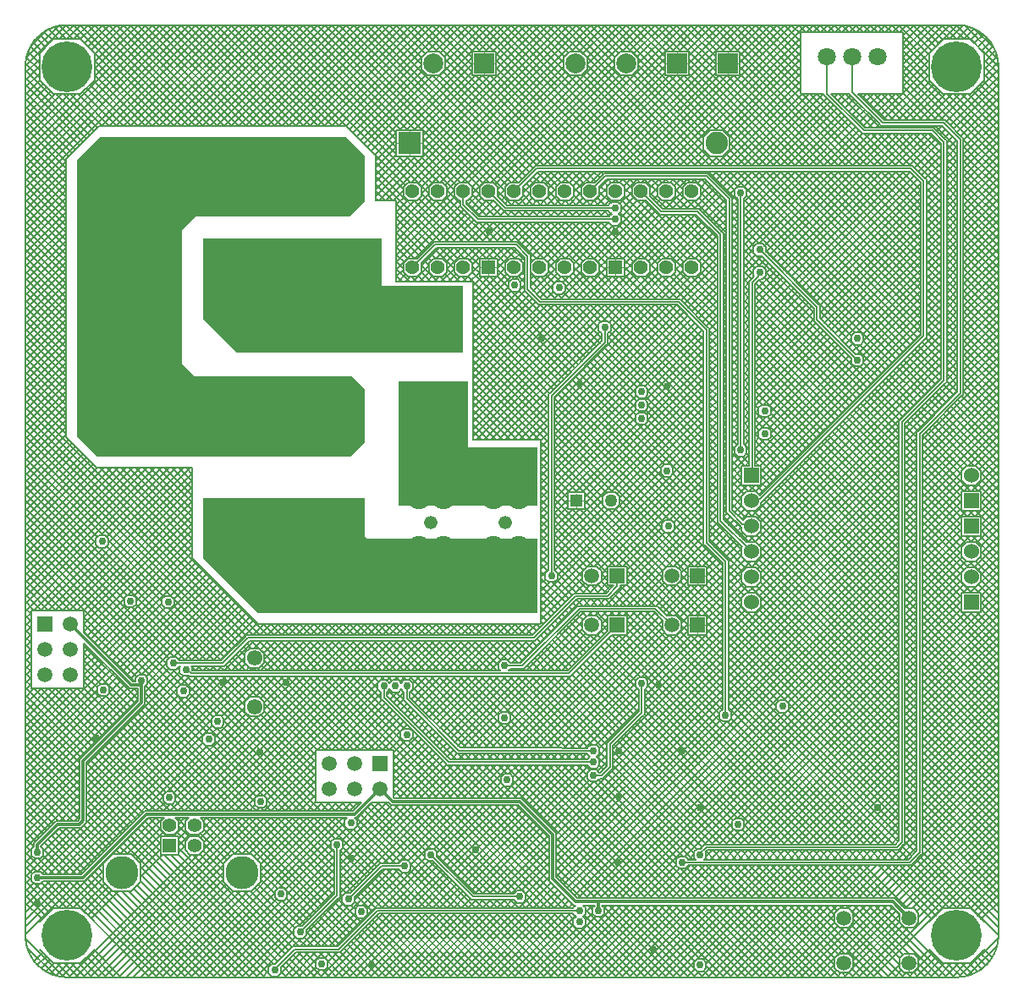
<source format=gbr>
%TF.GenerationSoftware,Altium Limited,Altium Designer,25.2.1 (25)*%
G04 Layer_Physical_Order=4*
G04 Layer_Color=16711680*
%FSLAX43Y43*%
%MOMM*%
%TF.SameCoordinates,7C0E47B1-FCB0-489D-9A0F-BE08455AC9EA*%
%TF.FilePolarity,Positive*%
%TF.FileFunction,Copper,L4,Bot,Signal*%
%TF.Part,Single*%
G01*
G75*
%TA.AperFunction,NonConductor*%
%ADD10C,0.203*%
%ADD40C,0.102*%
%TA.AperFunction,Conductor*%
%ADD41C,0.175*%
%ADD42C,0.300*%
%TA.AperFunction,ComponentPad*%
%ADD46C,1.500*%
%ADD47R,1.500X1.500*%
%ADD48C,2.400*%
%ADD49C,1.325*%
%ADD50C,1.408*%
%ADD51R,1.408X1.408*%
%ADD52C,3.316*%
%ADD53C,1.524*%
%ADD54R,1.524X1.524*%
%ADD55C,3.000*%
%ADD56R,3.000X3.000*%
%ADD57C,1.425*%
%ADD58R,1.425X1.425*%
%ADD59C,2.000*%
%ADD60R,2.000X2.000*%
%ADD61R,2.250X2.250*%
%ADD62C,2.250*%
%ADD63R,1.500X1.500*%
%ADD64C,1.500*%
%ADD65C,1.550*%
%ADD66C,1.800*%
%ADD67C,1.275*%
%ADD68R,1.275X1.275*%
%TA.AperFunction,ViaPad*%
%ADD69C,5.080*%
%ADD70C,0.750*%
G36*
X35941Y69523D02*
X44069D01*
Y62865D01*
X21463D01*
X18140Y66188D01*
Y74300D01*
X35941D01*
Y69523D01*
D02*
G37*
G36*
X34300Y82540D02*
Y77988D01*
X32812Y76500D01*
X17318D01*
X16000Y75182D01*
Y61724D01*
X17224Y60500D01*
X33000D01*
X34300Y59200D01*
Y53858D01*
X32902Y52460D01*
X7484D01*
X5500Y54444D01*
Y82208D01*
X7752Y84460D01*
X32380D01*
X34300Y82540D01*
D02*
G37*
G36*
X44648Y53340D02*
X51562D01*
Y47498D01*
X37648D01*
Y60000D01*
X44648D01*
Y53340D01*
D02*
G37*
G36*
X34300Y44450D02*
X34554Y44196D01*
X51562D01*
Y36807D01*
X23633D01*
X18140Y42300D01*
Y48300D01*
X34300D01*
Y44450D01*
D02*
G37*
D10*
X96905Y93907D02*
G03*
X96706Y94166I-3405J-2407D01*
G01*
D02*
G03*
X96562Y94331I-3206J-2666D01*
G01*
D02*
G03*
X96331Y94562I-3062J-2831D01*
G01*
D02*
G03*
X96166Y94706I-2831J-3062D01*
G01*
X97190Y93442D02*
G03*
X97027Y93725I-3690J-1942D01*
G01*
X97287Y93245D02*
G03*
X97190Y93442I-3787J-1745D01*
G01*
X97027Y93725D02*
G03*
X96905Y93907I-3527J-2225D01*
G01*
X95907Y94905D02*
G03*
X95725Y95027I-2407J-3405D01*
G01*
X96166Y94706D02*
G03*
X95907Y94905I-2666J-3206D01*
G01*
X95725Y95027D02*
G03*
X95442Y95190I-2225J-3527D01*
G01*
X97567Y92421D02*
G03*
X97482Y92736I-4067J-921D01*
G01*
X97610Y92206D02*
G03*
X97567Y92421I-4110J-706D01*
G01*
X97412Y92944D02*
G03*
X97287Y93245I-3912J-1444D01*
G01*
X97482Y92736D02*
G03*
X97412Y92944I-3982J-1236D01*
G01*
X97670Y91505D02*
G03*
X97667Y91663I-4170J-5D01*
G01*
X97652Y91882D02*
G03*
X97610Y92206I-4152J-382D01*
G01*
X97667Y91663D02*
G03*
X97652Y91882I-4167J-163D01*
G01*
X94206Y95610D02*
G03*
X93882Y95652I-706J-4110D01*
G01*
X94421Y95567D02*
G03*
X94206Y95610I-921J-4067D01*
G01*
X93663Y95667D02*
G03*
X93500Y95670I-163J-4167D01*
G01*
X93882Y95652D02*
G03*
X93663Y95667I-382J-4152D01*
G01*
X94736Y95482D02*
G03*
X94421Y95567I-1236J-3982D01*
G01*
X94944Y95412D02*
G03*
X94736Y95482I-1444J-3912D01*
G01*
X95442Y95190D02*
G03*
X95245Y95287I-1942J-3690D01*
G01*
D02*
G03*
X94944Y95412I-1745J-3787D01*
G01*
X97667Y4337D02*
G03*
X97670Y4495I-4167J163D01*
G01*
X97652Y4118D02*
G03*
X97667Y4337I-4152J382D01*
G01*
X97610Y3794D02*
G03*
X97652Y4118I-4110J706D01*
G01*
X97567Y3579D02*
G03*
X97610Y3794I-4067J921D01*
G01*
X97482Y3264D02*
G03*
X97567Y3579I-3982J1236D01*
G01*
X97412Y3056D02*
G03*
X97482Y3264I-3912J1444D01*
G01*
X97287Y2755D02*
G03*
X97412Y3056I-3787J1745D01*
G01*
X97190Y2558D02*
G03*
X97287Y2755I-3690J1942D01*
G01*
X97027Y2275D02*
G03*
X97190Y2558I-3527J2225D01*
G01*
X96905Y2093D02*
G03*
X97027Y2275I-3405J2407D01*
G01*
X96706Y1834D02*
G03*
X96905Y2093I-3206J2666D01*
G01*
X96562Y1669D02*
G03*
X96706Y1834I-3062J2831D01*
G01*
X96331Y1438D02*
G03*
X96562Y1669I-2831J3062D01*
G01*
X96166Y1294D02*
G03*
X96331Y1438I-2666J3206D01*
G01*
X95907Y1095D02*
G03*
X96166Y1294I-2407J3405D01*
G01*
X95725Y973D02*
G03*
X95907Y1095I-2225J3527D01*
G01*
X95442Y810D02*
G03*
X95725Y973I-1942J3690D01*
G01*
X95245Y713D02*
G03*
X95442Y810I-1745J3787D01*
G01*
X94944Y588D02*
G03*
X95245Y713I-1444J3912D01*
G01*
X94736Y518D02*
G03*
X94944Y588I-1236J3982D01*
G01*
X94421Y433D02*
G03*
X94736Y518I-921J4067D01*
G01*
X94206Y390D02*
G03*
X94421Y433I-706J4110D01*
G01*
X93882Y348D02*
G03*
X94206Y390I-382J4152D01*
G01*
X93663Y333D02*
G03*
X93882Y348I-163J4167D01*
G01*
X93500Y330D02*
G03*
X93663Y333I0J4170D01*
G01*
X4500Y95670D02*
G03*
X4337Y95667I0J-4170D01*
G01*
D02*
G03*
X4118Y95652I163J-4167D01*
G01*
D02*
G03*
X3794Y95610I382J-4152D01*
G01*
D02*
G03*
X3579Y95567I706J-4110D01*
G01*
D02*
G03*
X3264Y95482I921J-4067D01*
G01*
D02*
G03*
X3056Y95412I1236J-3982D01*
G01*
D02*
G03*
X2755Y95287I1444J-3912D01*
G01*
D02*
G03*
X2558Y95190I1745J-3787D01*
G01*
D02*
G03*
X2275Y95027I1942J-3690D01*
G01*
D02*
G03*
X2093Y94905I2225J-3527D01*
G01*
D02*
G03*
X1834Y94706I2407J-3405D01*
G01*
D02*
G03*
X1669Y94562I2666J-3206D01*
G01*
D02*
G03*
X1438Y94331I2831J-3062D01*
G01*
D02*
G03*
X1294Y94166I3062J-2831D01*
G01*
D02*
G03*
X1095Y93907I3206J-2666D01*
G01*
D02*
G03*
X973Y93725I3405J-2407D01*
G01*
D02*
G03*
X810Y93442I3527J-2225D01*
G01*
D02*
G03*
X713Y93245I3690J-1942D01*
G01*
D02*
G03*
X588Y92944I3787J-1745D01*
G01*
D02*
G03*
X518Y92736I3912J-1444D01*
G01*
D02*
G03*
X433Y92421I3982J-1236D01*
G01*
D02*
G03*
X390Y92206I4067J-921D01*
G01*
D02*
G03*
X348Y91882I4110J-706D01*
G01*
D02*
G03*
X333Y91663I4152J-382D01*
G01*
D02*
G03*
X330Y91500I4167J-163D01*
G01*
X3794Y390D02*
G03*
X4118Y348I706J4110D01*
G01*
X4337Y333D02*
G03*
X4500Y330I163J4167D01*
G01*
X4118Y348D02*
G03*
X4337Y333I382J4152D01*
G01*
X588Y3056D02*
G03*
X713Y2755I3912J1444D01*
G01*
D02*
G03*
X810Y2558I3787J1745D01*
G01*
X518Y3264D02*
G03*
X588Y3056I3982J1236D01*
G01*
X810Y2558D02*
G03*
X973Y2275I3690J1942D01*
G01*
X330Y4500D02*
G03*
X333Y4337I4170J0D01*
G01*
X390Y3794D02*
G03*
X433Y3579I4110J706D01*
G01*
D02*
G03*
X518Y3264I4067J921D01*
G01*
X333Y4337D02*
G03*
X348Y4118I4167J163D01*
G01*
D02*
G03*
X390Y3794I4152J382D01*
G01*
X2558Y810D02*
G03*
X2755Y713I1942J3690D01*
G01*
X2275Y973D02*
G03*
X2558Y810I2225J3527D01*
G01*
X2093Y1095D02*
G03*
X2275Y973I2407J3405D01*
G01*
X3264Y518D02*
G03*
X3579Y433I1236J3982D01*
G01*
D02*
G03*
X3794Y390I921J4067D01*
G01*
X2755Y713D02*
G03*
X3056Y588I1745J3787D01*
G01*
D02*
G03*
X3264Y518I1444J3912D01*
G01*
X1294Y1834D02*
G03*
X1438Y1669I3206J2666D01*
G01*
X973Y2275D02*
G03*
X1095Y2093I3527J2225D01*
G01*
D02*
G03*
X1294Y1834I3405J2407D01*
G01*
X1834Y1294D02*
G03*
X2093Y1095I2666J3206D01*
G01*
X1438Y1669D02*
G03*
X1669Y1438I3062J2831D01*
G01*
D02*
G03*
X1834Y1294I2831J3062D01*
G01*
X96706Y94166D02*
X96905Y93907D01*
X96331Y94562D02*
X96562Y94331D01*
X97027Y93725D02*
X97190Y93442D01*
X95994Y93121D02*
X96851Y93977D01*
X96243Y92651D02*
X97133Y93541D01*
X95907Y94905D02*
X96166Y94706D01*
X95442Y95190D02*
X95725Y95027D01*
X94917Y94198D02*
X95737Y95019D01*
X94274Y95597D02*
X97597Y92274D01*
X93486Y95667D02*
X97667Y91486D01*
X95355Y95235D02*
X97235Y93355D01*
X95635Y93480D02*
X96524Y94369D01*
X95276Y93839D02*
X96153Y94716D01*
X94872Y94243D02*
X96243Y92872D01*
X97482Y92736D02*
X97567Y92421D01*
X97287Y93245D02*
X97412Y92944D01*
X97667Y91663D02*
X97667Y91500D01*
X96243Y90754D02*
X97667Y89331D01*
X97610Y92206D02*
X97652Y91882D01*
X96243Y90496D02*
X97650Y91902D01*
X96243Y92191D02*
X97667Y90768D01*
X96243Y91472D02*
X97667Y90049D01*
X96243Y90128D02*
Y92872D01*
Y91933D02*
X97366Y93055D01*
X96243Y91214D02*
X97542Y92513D01*
X95838Y89723D02*
X97667Y87894D01*
X95478Y89364D02*
X97667Y87175D01*
X95119Y89004D02*
X97667Y86457D01*
X94872Y88757D02*
X96243Y90128D01*
X96197Y90082D02*
X97667Y88612D01*
X93882Y95652D02*
X94206Y95610D01*
X93500Y95667D02*
X93663D01*
X94421Y95567D02*
X94736Y95482D01*
X92768Y95667D02*
X94191Y94243D01*
X92049Y95667D02*
X93473Y94243D01*
X92806D02*
X94177Y95613D01*
X90612Y95667D02*
X92082Y94197D01*
X89894Y95667D02*
X91723Y93838D01*
X91331Y95667D02*
X92754Y94243D01*
X88121Y93868D02*
X89919Y95667D01*
X88121Y94587D02*
X89201Y95667D01*
X89175D02*
X91364Y93478D01*
X88121Y90995D02*
X92793Y95667D01*
X88121Y91713D02*
X92075Y95667D01*
X88121Y90276D02*
X93511Y95667D01*
X88457D02*
X91004Y93119D01*
X88121Y93150D02*
X90638Y95667D01*
X88121Y92432D02*
X91356Y95667D01*
X94243Y94243D02*
X95274Y95274D01*
X94944Y95412D02*
X95245Y95287D01*
X93525Y94243D02*
X94757Y95476D01*
X92128Y94243D02*
X94872D01*
X94243D02*
X95274Y95274D01*
X91890Y86143D02*
X94504Y88757D01*
X92128D02*
X94872D01*
X90757Y90128D02*
X92128Y88757D01*
X90757Y90128D02*
Y92872D01*
X91172Y86143D02*
X93786Y88757D01*
X90757Y92872D02*
X92128Y94243D01*
X88121Y93129D02*
X90757Y90493D01*
X88121Y89558D02*
X90757Y92194D01*
X88121Y94566D02*
X90757Y91930D01*
X88089Y94947D02*
X88121Y94869D01*
Y93847D02*
X90757Y91212D01*
X89735Y86143D02*
X92349Y88757D01*
X88121Y90255D02*
X92234Y86143D01*
X90453D02*
X93067Y88757D01*
X88121Y88900D02*
Y94869D01*
X88089Y88822D02*
X88121Y88900D01*
X93930Y88757D02*
X97667Y85020D01*
X93556Y84935D02*
X97667Y89046D01*
X93915Y84575D02*
X97667Y88327D01*
X94648Y88757D02*
X97667Y85739D01*
X93998Y84492D02*
X94144Y84346D01*
X93998Y84492D02*
X94144Y84346D01*
Y81931D02*
X97667Y85453D01*
X94144Y82649D02*
X97667Y86172D01*
X94144Y81212D02*
X97667Y84735D01*
X94144Y84086D02*
X97667Y87609D01*
X93212Y88757D02*
X97667Y84302D01*
X94144Y83367D02*
X97667Y86890D01*
X92837Y85653D02*
X97667Y90482D01*
X92478Y86012D02*
X97667Y91201D01*
X93196Y85294D02*
X97667Y89764D01*
X92493Y85997D02*
X93998Y84492D01*
X92057Y85561D02*
X93562Y84056D01*
X92244Y84341D02*
X92760Y84858D01*
X88121Y91692D02*
X97667Y82146D01*
X88121Y92411D02*
X97667Y82865D01*
X88121Y90974D02*
X97667Y81428D01*
X92493Y88757D02*
X97667Y83583D01*
X91378Y85561D02*
X93562Y83377D01*
X92493Y83872D02*
X93119Y84498D01*
X94144Y79775D02*
X97667Y83298D01*
X94144Y83514D02*
X97667Y79991D01*
X94144Y82796D02*
X97667Y79273D01*
X94144Y84233D02*
X97667Y80710D01*
X94144Y84056D02*
Y84346D01*
Y80494D02*
X97667Y84017D01*
X94144Y81359D02*
X97667Y77836D01*
X94144Y78338D02*
X97667Y81861D01*
X94144Y77620D02*
X97667Y81143D01*
X94144Y79057D02*
X97667Y82580D01*
X94144Y58946D02*
Y84056D01*
Y82077D02*
X97667Y78554D01*
X94144Y84056D02*
Y84346D01*
X92493Y83010D02*
X93562Y81940D01*
X92493Y81716D02*
X93562Y82786D01*
X92493Y83728D02*
X93562Y82659D01*
X92493Y83153D02*
X93479Y84139D01*
X92493Y82435D02*
X93562Y83504D01*
Y58946D02*
Y84056D01*
X92493Y81573D02*
X93562Y80503D01*
X92493Y80280D02*
X93562Y81349D01*
X92493Y82291D02*
X93562Y81222D01*
X92493Y80998D02*
X93562Y82068D01*
X92347Y86143D02*
X92493Y85997D01*
X92057Y86143D02*
X92347D01*
X92493Y85997D01*
X92057Y86143D02*
X92347D01*
X90914Y85381D02*
X91204D01*
X90914D02*
X91204D01*
X91525Y85060D02*
X92027Y85561D01*
X91350Y85235D02*
X92347Y84238D01*
X91885Y84700D02*
X92401Y85217D01*
X91204Y85381D02*
X91350Y85235D01*
X91128Y85381D02*
X91309Y85561D01*
X91204Y85381D02*
X91350Y85235D01*
X88298Y86143D02*
X91520Y89365D01*
X88121Y89537D02*
X91515Y86143D01*
X89016D02*
X91879Y89006D01*
X88254Y85381D02*
X88435Y85561D01*
X88097Y88842D02*
X90797Y86143D01*
X88504Y85561D02*
X88685Y85381D01*
X90410D02*
X90590Y85561D01*
X89941D02*
X90122Y85381D01*
X90660Y85561D02*
X90840Y85381D01*
X89223Y85561D02*
X89403Y85381D01*
X88973D02*
X89153Y85561D01*
X89691Y85381D02*
X89872Y85561D01*
X92493Y83802D02*
Y84092D01*
X92347Y84238D02*
X92493Y84092D01*
Y83802D02*
Y84092D01*
X90914Y84799D02*
X91911Y83802D01*
X90703Y84799D02*
X91911Y83591D01*
X92347Y84238D02*
X92493Y84092D01*
Y60216D02*
Y83802D01*
X91911Y60216D02*
Y83802D01*
X90461Y79684D02*
X91911Y81135D01*
X89990Y80651D02*
X91911Y82572D01*
X89985Y84799D02*
X91911Y82873D01*
X90349Y80291D02*
X91911Y81853D01*
X89266Y84799D02*
X91911Y82154D01*
X88548Y84799D02*
X91911Y81436D01*
X88755Y81571D02*
X91449Y84264D01*
X88779Y81571D02*
X89070D01*
X88779D02*
X89070D01*
X89215Y81425D01*
X89631Y81010D02*
X91911Y83290D01*
X89272Y81369D02*
X91808Y83905D01*
X89215Y81425D02*
X90315Y80325D01*
X89070Y81571D02*
X89215Y81425D01*
X88779Y80989D02*
X89879Y79889D01*
X87795Y94979D02*
X88482Y95667D01*
X87076Y94979D02*
X87764Y95667D01*
X88011Y94979D02*
X88089Y94947D01*
X86358Y94979D02*
X87046Y95667D01*
X86302D02*
X86989Y94979D01*
X87020Y95667D02*
X87708Y94979D01*
X86861Y86143D02*
X90802Y90083D01*
X86197Y86197D02*
X90757Y90757D01*
X87580Y86143D02*
X91161Y89724D01*
X87739Y95667D02*
X90757Y92648D01*
X86197Y86197D02*
X90757Y90757D01*
X88011Y88790D02*
X88089Y88822D01*
X84865Y95667D02*
X85553Y94979D01*
X84203D02*
X84890Y95667D01*
X77978Y94979D02*
X88011D01*
X83484D02*
X84172Y95667D01*
X83428D02*
X84116Y94979D01*
X84146Y95667D02*
X84834Y94979D01*
X85838Y86556D02*
X90757Y91475D01*
X83839Y88790D02*
X86486Y86143D01*
X85119Y87275D02*
X86635Y88790D01*
X85583Y95667D02*
X86271Y94979D01*
X84921D02*
X85609Y95667D01*
X85640Y94979D02*
X86327Y95667D01*
X86713Y88790D02*
X89360Y86143D01*
X85994Y88790D02*
X88641Y86143D01*
X86251D02*
X92057D01*
X85479Y86915D02*
X87353Y88790D01*
X84760Y87634D02*
X85916Y88790D01*
X85276D02*
X87923Y86143D01*
X87431Y88790D02*
X90078Y86143D01*
X85961Y85561D02*
X86251D01*
X92057D01*
X85815Y85707D02*
X85961Y85561D01*
X85815Y85707D02*
X85961Y85561D01*
X86251D01*
X84557Y88790D02*
X87205Y86143D01*
X83604Y88790D02*
X86251Y86143D01*
X83604Y88790D02*
X88011D01*
X84401Y87993D02*
X85198Y88790D01*
X84042Y88352D02*
X84479Y88790D01*
X83427Y86300D02*
X84324Y87198D01*
X83786Y85941D02*
X84683Y86839D01*
X82881Y88641D02*
X85815Y85707D01*
X84145Y85582D02*
X85043Y86479D01*
X80937Y88790D02*
X84346Y85381D01*
X80965Y88790D02*
X84374Y85381D01*
X79174Y94979D02*
X79861Y95667D01*
X79118D02*
X79805Y94979D01*
X79892D02*
X80580Y95667D01*
X78399D02*
X79087Y94979D01*
X77681Y95667D02*
X78368Y94979D01*
X78455D02*
X79143Y95667D01*
X82710D02*
X83397Y94979D01*
X82047D02*
X82735Y95667D01*
X82766Y94979D02*
X83453Y95667D01*
X81329Y94979D02*
X82017Y95667D01*
X81273D02*
X81960Y94979D01*
X81991Y95667D02*
X82679Y94979D01*
X76244Y95667D02*
X77868Y94042D01*
X75525Y95667D02*
X77868Y93324D01*
X74807Y95667D02*
X77868Y92606D01*
X71783Y91899D02*
X75551Y95667D01*
X71783Y92617D02*
X74832Y95667D01*
X76962D02*
X77868Y94761D01*
X72652Y95667D02*
X77868Y90450D01*
X71933Y95667D02*
X77868Y89732D01*
X71215Y95667D02*
X77868Y89013D01*
X74089Y95667D02*
X77868Y91887D01*
X71783Y91181D02*
X76269Y95667D01*
X73370D02*
X77868Y91169D01*
X83683Y88712D02*
X83761Y88790D01*
X82735Y88787D02*
X82881Y88641D01*
X82735Y88787D02*
X82881Y88641D01*
X80611Y94979D02*
X81298Y95667D01*
X80554D02*
X81242Y94979D01*
X80937Y88790D02*
X82735D01*
X82708Y87019D02*
X83606Y87916D01*
X82349Y87378D02*
X83246Y88275D01*
X83067Y86660D02*
X83965Y87557D01*
X81631Y88096D02*
X82324Y88790D01*
X81271Y88456D02*
X81606Y88790D01*
X81990Y87737D02*
X82887Y88635D01*
X79836Y95667D02*
X80524Y94979D01*
X77900Y94947D02*
X77978Y94979D01*
X77900Y88822D02*
X77978Y88790D01*
X77868Y88900D02*
Y94869D01*
X77900Y94947D01*
X77868Y88900D02*
X77900Y88822D01*
X80195Y88660D02*
X80341Y88514D01*
X80195Y88660D02*
Y88790D01*
Y88660D02*
X80341Y88514D01*
X77978Y88790D02*
X80195D01*
Y88660D02*
Y88790D01*
X86349Y85561D02*
X86530Y85381D01*
X86099D02*
X86280Y85561D01*
X84346Y85381D02*
X90914D01*
X85381D02*
X85761Y85761D01*
X84662Y85381D02*
X85402Y86120D01*
X85381Y85381D02*
X85761Y85761D01*
X87786Y85561D02*
X87967Y85381D01*
X87536D02*
X87717Y85561D01*
X84444Y81571D02*
X87673Y84799D01*
X87068Y85561D02*
X87248Y85381D01*
X86818D02*
X86998Y85561D01*
X84237Y84799D02*
X87466Y81571D01*
X82402Y88790D02*
X85811Y85381D01*
X78091Y88790D02*
X85311Y81571D01*
X78810Y88790D02*
X86029Y81571D01*
X81684Y88790D02*
X85093Y85381D01*
X70496Y95667D02*
X84592Y81571D01*
X84056Y84799D02*
X84346D01*
X83008Y81571D02*
X86236Y84799D01*
X79528Y88790D02*
X86748Y81571D01*
X83726D02*
X86955Y84799D01*
X81571Y81571D02*
X84799Y84799D01*
X81571Y81571D02*
X84799Y84799D01*
X82289Y81571D02*
X85518Y84799D01*
X86600Y81571D02*
X89828Y84799D01*
X85881Y81571D02*
X89110Y84799D01*
X84346D02*
X90914D01*
X85163Y81571D02*
X88391Y84799D01*
X84956D02*
X88184Y81571D01*
X85674Y84799D02*
X88903Y81571D01*
X87830Y84799D02*
X91911Y80718D01*
X87111Y84799D02*
X91911Y79999D01*
X86393Y84799D02*
X91911Y79281D01*
X88036Y81571D02*
X91089Y84624D01*
X87318Y81571D02*
X90547Y84799D01*
X81582Y80989D02*
X89879Y72692D01*
X77990Y80989D02*
X89879Y69100D01*
X77280Y70095D02*
X88174Y80989D01*
X76553D02*
X89879Y67663D01*
X75843Y71532D02*
X85300Y80989D01*
X75484Y71891D02*
X84581Y80989D01*
X76202Y71173D02*
X86018Y80989D01*
X72961D02*
X89584Y64366D01*
X72242Y80989D02*
X89225Y64007D01*
X75116Y80989D02*
X89879Y66226D01*
X70805Y80989D02*
X88506Y63288D01*
X71524Y80989D02*
X88866Y63648D01*
X70791Y83723D02*
X77868Y90800D01*
X69778Y95667D02*
X83874Y81571D01*
X69798Y90618D02*
X78845Y81571D01*
X70453Y84822D02*
X77868Y92236D01*
X70061Y85148D02*
X77868Y92955D01*
X70791Y84441D02*
X77868Y91518D01*
X71783Y92225D02*
X82437Y81571D01*
X71783Y92943D02*
X83156Y81571D01*
X71783Y91506D02*
X81719Y81571D01*
X71783Y90788D02*
X81000Y81571D01*
X70516Y90618D02*
X79563Y81571D01*
X71235Y90618D02*
X80282Y81571D01*
X65047D02*
X77868Y94392D01*
X64329Y81571D02*
X78424Y95667D01*
X69343Y85148D02*
X77868Y93673D01*
X63610Y81571D02*
X77706Y95667D01*
X62892Y81571D02*
X76988Y95667D01*
X65487Y90618D02*
X74534Y81571D01*
X66703Y92276D02*
X77408Y81571D01*
X66703Y92994D02*
X78127Y81571D01*
X69358D02*
X77868Y90081D01*
X66703Y90839D02*
X75971Y81571D01*
X66703Y91557D02*
X76690Y81571D01*
X66206Y90618D02*
X75253Y81571D01*
X83910Y84945D02*
X84056Y84799D01*
X83910Y84945D02*
X84056Y84799D01*
X84346D01*
X80341Y88514D02*
X83910Y84945D01*
X75823Y81571D02*
X81554Y87301D01*
X76542Y81571D02*
X81913Y86942D01*
X80134Y81571D02*
X83709Y85146D01*
X79415Y81571D02*
X83350Y85505D01*
X80852Y81571D02*
X84081Y84799D01*
X77979Y81571D02*
X82631Y86224D01*
X77260Y81571D02*
X82272Y86583D01*
X78697Y81571D02*
X82991Y85864D01*
X72950Y81571D02*
X80169Y88790D01*
X72231Y81571D02*
X79451Y88790D01*
X73668Y81571D02*
X80476Y88379D01*
X70794Y81571D02*
X78014Y88790D01*
X70076Y81571D02*
X77868Y89363D01*
X71513Y81571D02*
X78732Y88790D01*
X75105Y81571D02*
X81195Y87660D01*
X74386Y81571D02*
X80835Y88020D01*
X72173Y74328D02*
X78834Y80989D01*
X72173Y75765D02*
X77397Y80989D01*
X72173Y75046D02*
X78116Y80989D01*
X94144Y74746D02*
X97667Y78269D01*
X94144Y75465D02*
X97667Y78988D01*
X94144Y74028D02*
X97667Y77551D01*
X94144Y77767D02*
X97667Y74244D01*
X94144Y78485D02*
X97667Y74962D01*
X94144Y77048D02*
X97667Y73525D01*
X94144Y71873D02*
X97667Y75396D01*
X94144Y75611D02*
X97667Y72089D01*
X94144Y74893D02*
X97667Y71370D01*
X94144Y76330D02*
X97667Y72807D01*
X94144Y73309D02*
X97667Y76832D01*
X94144Y72591D02*
X97667Y76114D01*
X94144Y76902D02*
X97667Y80424D01*
X94144Y80640D02*
X97667Y77118D01*
X94144Y76183D02*
X97667Y79706D01*
X94144Y79922D02*
X97667Y76399D01*
X92493Y77262D02*
X93562Y76193D01*
X92493Y75969D02*
X93562Y77039D01*
X94144Y79204D02*
X97667Y75681D01*
X92493Y74532D02*
X93562Y75602D01*
X92493Y75107D02*
X93562Y74038D01*
X92493Y75251D02*
X93562Y76320D01*
X92493Y76544D02*
X93562Y75474D01*
X92493Y75826D02*
X93562Y74756D01*
X94144Y69717D02*
X97667Y73240D01*
X94144Y73456D02*
X97667Y69933D01*
X94144Y72738D02*
X97667Y69215D01*
X94144Y74175D02*
X97667Y70652D01*
X94144Y71154D02*
X97667Y74677D01*
X94144Y70436D02*
X97667Y73959D01*
X94144Y72019D02*
X97667Y68496D01*
X94144Y68999D02*
X97667Y72522D01*
X94144Y68281D02*
X97667Y71803D01*
X92493Y68785D02*
X93562Y69854D01*
X92493Y70078D02*
X93562Y69009D01*
X92493Y69360D02*
X93562Y68290D01*
X92493Y72952D02*
X93562Y71882D01*
X92493Y72377D02*
X93562Y73447D01*
X92493Y71658D02*
X93562Y72728D01*
X92493Y74389D02*
X93562Y73319D01*
X92493Y73814D02*
X93562Y74883D01*
X92493Y73095D02*
X93562Y74165D01*
X92493Y70797D02*
X93562Y69727D01*
X92493Y70222D02*
X93562Y71291D01*
X92493Y69503D02*
X93562Y70573D01*
X92493Y72234D02*
X93562Y71164D01*
X92493Y70940D02*
X93562Y72010D01*
X92493Y79418D02*
X93562Y78348D01*
X92493Y78843D02*
X93562Y79912D01*
X92493Y78124D02*
X93562Y79194D01*
X92493Y79561D02*
X93562Y80631D01*
X92493Y80855D02*
X93562Y79785D01*
X92493Y80136D02*
X93562Y79067D01*
X92493Y77981D02*
X93562Y76911D01*
X92493Y77406D02*
X93562Y78475D01*
X92493Y76687D02*
X93562Y77757D01*
X92493Y78699D02*
X93562Y77630D01*
X90461Y76092D02*
X91911Y77543D01*
X90461Y77139D02*
X91911Y75689D01*
X90461Y79889D02*
Y80180D01*
Y78966D02*
X91911Y80417D01*
X90461Y80013D02*
X91911Y78562D01*
X90315Y80325D02*
X90461Y80180D01*
X90315Y80325D02*
X90461Y80180D01*
Y79889D02*
Y80180D01*
Y76811D02*
X91911Y78261D01*
X90461Y78576D02*
X91911Y77125D01*
X90461Y77858D02*
X91911Y76407D01*
X90461Y79294D02*
X91911Y77844D01*
X90461Y78248D02*
X91911Y79698D01*
X90461Y77529D02*
X91911Y78980D01*
X92493Y73670D02*
X93562Y72601D01*
X90461Y70345D02*
X91911Y71796D01*
X92493Y71515D02*
X93562Y70446D01*
X90461Y71063D02*
X91911Y72514D01*
X90461Y72829D02*
X91911Y71378D01*
X90461Y72110D02*
X91911Y70660D01*
X90461Y69955D02*
X91911Y68504D01*
X90461Y68908D02*
X91911Y70359D01*
X90461Y68190D02*
X91911Y69640D01*
X90461Y69626D02*
X91911Y71077D01*
X90461Y71392D02*
X91911Y69941D01*
X90461Y70673D02*
X91911Y69223D01*
X90461Y73937D02*
X91911Y75388D01*
X90461Y75702D02*
X91911Y74252D01*
X90461Y74984D02*
X91911Y73533D01*
X90461Y76421D02*
X91911Y74970D01*
X90461Y75374D02*
X91911Y76824D01*
X90461Y74655D02*
X91911Y76106D01*
X90461Y73547D02*
X91911Y72096D01*
X90461Y72500D02*
X91911Y73951D01*
X90461Y71782D02*
X91911Y73232D01*
X90461Y73219D02*
X91911Y74669D01*
X90461Y74266D02*
X91911Y72815D01*
X94144Y66272D02*
X97667Y62749D01*
X94144Y63252D02*
X97667Y66774D01*
X94144Y62533D02*
X97667Y66056D01*
X94144Y63970D02*
X97667Y67493D01*
X94144Y67709D02*
X97667Y64186D01*
X94144Y66990D02*
X97667Y63467D01*
X94144Y64117D02*
X97667Y60594D01*
X94144Y61096D02*
X97667Y64619D01*
X94144Y60378D02*
X97667Y63901D01*
X94144Y61815D02*
X97667Y65338D01*
X94144Y65554D02*
X97667Y62031D01*
X94144Y64835D02*
X97667Y61312D01*
X94144Y66844D02*
X97667Y70367D01*
X94144Y70583D02*
X97667Y67060D01*
X94144Y69864D02*
X97667Y66341D01*
X94144Y67562D02*
X97667Y71085D01*
X94144Y71301D02*
X97667Y67778D01*
X92493Y68066D02*
X93562Y69136D01*
X94144Y68427D02*
X97667Y64904D01*
X94144Y65407D02*
X97667Y68930D01*
X94144Y64688D02*
X97667Y68211D01*
X94144Y69146D02*
X97667Y65623D01*
X94144Y66125D02*
X97667Y69648D01*
X92493Y63612D02*
X93562Y62543D01*
X94144Y62680D02*
X97667Y59157D01*
X94144Y59659D02*
X97667Y63182D01*
X94144Y58941D02*
X97667Y62464D01*
X94144Y58656D02*
Y58946D01*
Y63398D02*
X97667Y59875D01*
X94144Y58656D02*
Y58946D01*
Y59088D02*
X97667Y55565D01*
X94144Y59806D02*
X97667Y56283D01*
X94001Y58513D02*
X97667Y54846D01*
X94144Y61243D02*
X97667Y57720D01*
X94144Y61961D02*
X97667Y58439D01*
X94144Y60525D02*
X97667Y57002D01*
X92493Y60882D02*
X93562Y61952D01*
X92493Y62176D02*
X93562Y61106D01*
X92493Y61457D02*
X93562Y60388D01*
X92493Y62894D02*
X93562Y61824D01*
X92493Y62319D02*
X93562Y63389D01*
X92493Y61601D02*
X93562Y62670D01*
X93998Y58510D02*
X94144Y58656D01*
X93998Y58510D02*
X94144Y58656D01*
X90080Y54592D02*
X93998Y58510D01*
X92493Y60164D02*
X93562Y61233D01*
X92493Y60739D02*
X93562Y59669D01*
X92493Y67205D02*
X93562Y66135D01*
X92493Y66630D02*
X93562Y67699D01*
X92493Y65911D02*
X93562Y66981D01*
X92493Y67348D02*
X93562Y68418D01*
X92493Y68641D02*
X93562Y67572D01*
X92493Y67923D02*
X93562Y66853D01*
X92493Y64474D02*
X93562Y65544D01*
X92493Y65768D02*
X93562Y64698D01*
X92493Y65049D02*
X93562Y63980D01*
X92493Y65193D02*
X93562Y66262D01*
X92493Y66486D02*
X93562Y65417D01*
X90461Y65644D02*
X91911Y64194D01*
X90461Y67800D02*
X91911Y66349D01*
X90461Y66753D02*
X91911Y68203D01*
X90461Y66034D02*
X91911Y67485D01*
X90461Y67471D02*
X91911Y68922D01*
X90461Y69237D02*
X91911Y67786D01*
X90461Y68518D02*
X91911Y67068D01*
X90461Y66363D02*
X91911Y64912D01*
X90461Y65316D02*
X91911Y66767D01*
X90461Y64598D02*
X91911Y66048D01*
X90461Y64661D02*
Y79889D01*
X89879Y64661D02*
Y79889D01*
X90461Y67081D02*
X91911Y65631D01*
X92493Y64331D02*
X93562Y63261D01*
X92493Y63756D02*
X93562Y64825D01*
X92493Y63037D02*
X93562Y64107D01*
X92493Y59926D02*
Y60216D01*
Y59926D02*
Y60216D01*
X92347Y59780D02*
X92493Y59926D01*
Y60020D02*
X93562Y58951D01*
X92181Y59614D02*
X93205Y58589D01*
X91822Y59255D02*
X92846Y58230D01*
X92347Y59780D02*
X92493Y59926D01*
X91462Y58895D02*
X92487Y57871D01*
X91103Y58536D02*
X92128Y57512D01*
X90461Y64926D02*
X91911Y63475D01*
X90315Y64225D02*
X90461Y64371D01*
X90379Y64289D02*
X91911Y62757D01*
X90461Y64371D02*
Y64661D01*
Y64371D02*
Y64661D01*
X90315Y64225D02*
X90461Y64371D01*
X90744Y58177D02*
X91768Y57153D01*
X90020Y63930D02*
X91911Y62039D01*
X90385Y57818D02*
X91409Y56793D01*
X90026Y57459D02*
X91050Y56434D01*
X89666Y57099D02*
X90691Y56075D01*
X86611Y80989D02*
X89879Y77721D01*
X85892Y80989D02*
X89879Y77002D01*
X85174Y80989D02*
X89879Y76284D01*
X88766Y80989D02*
X89879Y79876D01*
X88047Y80989D02*
X89879Y79157D01*
X87329Y80989D02*
X89879Y78439D01*
X82300Y80989D02*
X89879Y73410D01*
X80863Y80989D02*
X89879Y71973D01*
X80145Y80989D02*
X89879Y71255D01*
X84455Y80989D02*
X89879Y75565D01*
X83737Y80989D02*
X89879Y74847D01*
X83019Y80989D02*
X89879Y74129D01*
X79426Y80989D02*
X89879Y70536D01*
X78708Y80989D02*
X89879Y69818D01*
X77639Y69736D02*
X88836Y80933D01*
X76561Y70814D02*
X86737Y80989D01*
X75124Y72251D02*
X83863Y80989D01*
X76920Y70455D02*
X87455Y80989D01*
X75834D02*
X89879Y66944D01*
X74397Y80989D02*
X89879Y65507D01*
X73679Y80989D02*
X89879Y64789D01*
X77998Y69377D02*
X89195Y80574D01*
X77271Y80989D02*
X89879Y68381D01*
X78357Y69018D02*
X89554Y80214D01*
X83545Y64866D02*
X89879Y71200D01*
X81674Y64431D02*
X89879Y72637D01*
X84065Y64668D02*
X89879Y70482D01*
X83264Y64866D02*
X83868D01*
X82962Y64564D02*
X83264Y64866D01*
X83868D02*
X84170Y64564D01*
Y64054D02*
X89879Y69764D01*
X82033Y64072D02*
X89879Y71919D01*
X83868Y63658D02*
X84170Y63960D01*
Y64564D01*
X83110Y62995D02*
X83774Y63658D01*
X83264D02*
X83868D01*
X79793Y66861D02*
X89879Y76948D01*
X79793Y67580D02*
X89879Y77666D01*
X79878Y66228D02*
X89879Y76229D01*
X79076Y68299D02*
X89879Y79103D01*
X78716Y68659D02*
X89879Y79821D01*
X79435Y67940D02*
X89879Y78385D01*
X80955Y65150D02*
X89879Y74074D01*
X80596Y65509D02*
X89879Y74792D01*
X81314Y64791D02*
X89879Y73356D01*
X72173Y76030D02*
X83337Y64866D01*
X80237Y65868D02*
X89879Y75511D01*
X74406Y72969D02*
X82426Y80989D01*
X74281Y73563D02*
X81708Y80989D01*
X74765Y72610D02*
X83145Y80989D01*
X74391Y72984D02*
Y73454D01*
X74089Y73756D02*
X74391Y73454D01*
X74216Y71342D02*
X74688Y71815D01*
X74391Y72984D02*
X79647Y67728D01*
X74391Y73094D02*
X82962Y64522D01*
X74391Y70938D02*
X79211Y66118D01*
X74391Y70798D02*
X75048Y71455D01*
X74089Y71470D02*
X74391Y71168D01*
Y70564D02*
Y71168D01*
X73756Y73756D02*
X80989Y80989D01*
X72173Y76483D02*
X76679Y80989D01*
X73756Y73756D02*
X80989Y80989D01*
X72486Y78951D02*
X74524Y80989D01*
X72173Y77920D02*
X75242Y80989D01*
X72173Y77202D02*
X75960Y80989D01*
X72173Y72891D02*
X80271Y80989D01*
X72173Y73610D02*
X79552Y80989D01*
X73499Y72548D02*
X79211Y66836D01*
X73955Y72548D02*
X79211Y67292D01*
X73625Y71470D02*
X74329Y72174D01*
X73316Y69005D02*
X75407Y71096D01*
X79793Y67292D02*
Y67582D01*
Y67292D02*
Y67582D01*
Y66312D02*
Y67292D01*
X79647Y67728D02*
X79793Y67582D01*
X79647Y67728D02*
X79793Y67582D01*
X79211Y66022D02*
Y66312D01*
X82962Y63960D02*
X83264Y63658D01*
X82392Y63713D02*
X82962Y64283D01*
X82751Y63354D02*
X83160Y63763D01*
X79211Y66022D02*
X79357Y65876D01*
X79211Y66022D02*
X79357Y65876D01*
X82962Y63960D02*
Y64564D01*
X73316Y66131D02*
X76844Y69659D01*
X73316Y66850D02*
X76484Y70019D01*
X79211Y66312D02*
Y67292D01*
X74089Y70262D02*
X74391Y70564D01*
X73316Y68287D02*
X75766Y70737D01*
X73316Y67568D02*
X76125Y70378D01*
X73316Y63258D02*
X78280Y68223D01*
X73316Y63976D02*
X77921Y68582D01*
X79211Y66022D02*
Y66312D01*
X73316Y65413D02*
X77203Y69300D01*
X73316Y64695D02*
X77562Y68941D01*
X89661Y63571D02*
X91911Y61320D01*
X89302Y63211D02*
X91911Y60602D01*
X88942Y62852D02*
X91745Y60050D01*
X88583Y62493D02*
X91386Y59691D01*
X84170Y64033D02*
X86710Y61492D01*
X84170Y61878D02*
X85633Y60415D01*
X88224Y62134D02*
X91026Y59331D01*
X87865Y61775D02*
X90667Y58972D01*
X88302Y55254D02*
X93562Y60515D01*
X87506Y61415D02*
X90308Y58613D01*
X87146Y61056D02*
X89949Y58254D01*
X86787Y60697D02*
X89590Y57895D01*
X84064Y62511D02*
X89879Y68327D01*
X83541Y62707D02*
X89879Y69045D01*
X84170Y61899D02*
X89879Y67608D01*
X72486Y78591D02*
X88147Y62929D01*
X72173Y78185D02*
X87788Y62570D01*
X72173Y77467D02*
X87429Y62211D01*
X79793Y66973D02*
X85992Y60774D01*
X72173Y76748D02*
X87069Y61852D01*
X83826Y63658D02*
X86351Y61133D01*
X74218Y70392D02*
X84914Y59696D01*
X73752Y70140D02*
X84555Y59337D01*
X83829Y61499D02*
X85273Y60055D01*
X88302Y55735D02*
X92347Y59780D01*
X87866Y56171D02*
X91911Y60216D01*
X89644Y55028D02*
X93562Y58946D01*
X89307Y56740D02*
X90332Y55716D01*
X88948Y56381D02*
X89972Y55356D01*
X88589Y56022D02*
X89613Y54997D01*
X89498Y54882D02*
X89644Y55028D01*
X88302Y54536D02*
X93562Y59797D01*
X89498Y54882D02*
X89644Y55028D01*
X89498Y54592D02*
Y54882D01*
X88302Y55590D02*
X89498Y54394D01*
Y54592D02*
Y54882D01*
X86428Y60338D02*
X89230Y57535D01*
X86069Y59979D02*
X88871Y57176D01*
X85709Y59619D02*
X88512Y56817D01*
X85350Y59260D02*
X88153Y56458D01*
X84991Y58901D02*
X87793Y56099D01*
X87720Y56025D02*
X87866Y56171D01*
X84632Y58542D02*
X87720Y55453D01*
X84273Y58183D02*
X87720Y54735D01*
Y56025D02*
X87866Y56171D01*
X87720Y55735D02*
Y56025D01*
Y55735D02*
Y56025D01*
X79793Y66312D02*
X83398Y62707D01*
X73392Y69781D02*
X84196Y58978D01*
X79357Y65876D02*
X82962Y62271D01*
X73316Y57510D02*
X80519Y64714D01*
X73316Y58229D02*
X80160Y65073D01*
X74150Y57627D02*
X80878Y64355D01*
X74899Y56938D02*
X81597Y63636D01*
X73316Y64829D02*
X81681Y56463D01*
X74020Y55341D02*
X81956Y63277D01*
X74733Y57491D02*
X81238Y63995D01*
X73316Y64111D02*
X81322Y56104D01*
X73316Y63392D02*
X80963Y55745D01*
X73316Y59666D02*
X79441Y65791D01*
X73316Y60384D02*
X79211Y66280D01*
X73316Y58947D02*
X79801Y65432D01*
X73316Y61821D02*
X78999Y67504D01*
X73316Y62539D02*
X78640Y67863D01*
X73316Y61103D02*
X79211Y66998D01*
X73316Y68421D02*
X83477Y58259D01*
X73316Y69139D02*
X83837Y58619D01*
X73316Y67703D02*
X83118Y57900D01*
X73316Y66266D02*
X82400Y57182D01*
X73316Y66984D02*
X82759Y57541D01*
X73316Y65547D02*
X82040Y56823D01*
X84170Y61801D02*
Y62405D01*
X83868Y62707D02*
X84170Y62405D01*
X83264Y61499D02*
X83868D01*
X83398Y62707D02*
X83868D01*
X82962Y61801D02*
Y62271D01*
Y61801D02*
X83264Y61499D01*
X74899Y54783D02*
X82674Y62559D01*
X74667Y55270D02*
X82315Y62918D01*
X83868Y61499D02*
X84170Y61801D01*
X74899Y56721D02*
Y57325D01*
X74597Y55341D02*
X74899Y55039D01*
Y54435D02*
Y55039D01*
X74597Y57627D02*
X74899Y57325D01*
X73316Y62674D02*
X80604Y55386D01*
X74597Y56419D02*
X74899Y56721D01*
X73993Y57627D02*
X74597D01*
X73316Y55355D02*
X74380Y56419D01*
X73993D02*
X74597D01*
X73316Y61237D02*
X79885Y54667D01*
X73316Y61955D02*
X80244Y55027D01*
X73316Y60518D02*
X79526Y54308D01*
X73316Y56208D02*
X74183Y55341D01*
X73993D02*
X74597D01*
X70753Y93024D02*
X73396Y95667D01*
X70035Y93024D02*
X72677Y95667D01*
X71472Y93024D02*
X74114Y95667D01*
X71702Y93024D02*
X71783Y92943D01*
X69377Y93024D02*
X71783D01*
Y90618D02*
Y93024D01*
X69377Y90618D02*
X71783D01*
X69377D02*
Y93024D01*
X68341Y95667D02*
X70984Y93024D01*
X67623Y95667D02*
X70265Y93024D01*
X69060Y95667D02*
X71702Y93024D01*
X66904Y95667D02*
X69547Y93024D01*
X66186Y95667D02*
X69377Y92476D01*
X66703Y92566D02*
X69803Y95667D01*
X66703Y91130D02*
X71240Y95667D01*
X66703Y91848D02*
X70522Y95667D01*
X64769Y90618D02*
X73816Y81571D01*
X65467Y95667D02*
X69377Y91757D01*
X64749Y95667D02*
X69377Y91039D01*
X68799Y85148D02*
X70127D01*
X70791Y83159D02*
X72379Y81571D01*
X70791Y83877D02*
X73098Y81571D01*
X71580Y79471D02*
X72184D01*
X70791Y83156D02*
Y84484D01*
X70127Y82492D02*
X70791Y83156D01*
X70433Y82798D02*
X71661Y81571D01*
X72235Y79419D02*
X73805Y80989D01*
X70752Y78655D02*
X73087Y80989D01*
X72486Y78565D02*
Y79169D01*
X71278D02*
X71580Y79471D01*
X70393Y79014D02*
X72368Y80989D01*
X72184Y79471D02*
X72486Y79169D01*
X70127Y85148D02*
X70791Y84484D01*
X69303Y82492D02*
X70224Y81571D01*
X70021Y82492D02*
X70942Y81571D01*
X68799Y82492D02*
X70127D01*
X68639Y81571D02*
X69560Y82492D01*
X68956Y80451D02*
X69495Y80989D01*
X70087D02*
X71606Y79471D01*
X69368Y80989D02*
X71278Y79079D01*
X70034Y79373D02*
X71650Y80989D01*
X69315Y80092D02*
X70213Y80989D01*
X69675Y79732D02*
X70931Y80989D01*
X68135Y84484D02*
X68799Y85148D01*
X66443Y93024D02*
X69085Y95667D01*
X68135Y83156D02*
X68799Y82492D01*
X68135Y83156D02*
Y84484D01*
X66703Y90618D02*
Y93024D01*
X66484Y81571D02*
X68135Y83222D01*
X67921Y81571D02*
X68842Y82492D01*
X67202Y81571D02*
X68461Y82830D01*
X67159Y80809D02*
X67339Y80989D01*
X66440Y80809D02*
X66621Y80989D01*
X65776D02*
X65957Y80809D01*
X66495Y80989D02*
X66675Y80809D01*
X65724Y93024D02*
X68367Y95667D01*
X65006Y93024D02*
X67648Y95667D01*
X65765Y81571D02*
X68135Y83940D01*
X64297Y90618D02*
X66703D01*
X65722Y80809D02*
X65902Y80989D01*
X65003Y80809D02*
X65184Y80989D01*
X64340D02*
X64520Y80809D01*
X65058Y80989D02*
X65239Y80809D01*
X68596D02*
X68776Y80989D01*
X68308Y80809D02*
X68598D01*
X68308D02*
X68598D01*
X67877D02*
X68058Y80989D01*
X67213D02*
X67394Y80809D01*
X67932Y80989D02*
X68112Y80809D01*
X68598D02*
X68744Y80663D01*
X68598Y80809D02*
X68744Y80663D01*
X67916Y78692D02*
X68879Y79656D01*
X67916Y79410D02*
X68520Y80015D01*
X67577Y79790D02*
X68014Y80227D01*
X67458Y79910D02*
X67916Y79452D01*
X66978Y79910D02*
X67296Y80227D01*
X66538D02*
X66856Y79910D01*
X66542D02*
X67458D01*
X64823D02*
X65140Y80227D01*
X64383D02*
X64701Y79910D01*
X65820Y80227D02*
X66340Y79707D01*
X65376Y79026D02*
X66577Y80227D01*
X65102D02*
X66084Y79245D01*
Y79452D02*
X66542Y79910D01*
X65230Y79598D02*
X65859Y80227D01*
X64918Y79910D02*
X65376Y79452D01*
X72184Y78263D02*
X72486Y78565D01*
X71030Y77891D02*
X71591Y77330D01*
X71030Y76777D02*
X71591Y77339D01*
X71278Y78565D02*
X71580Y78263D01*
X71278Y78565D02*
Y79169D01*
X71030Y77495D02*
X71591Y78057D01*
X71030Y75736D02*
X71591Y75174D01*
X71030Y75340D02*
X71591Y75902D01*
X72173Y75311D02*
X73729Y73756D01*
X71030Y76059D02*
X71591Y76620D01*
X71030Y77173D02*
X71591Y76611D01*
X71030Y76454D02*
X71591Y75893D01*
X71030Y78087D02*
Y78377D01*
Y78214D02*
X71330Y78514D01*
X71030Y78087D02*
Y78377D01*
X70884Y78523D02*
X71030Y78377D01*
X68744Y80663D02*
X70884Y78523D01*
X71030Y78377D01*
X69607Y75355D02*
X70448Y76196D01*
X68650Y80989D02*
X71591Y78048D01*
X69967Y74995D02*
X70448Y75477D01*
X67975Y80227D02*
X70448Y77754D01*
X67713Y78334D02*
X70448Y75599D01*
X69248Y75714D02*
X70448Y76914D01*
X73485Y73756D02*
X74089D01*
X73183Y73454D02*
X73485Y73756D01*
X73183Y72864D02*
X73499Y72548D01*
X72173Y73875D02*
X73183Y72864D01*
X72173Y74593D02*
X73248Y73518D01*
X73183Y72850D02*
Y73454D01*
X72173Y73156D02*
X73859Y71470D01*
X72173Y72173D02*
X73183Y73183D01*
Y72850D02*
X73485Y72548D01*
X72173Y72173D02*
X73183Y73183D01*
X71030Y72467D02*
X71591Y73028D01*
X71030Y72862D02*
X71591Y72301D01*
X71030Y73903D02*
X71591Y74465D01*
X71030Y75018D02*
X71591Y74456D01*
X71030Y74299D02*
X71591Y73738D01*
X71030Y74622D02*
X71591Y75183D01*
X70141Y74451D02*
X70448Y74759D01*
X70141Y74470D02*
X70448Y74162D01*
X71030Y73581D02*
X71591Y73019D01*
X71030Y73185D02*
X71591Y73747D01*
X70141Y73033D02*
X70448Y72725D01*
X70141Y73751D02*
X70448Y73444D01*
X70141Y73014D02*
X70448Y73322D01*
X68308Y80227D02*
X70448Y78087D01*
X67195Y77253D02*
X69239Y79296D01*
X67811Y77151D02*
X69598Y78937D01*
X67916Y78536D02*
Y79452D01*
X67458Y78078D02*
X67916Y78536D01*
X66542Y78078D02*
X67458D01*
X67916Y78850D02*
X70448Y76317D01*
X67251Y78078D02*
X70448Y74881D01*
X68889Y76073D02*
X70448Y77633D01*
X68171Y76792D02*
X69957Y78578D01*
X67257Y80227D02*
X70448Y77036D01*
X68530Y76432D02*
X70316Y78219D01*
X66084Y78536D02*
Y79452D01*
X64321Y77253D02*
X66084Y79016D01*
Y78536D02*
X66542Y78078D01*
X65376Y78536D02*
Y79452D01*
X64918Y78078D02*
X65376Y78536D01*
X64377Y78078D02*
X65202Y77253D01*
X65376Y79235D02*
X67358Y77253D01*
X65366Y78526D02*
X66639Y77253D01*
X66476D02*
X67302Y78078D01*
X65040Y77253D02*
X66204Y78417D01*
X65007Y78167D02*
X65921Y77253D01*
X65758D02*
X66584Y78078D01*
X69995Y74967D02*
X70141Y74821D01*
X67855Y77107D02*
X69995Y74967D01*
X70141Y74821D01*
X67709Y77253D02*
X67855Y77107D01*
X67419Y77253D02*
X67709D01*
X67855Y77107D01*
X70141Y74531D02*
Y74821D01*
Y74531D02*
Y74821D01*
Y73733D02*
X70448Y74040D01*
X67719Y72029D02*
X69559Y73870D01*
X67419Y76671D02*
X69559Y74531D01*
X67916Y71508D02*
X69559Y73151D01*
X67221Y76671D02*
X69559Y74333D01*
X66502Y76671D02*
X69559Y73614D01*
X65784Y76671D02*
X69559Y72896D01*
X67419Y77253D02*
X67709D01*
X64387Y72290D02*
X68094Y75996D01*
X66542Y72290D02*
X69171Y74919D01*
X65065Y76671D02*
X69559Y72177D01*
X64347Y76671D02*
X69559Y71459D01*
X67261Y72290D02*
X69531Y74559D01*
X65012Y72196D02*
X68453Y75637D01*
X65371Y71837D02*
X68812Y75278D01*
X64031Y95667D02*
X66673Y93024D01*
X63312Y95667D02*
X65955Y93024D01*
X64297D02*
X66703D01*
X61875Y95667D02*
X64518Y93024D01*
X61218Y92828D02*
X64056Y95667D01*
X62594D02*
X65236Y93024D01*
X61623Y91608D02*
X68441Y84790D01*
X61623Y92327D02*
X68802Y85148D01*
X61458Y91055D02*
X68135Y84378D01*
X61623Y91797D02*
X65493Y95667D01*
X61577Y92469D02*
X64774Y95667D01*
X64297Y90618D02*
Y93024D01*
X60439Y95667D02*
X64297Y91808D01*
X59720Y95667D02*
X64297Y91090D01*
X59002Y95667D02*
X69520Y85148D01*
X60695Y93024D02*
X63338Y95667D01*
X59977Y93024D02*
X62619Y95667D01*
X61157D02*
X64297Y92527D01*
X58581Y81571D02*
X69377Y92366D01*
X57863Y81571D02*
X71959Y95667D01*
X59300Y81571D02*
X69377Y91648D01*
X56543Y91659D02*
X66632Y81571D01*
X56543Y92378D02*
X67350Y81571D01*
X56404Y91080D02*
X65913Y81571D01*
X63621Y80989D02*
X63802Y80809D01*
X63567D02*
X63747Y80989D01*
X64285Y80809D02*
X64466Y80989D01*
X62848Y80809D02*
X63029Y80989D01*
X62184D02*
X62365Y80809D01*
X62903Y80989D02*
X63083Y80809D01*
X64104Y79910D02*
X64422Y80227D01*
X63544Y79452D02*
X64002Y79910D01*
X64918D01*
X62946Y80227D02*
X63633Y79541D01*
X62523Y79765D02*
X62985Y80227D01*
X63665D02*
X63992Y79900D01*
X60458Y90618D02*
X69506Y81571D01*
X60018D02*
X69377Y90929D01*
X60736Y81571D02*
X69784Y90618D01*
X61099Y90695D02*
X68135Y83660D01*
X56426Y81571D02*
X65473Y90618D01*
X57144Y81571D02*
X66191Y90618D01*
X62173Y81571D02*
X71220Y90618D01*
X61455Y81571D02*
X70502Y90618D01*
X58509Y80227D02*
X68308D01*
X58509Y80809D02*
X68308D01*
X61462Y79910D02*
X62378D01*
X61623Y91219D02*
Y92423D01*
X60926Y93024D02*
X61623Y92327D01*
X61022Y90618D02*
X61623Y91219D01*
X61022Y93024D02*
X61623Y92423D01*
X59818Y93024D02*
X61022D01*
X59818Y90618D02*
X61022D01*
X60693Y80809D02*
X60874Y80989D01*
X60029D02*
X60210Y80809D01*
X60747Y80989D02*
X60928Y80809D01*
X59311Y80989D02*
X59491Y80809D01*
X59256D02*
X59437Y80989D01*
X59974Y80809D02*
X60155Y80989D01*
X57565Y95667D02*
X60207Y93024D01*
X56543Y91746D02*
X60464Y95667D01*
X58283D02*
X60926Y93024D01*
X56846Y95667D02*
X59654Y92859D01*
X56522Y92443D02*
X59746Y95667D01*
X59217Y92423D02*
X59818Y93024D01*
X59217Y91219D02*
X59818Y90618D01*
X59217Y91219D02*
Y92423D01*
X56920Y79910D02*
X58000Y80989D01*
X56543Y91219D02*
Y92423D01*
X56437Y80989D02*
X57418Y80008D01*
X57155Y80989D02*
X57777Y80367D01*
X61466Y80989D02*
X61646Y80809D01*
X61411D02*
X61592Y80989D01*
X62130Y80809D02*
X62310Y80989D01*
X59075Y79910D02*
X59393Y80227D01*
X58636D02*
X58953Y79910D01*
X58922D02*
X59838D01*
X61509Y80227D02*
X61827Y79910D01*
X60791Y80227D02*
X61285Y79733D01*
X61949Y79910D02*
X62267Y80227D01*
X59794Y79910D02*
X60112Y80227D01*
X59354D02*
X59672Y79910D01*
X60175Y79572D02*
X60830Y80227D01*
X58592Y80989D02*
X58773Y80809D01*
X58538D02*
X58718Y80989D01*
X58219Y80809D02*
X58509D01*
X58073Y80663D02*
X58219Y80809D01*
X57874Y80989D02*
X58137Y80727D01*
X58219Y80809D02*
X58509D01*
X58213Y79931D02*
X58579Y79566D01*
X57745Y79463D02*
X58509Y80227D01*
X58464Y79452D02*
X58922Y79910D01*
X58073Y80663D02*
X58219Y80809D01*
X57309Y79899D02*
X58073Y80663D01*
X63544Y78536D02*
Y79452D01*
X62836Y79359D02*
X63704Y80227D01*
X63132Y78218D02*
X63544Y78631D01*
X62836Y78536D02*
Y79452D01*
X62378Y79910D02*
X62836Y79452D01*
Y78641D02*
X63544Y79350D01*
X62836Y78901D02*
X64484Y77253D01*
X62825Y78525D02*
X64097Y77253D01*
X64002Y78078D02*
X64918D01*
X63544Y78536D02*
X64002Y78078D01*
X63491Y77859D02*
X63856Y78224D01*
X62389Y78089D02*
X63661Y76817D01*
X62228Y80227D02*
X63544Y78911D01*
X60296Y78975D02*
X61548Y80227D01*
X61462Y78078D02*
X62378D01*
X61004Y78577D02*
X61503Y78078D01*
X61004Y79452D02*
X61462Y79910D01*
X61004Y78536D02*
X61462Y78078D01*
X61503D02*
X67292Y72290D01*
X60296Y78567D02*
X66573Y72290D01*
X62222Y78078D02*
X69559Y70741D01*
X59952Y78193D02*
X66199Y71946D01*
X59913Y76436D02*
X61555Y78078D01*
X56484Y72290D02*
X62273Y78078D01*
X64097Y77253D02*
X67419D01*
X63850Y77500D02*
X64428Y78078D01*
X63807Y76671D02*
X64097D01*
X63661Y76817D02*
X63807Y76671D01*
X63661Y76817D02*
X63807Y76671D01*
X64097D01*
X67419D01*
X62664Y72004D02*
X67332Y76671D01*
X62836Y71457D02*
X67734Y76355D01*
X61513Y72290D02*
X65895Y76671D01*
X60296Y71790D02*
X65177Y76671D01*
X62232Y72290D02*
X66613Y76671D01*
X59790Y76918D02*
X64418Y72290D01*
X58640D02*
X63414Y77064D01*
X59358Y72290D02*
X63773Y76705D01*
X57925Y75909D02*
X61544Y72290D01*
X57203D02*
X62696Y77782D01*
X58643Y75909D02*
X62263Y72290D01*
X60077D02*
X64458Y76671D01*
X59913Y77514D02*
X66084Y71342D01*
X59913Y76077D02*
X63851Y72138D01*
X57610Y71978D02*
X63055Y77423D01*
X59643Y75628D02*
X63544Y71727D01*
X60296Y78536D02*
Y79452D01*
X60073Y80227D02*
X61004Y79296D01*
X60296Y79286D02*
X61004Y78577D01*
X59838Y79910D02*
X60296Y79452D01*
X57854Y79572D02*
X58464Y78962D01*
Y78536D02*
Y79452D01*
X61004Y78536D02*
Y79452D01*
X59798Y77759D02*
X61004Y78965D01*
X59913Y77155D02*
X61149Y78391D01*
X59838Y78078D02*
X60296Y78536D01*
X58464D02*
X58922Y78078D01*
X58236Y77634D02*
X58802Y78199D01*
X57756Y78590D02*
X58464Y79299D01*
X57756Y79308D02*
X58675Y80227D01*
X57298Y78078D02*
X57756Y78536D01*
Y79452D01*
X57244Y78078D02*
X57756Y78590D01*
X56382Y78078D02*
X57298D01*
X57756Y78952D02*
X58884Y77824D01*
X57518Y77634D02*
X58464Y78580D01*
X57604Y78385D02*
X58356Y77634D01*
X56799D02*
X57244Y78078D01*
X56474D02*
X56919Y77634D01*
X57193Y78078D02*
X57637Y77634D01*
X59611Y77947D02*
X59913Y77645D01*
X58922Y78078D02*
X59838D01*
X59913Y77041D02*
Y77645D01*
X59348Y78078D02*
X59480Y77947D01*
X59268D02*
X59399Y78078D01*
X59007Y77947D02*
X59611D01*
X59913Y75898D02*
Y76502D01*
X59643Y76771D02*
X59913Y76502D01*
X59611Y75596D02*
X59913Y75898D01*
X59643Y76771D02*
X59913Y77041D01*
X58705Y75898D02*
X59007Y75596D01*
X59611D01*
X58705Y77041D02*
X58975Y76771D01*
X58705Y77645D02*
X59007Y77947D01*
X58705Y76502D02*
X58975Y76771D01*
X57093Y76491D02*
X57655Y77052D01*
X56782D02*
X57343Y76491D01*
X58219Y77052D02*
X58737Y76534D01*
X58530Y76491D02*
X58893Y76854D01*
X56488Y75909D02*
X60108Y72290D01*
X57206Y75909D02*
X61144Y71972D01*
X57500Y77052D02*
X58062Y76491D01*
X57812D02*
X58373Y77052D01*
X73485Y71470D02*
X74089D01*
X73485Y72548D02*
X73955D01*
X73873Y70262D02*
X74089D01*
X73183Y70564D02*
Y71168D01*
X73485Y71470D01*
X73183Y70564D02*
X73243Y70504D01*
X73316Y69705D02*
X73822Y70211D01*
X72880Y70141D02*
X73243Y70504D01*
X72734Y69995D02*
X72880Y70141D01*
X72734Y69705D02*
Y69995D01*
X72880Y70141D01*
X72734Y69705D02*
Y69995D01*
X72173Y70736D02*
X73970Y72533D01*
X72173Y71454D02*
X73376Y72658D01*
X72173Y72438D02*
X73313Y71297D01*
X72173Y70017D02*
X73183Y71028D01*
X72173Y71719D02*
X73183Y70709D01*
X72173Y71001D02*
X72956Y70217D01*
X72173Y68581D02*
X72734Y69142D01*
X72173Y69564D02*
X72734Y69002D01*
X72173Y68846D02*
X72734Y68284D01*
X72173Y69299D02*
X72734Y69861D01*
X72173Y70282D02*
X72734Y69721D01*
X71030Y68156D02*
X71591Y68718D01*
X72173Y65707D02*
X72734Y66269D01*
X72173Y66690D02*
X72734Y66129D01*
X72173Y65972D02*
X72734Y65410D01*
X72173Y67409D02*
X72734Y66847D01*
X72173Y67144D02*
X72734Y67705D01*
X72173Y66425D02*
X72734Y66987D01*
X72173Y63552D02*
X72734Y64113D01*
X72173Y64535D02*
X72734Y63973D01*
X72173Y63817D02*
X72734Y63255D01*
X72173Y65254D02*
X72734Y64692D01*
X72173Y64988D02*
X72734Y65550D01*
X72173Y64270D02*
X72734Y64832D01*
X72173Y68127D02*
X72734Y67566D01*
X72173Y67862D02*
X72734Y68424D01*
X71030Y66719D02*
X71591Y67281D01*
X71030Y67438D02*
X71591Y67999D01*
X71030Y68552D02*
X71591Y67990D01*
X71030Y67833D02*
X71591Y67272D01*
X71030Y65678D02*
X71591Y65116D01*
X71030Y66397D02*
X71591Y65835D01*
X71030Y64564D02*
X71591Y65126D01*
X71030Y67115D02*
X71591Y66553D01*
X71030Y66001D02*
X71591Y66562D01*
X71030Y71425D02*
X71591Y70864D01*
X71030Y71030D02*
X71591Y71591D01*
X71030Y70311D02*
X71591Y70873D01*
X71030Y72144D02*
X71591Y71582D01*
X71030Y71748D02*
X71591Y72310D01*
X71030Y71030D02*
X71591Y71591D01*
X71030Y68874D02*
X71591Y69436D01*
X71030Y69989D02*
X71591Y69427D01*
X71030Y69270D02*
X71591Y68709D01*
X71030Y69593D02*
X71591Y70154D01*
X71030Y70707D02*
X71591Y70145D01*
X70141Y68722D02*
X70448Y68415D01*
X70141Y70859D02*
X70448Y71167D01*
X70141Y71596D02*
X70448Y71288D01*
X70141Y70878D02*
X70448Y70570D01*
X70141Y72314D02*
X70448Y72007D01*
X70141Y72296D02*
X70448Y72604D01*
X70141Y71578D02*
X70448Y71885D01*
X70141Y69441D02*
X70448Y69133D01*
X70141Y69422D02*
X70448Y69730D01*
X70141Y68704D02*
X70448Y69011D01*
X70141Y70141D02*
X70448Y70448D01*
X70141Y70141D02*
X70448Y70448D01*
X70141Y70159D02*
X70448Y69852D01*
X71030Y64960D02*
X71591Y64398D01*
X71030Y65282D02*
X71591Y65844D01*
X71030Y63845D02*
X71591Y64407D01*
X70141Y64393D02*
X70448Y64701D01*
X70141Y65130D02*
X70448Y64823D01*
X70141Y64412D02*
X70448Y64104D01*
X71030Y63127D02*
X71591Y63689D01*
X71030Y64241D02*
X71591Y63680D01*
X71030Y63523D02*
X71591Y62961D01*
X70141Y63693D02*
X70448Y63386D01*
X70141Y63675D02*
X70448Y63983D01*
X70141Y62956D02*
X70448Y63264D01*
X70141Y66549D02*
X70448Y66856D01*
X70141Y67286D02*
X70448Y66978D01*
X70141Y66567D02*
X70448Y66259D01*
X70141Y68004D02*
X70448Y67696D01*
X70141Y67985D02*
X70448Y68293D01*
X70141Y67267D02*
X70448Y67575D01*
X70141Y65849D02*
X70448Y65541D01*
X70141Y65830D02*
X70448Y66138D01*
X70141Y65112D02*
X70448Y65419D01*
X68744Y64433D02*
X69559Y65249D01*
X68744Y62996D02*
X69559Y63812D01*
X72173Y58788D02*
X72734Y58226D01*
X72173Y58523D02*
X72734Y59084D01*
X72173Y57804D02*
X72734Y58366D01*
X72173Y59241D02*
X72734Y59803D01*
X72173Y60225D02*
X72734Y59663D01*
X72173Y59506D02*
X72734Y58945D01*
X73316Y57645D02*
X73691Y57269D01*
X73316Y58363D02*
X74052Y57627D01*
X73691Y57325D02*
X73993Y57627D01*
X72173Y57086D02*
X72734Y57647D01*
X72173Y58069D02*
X72734Y57508D01*
X72173Y57351D02*
X72734Y56789D01*
X72173Y62380D02*
X72734Y61818D01*
X72173Y62115D02*
X72734Y62676D01*
X72173Y61396D02*
X72734Y61958D01*
X72173Y63098D02*
X72734Y62537D01*
X72173Y62833D02*
X72734Y63395D01*
X71030Y62086D02*
X71591Y61524D01*
X72173Y60943D02*
X72734Y60381D01*
X72173Y60678D02*
X72734Y61240D01*
X72173Y59960D02*
X72734Y60521D01*
X72173Y61661D02*
X72734Y61100D01*
X71030Y57380D02*
X71591Y57941D01*
X71030Y57775D02*
X71591Y57214D01*
X73691Y56721D02*
X73993Y56419D01*
X73316Y56074D02*
X73827Y56585D01*
X73316Y55489D02*
X73729Y55076D01*
X73691Y56721D02*
Y57325D01*
X73316Y56792D02*
X73691Y57168D01*
X72173Y55914D02*
X72734Y55352D01*
X73691Y55012D02*
X74020Y55341D01*
X73691Y55039D02*
X73993Y55341D01*
X73691Y54435D02*
Y55039D01*
X72173Y55196D02*
X72734Y54634D01*
X72173Y54931D02*
X72734Y55492D01*
X73316Y54637D02*
X73691Y55012D01*
X72173Y56632D02*
X72734Y56071D01*
X72173Y56367D02*
X72734Y56929D01*
X71030Y56339D02*
X71591Y55777D01*
X71030Y57057D02*
X71591Y56495D01*
X71030Y56661D02*
X71591Y57223D01*
X71030Y55943D02*
X71591Y56504D01*
X72173Y55649D02*
X72734Y56211D01*
X71030Y54506D02*
X71591Y55068D01*
X71030Y54902D02*
X71591Y54340D01*
X71030Y55224D02*
X71591Y55786D01*
X71030Y55620D02*
X71591Y55059D01*
X71030Y61368D02*
X71591Y60806D01*
X71030Y60972D02*
X71591Y61533D01*
X71030Y60253D02*
X71591Y60815D01*
X71030Y62804D02*
X71591Y62243D01*
X71030Y62409D02*
X71591Y62970D01*
X71030Y61690D02*
X71591Y62252D01*
X71030Y59535D02*
X71591Y60097D01*
X71030Y60649D02*
X71591Y60088D01*
X71030Y59931D02*
X71591Y59369D01*
X70141Y60101D02*
X70448Y59794D01*
X70141Y60083D02*
X70448Y60390D01*
X70141Y59364D02*
X70448Y59672D01*
X70141Y61520D02*
X70448Y61827D01*
X70141Y62257D02*
X70448Y61949D01*
X70141Y61538D02*
X70448Y61231D01*
X70141Y62238D02*
X70448Y62546D01*
X70141Y62975D02*
X70448Y62667D01*
X68744Y61559D02*
X69559Y62375D01*
X70141Y60820D02*
X70448Y60512D01*
X70141Y60801D02*
X70448Y61109D01*
X68744Y60061D02*
X69559Y59246D01*
X68744Y60780D02*
X69559Y59964D01*
X68744Y60123D02*
X69559Y60938D01*
X68744Y59404D02*
X69559Y60220D01*
X71030Y58098D02*
X71591Y58660D01*
X71030Y59212D02*
X71591Y58651D01*
X71030Y58494D02*
X71591Y57932D01*
X71030Y58817D02*
X71591Y59378D01*
X70141Y57228D02*
X70448Y56920D01*
X70141Y56491D02*
X70448Y56798D01*
X70141Y55072D02*
X70448Y54765D01*
X70141Y55054D02*
X70448Y55361D01*
X70141Y54335D02*
X70448Y54643D01*
X70141Y55772D02*
X70448Y56080D01*
X70141Y56509D02*
X70448Y56202D01*
X70141Y55791D02*
X70448Y55483D01*
X70141Y57946D02*
X70448Y57638D01*
X70141Y57928D02*
X70448Y58235D01*
X70141Y57209D02*
X70448Y57517D01*
X70141Y58646D02*
X70448Y58954D01*
X70141Y59383D02*
X70448Y59075D01*
X70141Y58664D02*
X70448Y58357D01*
X68744Y55751D02*
X69559Y54935D01*
X68744Y55094D02*
X69559Y55909D01*
X68744Y54375D02*
X69559Y55191D01*
X68744Y55812D02*
X69559Y56628D01*
X68744Y56469D02*
X69559Y55654D01*
X67458Y72290D02*
X67916Y71832D01*
X66542Y72290D02*
X67458D01*
X67916Y70916D02*
Y71832D01*
X66084Y71832D02*
X66542Y72290D01*
X66084Y71832D02*
X66542Y72290D01*
X66084Y70916D02*
Y71832D01*
X66302Y67738D02*
X69559Y70996D01*
X65942Y68098D02*
X69559Y71715D01*
X67916Y70947D02*
X69559Y69304D01*
X67916Y71666D02*
X69559Y70022D01*
X66084Y70916D02*
X66542Y70458D01*
X67458D02*
X67916Y70916D01*
X65376D02*
Y71832D01*
X64918Y72290D02*
X65376Y71832D01*
Y71123D02*
X66084Y71832D01*
X64002Y72290D02*
X64918D01*
X63544Y71832D02*
X64002Y72290D01*
X63544Y70916D02*
X64002Y70458D01*
X65376Y71332D02*
X69559Y67148D01*
X65362Y68236D02*
X69559Y72433D01*
X63207Y68236D02*
X66084Y71113D01*
X64918Y70458D02*
X65376Y70916D01*
X62836Y70998D02*
X65598Y68236D01*
X61051D02*
X63638Y70822D01*
X67572Y70573D02*
X69559Y68585D01*
X66968Y70458D02*
X69559Y67867D01*
X66661Y67379D02*
X69559Y70278D01*
X66542Y70458D02*
X67458D01*
X65804Y68236D02*
X65950Y68090D01*
X65804Y68236D02*
X65950Y68090D01*
X68098Y65942D02*
X69559Y67404D01*
X67738Y66302D02*
X69559Y68122D01*
X68457Y65583D02*
X69559Y66686D01*
X67020Y67020D02*
X69559Y69559D01*
X67020Y67020D02*
X69559Y69559D01*
X67379Y66661D02*
X69559Y68841D01*
X63925Y68236D02*
X66345Y70655D01*
X62518Y70598D02*
X64880Y68236D01*
X64002Y70458D02*
X64918D01*
X61939D02*
X64162Y68236D01*
X61770D02*
X63997Y70463D01*
X62488Y68236D02*
X64711Y70458D01*
X65224Y70765D02*
X69559Y66430D01*
X64644Y68236D02*
X66866Y70458D01*
X64813D02*
X69559Y65712D01*
X65514Y68236D02*
X65804D01*
X65514D02*
X65804D01*
X61462Y72290D02*
X62378D01*
X61004Y71781D02*
X61513Y72290D01*
X62378D02*
X62836Y71832D01*
X61004D02*
X61462Y72290D01*
X60296Y72102D02*
X61004Y71393D01*
X60296Y71072D02*
X61004Y71781D01*
X63544Y70916D02*
Y71832D01*
X62836Y71717D02*
X63544Y71008D01*
X60333Y68236D02*
X63544Y71447D01*
X62836Y70916D02*
Y71832D01*
X61004Y70916D02*
Y71832D01*
X60296Y71383D02*
X63443Y68236D01*
X58464Y72290D02*
X60296D01*
X57298D02*
X57756Y71832D01*
X57234Y72290D02*
X57756Y71768D01*
X60296Y70458D02*
Y72290D01*
X58464Y70458D02*
Y72290D01*
X57756Y70916D02*
Y71832D01*
Y71406D02*
X58464Y72114D01*
X57756Y71768D02*
X58464Y71059D01*
X62378Y70458D02*
X62836Y70916D01*
X61004D02*
X61462Y70458D01*
X62378D01*
X58896Y68236D02*
X61290Y70630D01*
X58178Y68236D02*
X61004Y71062D01*
X58464Y70458D02*
X60296D01*
Y70665D02*
X62725Y68236D01*
X59615D02*
X61837Y70458D01*
X59784D02*
X62006Y68236D01*
X59065Y70458D02*
X61288Y68236D01*
X58710Y65894D02*
X60470Y67654D01*
X58595Y66009D02*
X58897Y65707D01*
X57463Y70624D02*
X59851Y68236D01*
X56910Y70458D02*
X59133Y68236D01*
X57459D02*
X59682Y70458D01*
X57298D02*
X57756Y70916D01*
X56382Y70458D02*
X57298D01*
X56741Y68236D02*
X58964Y70458D01*
X58106Y66009D02*
X59752Y67654D01*
X57756Y71049D02*
X60569Y68236D01*
X57991Y66009D02*
X58595D01*
X56840Y67654D02*
X58486Y66009D01*
X57689Y65707D02*
X57991Y66009D01*
X68744Y65152D02*
X69559Y65967D01*
X68598Y65442D02*
X68744Y65296D01*
Y65006D02*
Y65296D01*
X65950Y68090D02*
X68598Y65442D01*
X65514Y67654D02*
X68162Y65006D01*
X68598Y65442D02*
X68744Y65296D01*
Y65006D02*
Y65296D01*
X64094Y70458D02*
X69559Y64993D01*
X68744Y65090D02*
X69559Y64275D01*
X65461Y67654D02*
X68162Y64953D01*
X64743Y67654D02*
X68162Y64235D01*
X64025Y67654D02*
X68162Y63517D01*
X61869Y67654D02*
X68162Y61361D01*
X61151Y67654D02*
X68162Y60643D01*
X60432Y67654D02*
X68162Y59924D01*
X63306Y67654D02*
X68162Y62798D01*
X62588Y67654D02*
X68162Y62080D01*
X61687Y59532D02*
X67662Y65506D01*
X58277Y67654D02*
X68162Y57769D01*
X57559Y67654D02*
X68162Y57051D01*
X58897Y65598D02*
X68162Y56332D01*
X59714Y67654D02*
X68162Y59206D01*
X58996Y67654D02*
X68162Y58488D01*
X62342Y59468D02*
X68021Y65147D01*
X68744Y58686D02*
X69559Y59501D01*
X68744Y61498D02*
X69559Y60683D01*
X68744Y59343D02*
X69559Y58527D01*
X68744Y62217D02*
X69559Y61401D01*
X68744Y62935D02*
X69559Y62120D01*
X68744Y60841D02*
X69559Y61657D01*
X68744Y56531D02*
X69559Y57346D01*
X68744Y57906D02*
X69559Y57091D01*
X68744Y57188D02*
X69559Y56372D01*
X68744Y58625D02*
X69559Y57809D01*
X68744Y57967D02*
X69559Y58783D01*
X68744Y57249D02*
X69559Y58065D01*
X68744Y63654D02*
X69559Y62838D01*
X68744Y64372D02*
X69559Y63556D01*
X68744Y62278D02*
X69559Y63094D01*
X68744Y63715D02*
X69559Y64530D01*
X62580Y58987D02*
X68162Y64570D01*
X62393Y58083D02*
X68162Y63852D01*
X58785Y64991D02*
X68162Y55614D01*
X58584Y64474D02*
X68162Y54895D01*
X62580Y56114D02*
X68162Y61697D01*
X62580Y57551D02*
X68162Y63133D01*
X62445Y56698D02*
X68162Y62415D01*
X58897Y65103D02*
Y65707D01*
Y65362D02*
X61189Y67654D01*
X58595Y64801D02*
X58897Y65103D01*
X58584Y63736D02*
Y64026D01*
Y64801D01*
Y63736D02*
Y64026D01*
X62278Y59532D02*
X62580Y59230D01*
X61674Y59532D02*
X62278D01*
X62580Y58626D02*
Y59230D01*
X61372Y59217D02*
X61687Y59532D01*
X61372Y59230D02*
X61674Y59532D01*
X61372Y58626D02*
Y59230D01*
X58584Y64331D02*
X61907Y67654D01*
X58438Y63590D02*
X58584Y63736D01*
X58438Y63590D02*
X58584Y63736D01*
X57689Y65103D02*
X57991Y64801D01*
X57689Y65103D02*
Y65707D01*
X58002Y64026D02*
Y64801D01*
X58235Y63386D02*
X62089Y59532D01*
X57875Y63027D02*
X61523Y59380D01*
X57157Y62309D02*
X61471Y57995D01*
X57516Y62668D02*
X61372Y58812D01*
X56798Y61950D02*
X61372Y57375D01*
X56438Y61590D02*
X61419Y56610D01*
X62580Y57293D02*
Y57896D01*
X62278Y58198D02*
X62580Y57896D01*
X62278Y56991D02*
X62580Y57293D01*
X62278Y58324D02*
X62580Y58626D01*
X61790Y58198D02*
X61917Y58324D01*
X61860D02*
X61986Y58198D01*
X62580Y55959D02*
Y56563D01*
X62278Y56865D02*
X62580Y56563D01*
X62278Y55657D02*
X62580Y55959D01*
X61894Y56865D02*
X62020Y56991D01*
X61756D02*
X61883Y56865D01*
X61674Y55657D02*
X62278D01*
X61674Y58198D02*
X62278D01*
X61674Y58324D02*
X62278D01*
X61372Y57293D02*
X61674Y56991D01*
X61372Y57896D02*
X61674Y58198D01*
X61372Y58626D02*
X61674Y58324D01*
X61372Y57293D02*
Y57896D01*
X61674Y56865D02*
X62278D01*
X61674Y56991D02*
X62278D01*
X61372Y55959D02*
X61674Y55657D01*
X61372Y56563D02*
X61674Y56865D01*
X61372Y55959D02*
Y56563D01*
X94616Y51511D02*
X97667Y54561D01*
X92564Y57076D02*
X97667Y51973D01*
X95335Y51511D02*
X97667Y53843D01*
X93641Y58153D02*
X97667Y54128D01*
X93282Y57794D02*
X97667Y53410D01*
X92923Y57435D02*
X97667Y52691D01*
X95669Y48971D02*
X97667Y50969D01*
X94950Y48971D02*
X97667Y51688D01*
X95912Y50853D02*
X97667Y49099D01*
X95741Y51199D02*
X97667Y53124D01*
X92204Y56716D02*
X97667Y51254D01*
X95912Y50652D02*
X97667Y52406D01*
X90080Y51285D02*
X97667Y58872D01*
X90080Y52003D02*
X97667Y59590D01*
X90080Y50567D02*
X97667Y58153D01*
X90080Y53440D02*
X97667Y61027D01*
X90080Y54159D02*
X97667Y61746D01*
X90080Y52722D02*
X97667Y60309D01*
X90080Y48411D02*
X97667Y55998D01*
X90080Y49130D02*
X97667Y56717D01*
X90080Y47693D02*
X97667Y55280D01*
X91845Y56357D02*
X97667Y50536D01*
X90080Y49848D02*
X97667Y57435D01*
X91486Y55998D02*
X97667Y49818D01*
X95912Y47060D02*
X97667Y48814D01*
X95912Y47778D02*
X97667Y49532D01*
X95912Y46341D02*
X97667Y48096D01*
X95912Y47980D02*
X97667Y46225D01*
X95912Y48698D02*
X97667Y46944D01*
X95912Y45623D02*
X97667Y47377D01*
X95912Y45106D02*
X97667Y43352D01*
X95912Y45825D02*
X97667Y44070D01*
X95912Y42749D02*
X97667Y44503D01*
X95912Y44904D02*
X97667Y46659D01*
X95912Y47261D02*
X97667Y45507D01*
X95912Y42443D02*
Y43409D01*
Y50135D02*
X97667Y48381D01*
X95912Y48496D02*
X97667Y50251D01*
X95414Y47041D02*
X97667Y44789D01*
X95589Y49740D02*
X97667Y47662D01*
X95430Y49581D02*
X95912Y50063D01*
X93982Y48971D02*
X95912D01*
X95883Y43438D02*
X97667Y45222D01*
X95524Y43797D02*
X97667Y45940D01*
X95799Y44501D02*
X97667Y42633D01*
X95430Y43891D02*
X95912Y43409D01*
X95430Y41961D02*
X95912Y42443D01*
X94464Y51511D02*
X95430D01*
X91127Y55639D02*
X95254Y51511D01*
X95430D02*
X95912Y51029D01*
X93982D02*
X94464Y51511D01*
X90768Y55280D02*
X94536Y51511D01*
X93982Y50063D02*
Y51029D01*
X95912Y50063D02*
Y51029D01*
X94464Y49581D02*
X95430D01*
X95030D02*
X95639Y48971D01*
X94232D02*
X94841Y49581D01*
X93982Y50063D02*
X94464Y49581D01*
X93982Y47041D02*
Y48971D01*
X90408Y54920D02*
X94141Y51188D01*
X90080Y53812D02*
X94921Y48971D01*
X90080Y53094D02*
X94202Y48971D01*
X90080Y52375D02*
X93982Y48473D01*
X90080Y54531D02*
X93982Y50629D01*
X90080Y51657D02*
X93982Y47755D01*
X90080Y45538D02*
X94294Y49752D01*
X90080Y50939D02*
X94587Y46431D01*
X90080Y49502D02*
X93982Y45600D01*
X90080Y50220D02*
X93982Y46318D01*
X90080Y46974D02*
X93982Y50877D01*
X90080Y46256D02*
X93982Y50158D01*
X95912Y44501D02*
Y46431D01*
Y47041D02*
Y48971D01*
X93982Y44501D02*
X95912D01*
X94696Y47041D02*
X95306Y46431D01*
X94565D02*
X95175Y47041D01*
X95284Y46431D02*
X95893Y47041D01*
X94899Y43891D02*
X95509Y44501D01*
X94464Y43891D02*
X95430D01*
X94464Y41961D02*
X95430D01*
X94362Y44501D02*
X94972Y43891D01*
X93982Y43409D02*
X94464Y43891D01*
X93982Y42443D02*
Y43409D01*
Y47041D02*
X95912D01*
X90080Y44101D02*
X93982Y48003D01*
Y46431D02*
X95912D01*
X90080Y44819D02*
X93982Y48721D01*
X90080Y48783D02*
X93982Y44881D01*
Y44501D02*
Y46431D01*
X90080Y47347D02*
X94000Y43426D01*
X90080Y48065D02*
X94359Y43786D01*
X90080Y42664D02*
X94457Y47041D01*
X90080Y43382D02*
X93982Y47284D01*
X90080Y46628D02*
X93982Y42726D01*
X95807Y42338D02*
X97667Y40478D01*
X95566Y38811D02*
X97667Y40911D01*
X95912Y40796D02*
X97667Y39041D01*
X95912Y42951D02*
X97667Y41196D01*
X95690Y41090D02*
X97667Y43067D01*
X95912Y40594D02*
X97667Y42348D01*
X97670Y4495D02*
Y91505D01*
X97667Y4500D02*
X97667Y91500D01*
X95516Y36881D02*
X97667Y34731D01*
X95912Y37922D02*
X97667Y36167D01*
X95912Y40077D02*
X97667Y38323D01*
X95912Y37203D02*
X97667Y35449D01*
X94848Y38811D02*
X97667Y41630D01*
X90080Y40162D02*
X97667Y32575D01*
X94798Y36881D02*
X97667Y34012D01*
X95233Y41351D02*
X97667Y43785D01*
X95081Y44501D02*
X97667Y41915D01*
X95448Y41979D02*
X97667Y39760D01*
X90080Y29732D02*
X97667Y37319D01*
X90080Y38007D02*
X97667Y30420D01*
X90080Y37289D02*
X97667Y29702D01*
X90080Y38725D02*
X97667Y31139D01*
X90080Y39444D02*
X97667Y31857D01*
X90080Y30451D02*
X97667Y38038D01*
X90080Y23985D02*
X97667Y31572D01*
X90080Y32260D02*
X97667Y24673D01*
X90080Y31541D02*
X97667Y23954D01*
X94080Y36881D02*
X97667Y33294D01*
X90080Y32978D02*
X97667Y25391D01*
X90080Y24703D02*
X97667Y32290D01*
X90080Y21830D02*
X97667Y29417D01*
X90080Y30104D02*
X97667Y22517D01*
X90080Y29386D02*
X97667Y21799D01*
X90080Y30823D02*
X97667Y23236D01*
X90080Y23267D02*
X97667Y30853D01*
X90080Y22548D02*
X97667Y30135D01*
X90080Y27577D02*
X97667Y35164D01*
X90080Y35852D02*
X97667Y28265D01*
X90080Y35133D02*
X97667Y27546D01*
X90080Y36570D02*
X97667Y28983D01*
X90080Y29014D02*
X97667Y36601D01*
X90080Y28295D02*
X97667Y35882D01*
X90080Y33697D02*
X97667Y26110D01*
X90080Y26140D02*
X97667Y33727D01*
X90080Y25422D02*
X97667Y33009D01*
X90080Y26859D02*
X97667Y34446D01*
X90080Y34415D02*
X97667Y26828D01*
X94747Y41961D02*
X95357Y41351D01*
X94464D02*
X95430D01*
X95912Y40869D01*
X94514Y41351D02*
X95124Y41961D01*
X93982Y42443D02*
X94464Y41961D01*
X93982Y40869D02*
X94464Y41351D01*
X95357D02*
X95912Y40796D01*
X93982Y40819D02*
X94514Y41351D01*
X95912Y39903D02*
Y40869D01*
X93982Y39903D02*
Y40869D01*
X90080Y40881D02*
X93982Y36979D01*
X90080Y36917D02*
X93982Y40819D01*
X90080Y39790D02*
X94790Y44501D01*
X90080Y45910D02*
X94638Y41351D01*
X90080Y43754D02*
X95023Y38811D01*
X90080Y44473D02*
X93982Y40571D01*
X90080Y40509D02*
X94072Y44501D01*
X90080Y39072D02*
X93982Y42974D01*
X90080Y38353D02*
X94076Y42349D01*
X90080Y43036D02*
X94304Y38811D01*
X90080Y37635D02*
X94435Y41990D01*
X90080Y42318D02*
X93982Y38415D01*
X90080Y12972D02*
Y54592D01*
Y41599D02*
X93982Y37697D01*
X95912Y38438D02*
X97667Y40193D01*
X95430Y39421D02*
X95912Y39903D01*
Y37720D02*
X97667Y39474D01*
X94464Y39421D02*
X95430D01*
X94130Y38811D02*
X94739Y39421D01*
X95132D02*
X95741Y38811D01*
X95912Y37002D02*
X97667Y38756D01*
X95640Y39631D02*
X97667Y37604D01*
X95912Y38640D02*
X97667Y36886D01*
X95912Y36881D02*
Y38811D01*
X93982Y36979D02*
X94080Y36881D01*
X93982D02*
X95912D01*
X93982Y39903D02*
X94464Y39421D01*
X90080Y35480D02*
X94243Y39643D01*
X93982Y38811D02*
X95912D01*
X93982Y36881D02*
Y38811D01*
X90080Y36198D02*
X93982Y40100D01*
X90080Y34761D02*
X93982Y38663D01*
X90080Y31888D02*
X95073Y36881D01*
X90080Y32606D02*
X94354Y36881D01*
X90080Y31169D02*
X95791Y36881D01*
X90080Y34043D02*
X93982Y37945D01*
X90080Y33324D02*
X93982Y37227D01*
X88302Y52381D02*
X89498Y53577D01*
X88302Y53817D02*
X93562Y59078D01*
X88302Y53435D02*
X89498Y52238D01*
X88302Y53099D02*
X89498Y54296D01*
X88302Y54872D02*
X89498Y53675D01*
X88302Y54153D02*
X89498Y52957D01*
X74144Y48054D02*
X90315Y64225D01*
X73912Y43020D02*
X91911Y61019D01*
X88302Y45196D02*
X89498Y46393D01*
X88302Y52717D02*
X89498Y51520D01*
X88302Y51662D02*
X89498Y52859D01*
X88302Y46969D02*
X89498Y45773D01*
X73773Y48628D02*
X89879Y64735D01*
X73013Y46431D02*
X91911Y65330D01*
X73809Y48591D02*
X89879Y64661D01*
X73912Y50204D02*
X89879Y66171D01*
X73912Y50923D02*
X89879Y66890D01*
X73398Y48971D02*
X89879Y65453D01*
X73747Y43574D02*
X91911Y61738D01*
X73346Y43891D02*
X91911Y62456D01*
X72962Y41351D02*
X91911Y60301D01*
X73912Y45894D02*
X91911Y63893D01*
X73580Y46280D02*
X91911Y64611D01*
X73912Y45175D02*
X91911Y63174D01*
X90080Y45191D02*
X94192Y41079D01*
X90080Y41945D02*
X93982Y45848D01*
X90080Y41227D02*
X93982Y45129D01*
X88302Y41940D02*
X89498Y40744D01*
X88302Y40886D02*
X89498Y42083D01*
X88302Y40167D02*
X89498Y41364D01*
X88302Y39785D02*
X89498Y38588D01*
X88302Y38731D02*
X89498Y39927D01*
X88302Y38012D02*
X89498Y39209D01*
X88302Y39449D02*
X89498Y40646D01*
X88302Y41222D02*
X89498Y40025D01*
X88302Y40503D02*
X89498Y39307D01*
X88302Y44814D02*
X89498Y43617D01*
X88302Y43760D02*
X89498Y44956D01*
X88302Y43041D02*
X89498Y44238D01*
X88302Y44478D02*
X89498Y45675D01*
X88302Y46251D02*
X89498Y45054D01*
X88302Y45532D02*
X89498Y44336D01*
X88302Y41604D02*
X89498Y42801D01*
X88302Y43377D02*
X89498Y42181D01*
X88302Y42659D02*
X89498Y41462D01*
X88302Y44096D02*
X89498Y42899D01*
X88302Y42323D02*
X89498Y43519D01*
X82836Y56746D02*
X87720Y51861D01*
X82477Y56387D02*
X87720Y51143D01*
X82117Y56027D02*
X87720Y50424D01*
X83913Y57823D02*
X87720Y54016D01*
X83554Y57464D02*
X87720Y53298D01*
X83195Y57105D02*
X87720Y52580D01*
X80680Y54590D02*
X87720Y47551D01*
X80321Y54231D02*
X87720Y46832D01*
X79962Y53872D02*
X87720Y46114D01*
X81758Y55668D02*
X87720Y49706D01*
X81399Y55309D02*
X87720Y48987D01*
X81040Y54950D02*
X87720Y48269D01*
X79603Y53513D02*
X87720Y45395D01*
X79244Y53154D02*
X87720Y44677D01*
X78884Y52794D02*
X87720Y43959D01*
X73316Y51763D02*
X83158Y61605D01*
X73316Y52481D02*
X82962Y62128D01*
X73782Y51511D02*
X83770Y61499D01*
X73912Y40146D02*
X87720Y53954D01*
X73295Y38811D02*
X87720Y53236D01*
X73722Y38519D02*
X87720Y52518D01*
X73912Y40865D02*
X87720Y54673D01*
X73555Y41226D02*
X87720Y55391D01*
X78525Y52435D02*
X87720Y43240D01*
X88302Y49843D02*
X89498Y48646D01*
X88302Y48789D02*
X89498Y49985D01*
X88302Y48070D02*
X89498Y49267D01*
X88302Y49507D02*
X89498Y50704D01*
X88302Y51280D02*
X89498Y50083D01*
X88302Y50561D02*
X89498Y49365D01*
X88302Y47688D02*
X89498Y46491D01*
X88302Y46633D02*
X89498Y47830D01*
X88302Y45915D02*
X89498Y47111D01*
X88302Y47352D02*
X89498Y48548D01*
X88302Y49125D02*
X89498Y47928D01*
X88302Y48406D02*
X89498Y47209D01*
X88302Y51998D02*
X89498Y50802D01*
X88302Y50944D02*
X89498Y52140D01*
X88302Y50225D02*
X89498Y51422D01*
X78166Y52076D02*
X87720Y42522D01*
X77807Y51717D02*
X87720Y41803D01*
X77448Y51358D02*
X87720Y41085D01*
X76370Y50280D02*
X87720Y38930D01*
X73912Y37991D02*
X87720Y51799D01*
X76011Y49921D02*
X87720Y38211D01*
X77088Y50998D02*
X87720Y40366D01*
X76729Y50639D02*
X87720Y39648D01*
X88302Y37630D02*
X89498Y36433D01*
X88302Y36575D02*
X89498Y37772D01*
X88302Y35857D02*
X89498Y37054D01*
X88302Y37294D02*
X89498Y38490D01*
X88302Y39067D02*
X89498Y37870D01*
X88302Y38348D02*
X89498Y37152D01*
Y12972D02*
Y54592D01*
X88302Y13988D02*
Y55735D01*
Y36911D02*
X89498Y35715D01*
X76632Y27779D02*
X87720Y38868D01*
X76170Y28036D02*
X87720Y39586D01*
X73912Y37651D02*
X87720Y23843D01*
X73194Y41961D02*
X87720Y27435D01*
X70815Y26991D02*
X87720Y43897D01*
X73912Y40525D02*
X87720Y26716D01*
X70649Y27543D02*
X87720Y44615D01*
X70649Y28262D02*
X87720Y45333D01*
X73671Y42202D02*
X87720Y28153D01*
X70649Y37322D02*
X87720Y20251D01*
X70649Y38041D02*
X87720Y20969D01*
X73697Y37148D02*
X87720Y23124D01*
X73864Y39855D02*
X87720Y25998D01*
X70962Y26419D02*
X87720Y43178D01*
X72861Y39421D02*
X87720Y24561D01*
X88302Y30828D02*
X89498Y32025D01*
X88302Y32601D02*
X89498Y31404D01*
X88302Y31882D02*
X89498Y30686D01*
X88302Y33319D02*
X89498Y32123D01*
X88302Y32265D02*
X89498Y33461D01*
X88302Y31546D02*
X89498Y32743D01*
X88302Y28673D02*
X89498Y29869D01*
X88302Y30446D02*
X89498Y29249D01*
X88302Y29727D02*
X89498Y28531D01*
X88302Y31164D02*
X89498Y29967D01*
X88302Y30110D02*
X89498Y31306D01*
X88302Y29391D02*
X89498Y30588D01*
X88302Y33702D02*
X89498Y34898D01*
X88302Y35475D02*
X89498Y34278D01*
X88302Y34756D02*
X89498Y33559D01*
X88302Y36193D02*
X89498Y34996D01*
X88302Y35139D02*
X89498Y36335D01*
X88302Y34420D02*
X89498Y35617D01*
X88302Y34038D02*
X89498Y32841D01*
X88302Y32983D02*
X89498Y34180D01*
X71099Y13626D02*
X87720Y30247D01*
X73245Y36881D02*
X87720Y22406D01*
X72527Y36881D02*
X87720Y21687D01*
X74574Y48484D02*
X87720Y35337D01*
X74215Y48125D02*
X87720Y34619D01*
X73912Y47709D02*
X87720Y33901D01*
X75652Y49562D02*
X87720Y37493D01*
X75292Y49202D02*
X87720Y36774D01*
X74933Y48843D02*
X87720Y36056D01*
Y13988D02*
Y55735D01*
X73912Y43398D02*
X87720Y29590D01*
X73912Y42680D02*
X87720Y28872D01*
X73912Y45553D02*
X87720Y31745D01*
X73646Y47257D02*
X87720Y33182D01*
X73838Y44909D02*
X87720Y31027D01*
X70649Y31136D02*
X87720Y48207D01*
X70649Y31854D02*
X87720Y48926D01*
X73143Y47041D02*
X87720Y32464D01*
X70649Y33291D02*
X87720Y50362D01*
X70649Y34009D02*
X87720Y51081D01*
X70649Y32572D02*
X87720Y49644D01*
X73504Y39496D02*
X87720Y25280D01*
X70649Y28980D02*
X87720Y46052D01*
X57798Y8227D02*
X87720Y38149D01*
X70649Y29699D02*
X87720Y46770D01*
X70649Y30417D02*
X87720Y47489D01*
X73479Y44550D02*
X87720Y30309D01*
X71543Y16225D02*
X87720Y32402D01*
X70649Y34449D02*
X87720Y17377D01*
X72096Y16059D02*
X87720Y31683D01*
X70649Y35885D02*
X87720Y18814D01*
X70649Y36604D02*
X87720Y19532D01*
X70649Y35167D02*
X87720Y18095D01*
X72232Y15476D02*
X87720Y30965D01*
X70649Y31575D02*
X87720Y14503D01*
X71818Y13626D02*
X87720Y29528D01*
X70649Y30138D02*
X87161Y13626D01*
X70649Y30856D02*
X87619Y13887D01*
X70649Y29420D02*
X86443Y13626D01*
X66296Y12415D02*
X87720Y33839D01*
X60493Y35265D02*
X82132Y13626D01*
X67777Y13177D02*
X87720Y33120D01*
X60433Y34607D02*
X81414Y13626D01*
X59714Y34607D02*
X80695Y13626D01*
X59009Y34593D02*
X79977Y13626D01*
X60672Y8227D02*
X87720Y35276D01*
X59954Y8227D02*
X87720Y35994D01*
X61390Y8227D02*
X87720Y34557D01*
X58517Y8227D02*
X87720Y37431D01*
X59235Y8227D02*
X87720Y36712D01*
X90080Y16082D02*
X97667Y23669D01*
X90080Y16801D02*
X97667Y24388D01*
X90080Y15364D02*
X97667Y22951D01*
X90080Y23639D02*
X97667Y16052D01*
X90080Y24357D02*
X97667Y16770D01*
X90080Y22920D02*
X97667Y15333D01*
X90080Y13927D02*
X97667Y21514D01*
X90080Y14645D02*
X97667Y22232D01*
X90080Y13209D02*
X97667Y20796D01*
X90080Y21483D02*
X97667Y13896D01*
X90080Y22202D02*
X97667Y14615D01*
X90080Y20765D02*
X97667Y13178D01*
X90080Y19674D02*
X97667Y27261D01*
X90080Y27949D02*
X97667Y20362D01*
X90080Y27231D02*
X97667Y19644D01*
X90080Y28668D02*
X97667Y21081D01*
X90080Y21111D02*
X97667Y28698D01*
X90080Y20393D02*
X97667Y27980D01*
X90080Y18238D02*
X97667Y25824D01*
X90080Y18956D02*
X97667Y26543D01*
X90080Y17519D02*
X97667Y25106D01*
X90080Y25794D02*
X97667Y18207D01*
X90080Y26512D02*
X97667Y18925D01*
X90080Y25075D02*
X97667Y17489D01*
X90080Y17173D02*
X97667Y9586D01*
X90080Y17891D02*
X97667Y10304D01*
X90080Y16454D02*
X97667Y8868D01*
X90080Y12682D02*
Y12972D01*
Y18610D02*
X97667Y11023D01*
X90080Y12682D02*
Y12972D01*
X93454Y7243D02*
X97667Y11456D01*
X92735Y7243D02*
X97667Y12174D01*
X94172Y7243D02*
X97667Y10738D01*
X90080Y15018D02*
X97667Y7431D01*
X90080Y15736D02*
X97667Y8149D01*
X92128Y7243D02*
X94872D01*
X90080Y20046D02*
X97667Y12460D01*
X89934Y12536D02*
X90080Y12682D01*
X89934Y12536D02*
X90080Y12682D01*
X88302Y16796D02*
X89498Y15599D01*
X88302Y15741D02*
X89498Y16938D01*
X88302Y14304D02*
X89498Y15501D01*
X90080Y19328D02*
X97667Y11741D01*
X89452Y12054D02*
X94262Y7243D01*
X89092Y11694D02*
X93544Y7243D01*
X89064Y11666D02*
X89934Y12536D01*
X88548Y11520D02*
X92825Y7243D01*
X88302Y22207D02*
X89498Y23404D01*
X88302Y23980D02*
X89498Y22783D01*
X88302Y23261D02*
X89498Y22065D01*
X88302Y24698D02*
X89498Y23502D01*
X88302Y23644D02*
X89498Y24840D01*
X88302Y22925D02*
X89498Y24122D01*
X88302Y20052D02*
X89498Y21248D01*
X88302Y21824D02*
X89498Y20628D01*
X88302Y21106D02*
X89498Y19909D01*
X88302Y22543D02*
X89498Y21346D01*
X88302Y21489D02*
X89498Y22685D01*
X88302Y20770D02*
X89498Y21967D01*
X88302Y26517D02*
X89498Y27714D01*
X88302Y28290D02*
X89498Y27094D01*
X88302Y27572D02*
X89498Y26375D01*
X88302Y29009D02*
X89498Y27812D01*
X88302Y27954D02*
X89498Y29151D01*
X88302Y27236D02*
X89498Y28433D01*
X88302Y24362D02*
X89498Y25559D01*
X88302Y26135D02*
X89498Y24938D01*
X88302Y25417D02*
X89498Y24220D01*
X88302Y26853D02*
X89498Y25657D01*
X88302Y25799D02*
X89498Y26996D01*
X88302Y25081D02*
X89498Y26277D01*
X88302Y15359D02*
X89498Y14162D01*
X88302Y16077D02*
X89498Y14881D01*
X88302Y14640D02*
X89498Y13444D01*
X88302Y13698D02*
Y13988D01*
Y15023D02*
X89498Y16219D01*
X88302Y13698D02*
Y13988D01*
X88628Y12102D02*
X89498Y12972D01*
X88302Y13922D02*
X89375Y12849D01*
X88918Y11520D02*
X89064Y11666D01*
X88918Y11520D02*
X89064Y11666D01*
X88628Y11520D02*
X88918D01*
X88628D02*
X88918D01*
X88302Y17896D02*
X89498Y19093D01*
X88302Y19669D02*
X89498Y18473D01*
X88302Y18951D02*
X89498Y17754D01*
X88302Y20388D02*
X89498Y19191D01*
X88302Y19333D02*
X89498Y20530D01*
X88302Y18615D02*
X89498Y19811D01*
X88302Y17514D02*
X89498Y16317D01*
X88302Y16460D02*
X89498Y17656D01*
X88254Y12102D02*
X89498Y13346D01*
X88302Y17178D02*
X89498Y18375D01*
X88302Y18232D02*
X89498Y17036D01*
X97667Y4500D02*
X97667Y4337D01*
X95600Y6515D02*
X97667Y8582D01*
X95240Y6874D02*
X97667Y9301D01*
X95959Y6156D02*
X97667Y7864D01*
X97610Y3794D02*
X97652Y4118D01*
X97482Y3264D02*
X97567Y3579D01*
X89674Y6337D02*
X97667Y14330D01*
X89506Y6887D02*
X97667Y15048D01*
X90080Y14299D02*
X97667Y6712D01*
X89096Y7196D02*
X97667Y15767D01*
X88377Y7196D02*
X97667Y16485D01*
X94881Y7234D02*
X97667Y10019D01*
X90080Y12862D02*
X97667Y5275D01*
X90080Y13581D02*
X97667Y5994D01*
X89811Y12413D02*
X97667Y4557D01*
X94872Y7243D02*
X96243Y5872D01*
X93731Y337D02*
X97663Y4269D01*
X94592Y479D02*
X97521Y3408D01*
X97287Y2755D02*
X97412Y3056D01*
X96232Y3118D02*
X97044Y2306D01*
X97027Y2275D02*
X97190Y2558D01*
X96706Y1834D02*
X96905Y2093D01*
X96331Y1438D02*
X96562Y1669D01*
X95873Y2758D02*
X96746Y1886D01*
X95514Y2399D02*
X96403Y1510D01*
X95992Y1160D02*
X96840Y2008D01*
X95155Y2040D02*
X96016Y1179D01*
X94872Y1757D02*
X96243Y3128D01*
X95907Y1095D02*
X96166Y1294D01*
X95442Y810D02*
X95725Y973D01*
X94001Y1757D02*
X95104Y654D01*
X92128Y1757D02*
X94872D01*
X94719D02*
X95584Y892D01*
X90757Y3128D02*
X92128Y1757D01*
X90757Y5872D02*
X92128Y7243D01*
X89674Y1266D02*
Y2219D01*
X93010Y333D02*
X94433Y1757D01*
X92564D02*
X93963Y358D01*
X93283Y1757D02*
X94567Y472D01*
X90136Y333D02*
X91844Y2041D01*
X89674Y1773D02*
X91114Y333D01*
X91573D02*
X92996Y1757D01*
X89674Y5766D02*
Y6719D01*
X89198Y7196D02*
X89674Y6719D01*
X89198Y5289D02*
X89674Y5766D01*
X88298Y7196D02*
X89198D01*
X88244Y5289D02*
X89198D01*
X88244Y2696D02*
X89198D01*
X89674Y1308D02*
X91126Y2760D01*
X88313Y5289D02*
X93269Y333D01*
X89418D02*
X91485Y2400D01*
X89674Y2027D02*
X90766Y3119D01*
X89198Y2696D02*
X89674Y2219D01*
X94944Y588D02*
X95245Y713D01*
X94421Y433D02*
X94736Y518D01*
X93882Y348D02*
X94206Y390D01*
X93500Y333D02*
X93663D01*
X89155Y789D02*
X89674Y1308D01*
X89198Y789D02*
X89674Y1266D01*
X88503Y789D02*
X88959Y333D01*
X88244Y789D02*
X89198D01*
X92291Y333D02*
X93715Y1757D01*
X90854Y333D02*
X92278Y1757D01*
X89569Y1160D02*
X90396Y333D01*
X89209Y801D02*
X89677Y333D01*
X88699D02*
X89155Y789D01*
X81876Y13626D02*
X87720Y19470D01*
X81157Y13626D02*
X87720Y20189D01*
X82594Y13626D02*
X87720Y18752D01*
X79720Y13626D02*
X87720Y21626D01*
X79002Y13626D02*
X87720Y22344D01*
X80439Y13626D02*
X87720Y20907D01*
X86535Y8227D02*
X97667Y19359D01*
X85817Y8227D02*
X97667Y20077D01*
X87254Y8227D02*
X97667Y18640D01*
X84031Y13626D02*
X87720Y17315D01*
X83313Y13626D02*
X87720Y18033D01*
X84749Y13626D02*
X87720Y16597D01*
X73255Y13626D02*
X87720Y28091D01*
X72536Y13626D02*
X87720Y28810D01*
X73973Y13626D02*
X87720Y27373D01*
X76677Y27702D02*
X87720Y16659D01*
X76603Y27057D02*
X87720Y15940D01*
X76114Y26828D02*
X87720Y15222D01*
X77565Y13626D02*
X87720Y23781D01*
X76847Y13626D02*
X87720Y24499D01*
X78284Y13626D02*
X87720Y23062D01*
X75410Y13626D02*
X87720Y25936D01*
X74691Y13626D02*
X87720Y26654D01*
X76128Y13626D02*
X87720Y25218D01*
X88156Y13552D02*
X88302Y13698D01*
X88156Y13552D02*
X88302Y13698D01*
X87794Y13190D02*
X88156Y13552D01*
X87358Y13044D02*
X87648D01*
X87358Y13626D02*
X87720Y13988D01*
X87358Y13044D02*
X87648D01*
X88055Y13451D02*
X89016Y12490D01*
X87536Y12102D02*
X89498Y14064D01*
X87695Y13091D02*
X88656Y12130D01*
X87648Y13044D02*
X87794Y13190D01*
X87648Y13044D02*
X87794Y13190D01*
X87024Y13044D02*
X87967Y12102D01*
X86905Y13626D02*
X87720Y14441D01*
X86186Y13626D02*
X87720Y15160D01*
X68252Y12102D02*
X88628D01*
X85468Y13626D02*
X87720Y15878D01*
X68598Y13626D02*
X87358D01*
X68598Y13044D02*
X87358D01*
X86818Y12102D02*
X89498Y14782D01*
X85098Y8227D02*
X88391Y11520D01*
X66644D02*
X88628D01*
X84380Y8227D02*
X87673Y11520D01*
X86913Y8227D02*
X87266D01*
X83225Y12102D02*
X84168Y13044D01*
X82714D02*
X83656Y12102D01*
X83432Y13044D02*
X84375Y12102D01*
X81995Y13044D02*
X82938Y12102D01*
X81789D02*
X82731Y13044D01*
X82507Y12102D02*
X83450Y13044D01*
X85381Y12102D02*
X86323Y13044D01*
X84869D02*
X85811Y12102D01*
X85587Y13044D02*
X86530Y12102D01*
X84150Y13044D02*
X85093Y12102D01*
X83944D02*
X84886Y13044D01*
X84662Y12102D02*
X85605Y13044D01*
X70649Y27983D02*
X85006Y13626D01*
X70649Y28701D02*
X85724Y13626D01*
X70649Y27264D02*
X84287Y13626D01*
X70958Y26237D02*
X83569Y13626D01*
X70537Y25939D02*
X82851Y13626D01*
X79121Y13044D02*
X80064Y12102D01*
X81070D02*
X82013Y13044D01*
X80558D02*
X81501Y12102D01*
X81277Y13044D02*
X82219Y12102D01*
X79840Y13044D02*
X80782Y12102D01*
X79633D02*
X80576Y13044D01*
X80352Y12102D02*
X81294Y13044D01*
X86306D02*
X87248Y12102D01*
X86099D02*
X87042Y13044D01*
X81506Y8227D02*
X84799Y11520D01*
X80788Y8227D02*
X84081Y11520D01*
X80645D02*
X83939Y8227D01*
X81364Y11520D02*
X84657Y8227D01*
X83661D02*
X86955Y11520D01*
X83519D02*
X86812Y8227D01*
X86913D02*
X87266D01*
X82225D02*
X85518Y11520D01*
X82082D02*
X85375Y8227D01*
X82943D02*
X86236Y11520D01*
X78490D02*
X81783Y8227D01*
X77914D02*
X81207Y11520D01*
X57835Y8227D02*
X86913D01*
X77196D02*
X80489Y11520D01*
X77053D02*
X80346Y8227D01*
X77772Y11520D02*
X81065Y8227D01*
X79927Y11520D02*
X83220Y8227D01*
X79351D02*
X82644Y11520D01*
X80069Y8227D02*
X83362Y11520D01*
X78632Y8227D02*
X81926Y11520D01*
X79209D02*
X82502Y8227D01*
X87978Y7515D02*
X97667Y17203D01*
X87619Y7874D02*
X97667Y17922D01*
X87830Y11520D02*
X92118Y7232D01*
X87266Y8227D02*
X87443Y8051D01*
X87266Y8227D02*
X87443Y8051D01*
X88298Y7196D01*
X86393Y11520D02*
X91399Y6514D01*
X85674Y11520D02*
X91040Y6155D01*
X87111Y11520D02*
X91758Y6873D01*
X86913Y7521D02*
X87768Y6666D01*
X86800Y7521D02*
X87768Y6553D01*
X86082Y7521D02*
X87768Y5835D01*
X84238Y11520D02*
X88562Y7196D01*
X82490Y7521D02*
X87780Y2231D01*
X83927Y7521D02*
X88752Y2696D01*
X82801Y11520D02*
X86094Y8227D01*
X77923Y333D02*
X85110Y7521D01*
X58028D02*
X86913D01*
X85107Y333D02*
X97667Y12893D01*
X84389Y333D02*
X97667Y13611D01*
X79360Y333D02*
X86547Y7521D01*
X78641Y333D02*
X85829Y7521D01*
X78179D02*
X85367Y333D01*
X78898Y7521D02*
X86085Y333D01*
X87768Y2219D02*
X88244Y2696D01*
X87768Y5835D02*
X88313Y5289D01*
X87768Y5766D02*
X88244Y5289D01*
X87768Y5766D02*
Y6666D01*
Y1266D02*
Y2219D01*
X85363Y7521D02*
X92551Y333D01*
X84645Y7521D02*
X91832Y333D01*
X87981D02*
X88437Y789D01*
X87768Y1266D02*
X88244Y789D01*
X86544Y333D02*
X87768Y1557D01*
X87262Y333D02*
X87981Y1052D01*
X83208Y7521D02*
X88139Y2590D01*
X83174Y6118D02*
X87768Y1524D01*
X83174Y1274D02*
X87768Y5868D01*
X82928Y2465D02*
X87448Y6985D01*
X82440Y2696D02*
X87089Y7344D01*
X83174Y1993D02*
X87768Y6586D01*
X82991Y5583D02*
X88240Y333D01*
X82952D02*
X88076Y5458D01*
X83670Y333D02*
X88626Y5289D01*
X81848D02*
X86803Y333D01*
X82566Y5289D02*
X87522Y333D01*
X83023Y6870D02*
X83673Y7521D01*
X82630Y7196D02*
X82955Y7521D01*
X81744Y7196D02*
X82698D01*
X81771Y7521D02*
X82096Y7196D01*
X81053Y7521D02*
X81561Y7012D01*
X81911Y7196D02*
X82237Y7521D01*
X83174Y6303D02*
X84392Y7521D01*
X82698Y7196D02*
X83174Y6719D01*
Y5766D02*
Y6719D01*
X81268D02*
X81744Y7196D01*
X80334Y7521D02*
X81268Y6587D01*
Y5766D02*
Y6719D01*
X76742Y7521D02*
X81656Y2607D01*
X76024Y7521D02*
X81297Y2248D01*
X77461Y7521D02*
X82286Y2696D01*
X79616Y7521D02*
X81268Y5869D01*
X72894Y333D02*
X80081Y7521D01*
X75305D02*
X81268Y1559D01*
X74587Y7521D02*
X81774Y333D01*
X74331D02*
X81518Y7521D01*
X75049Y333D02*
X81268Y6552D01*
X73612Y333D02*
X80800Y7521D01*
X73150D02*
X80338Y333D01*
X73869Y7521D02*
X81056Y333D01*
X83174Y1266D02*
Y2219D01*
X82698Y2696D02*
X83174Y2219D01*
X82689Y789D02*
X83174Y1274D01*
X82698Y5289D02*
X83174Y5766D01*
X81744Y2696D02*
X82698D01*
X81744Y789D02*
X82698D01*
X83174Y1807D02*
X84648Y333D01*
X83086Y1177D02*
X83930Y333D01*
X82727Y818D02*
X83211Y333D01*
X82698Y789D02*
X83174Y1266D01*
X82037Y789D02*
X82493Y333D01*
X82233D02*
X82689Y789D01*
X81744Y5289D02*
X82698D01*
X81268Y2219D02*
X81744Y2696D01*
X81268Y1266D02*
X81744Y789D01*
X81268Y5766D02*
X81744Y5289D01*
X75768Y333D02*
X81268Y5834D01*
Y1266D02*
Y2219D01*
X77204Y333D02*
X82160Y5289D01*
X76486Y333D02*
X81593Y5440D01*
X81515Y333D02*
X81971Y789D01*
X80078Y333D02*
X81268Y1523D01*
X80797Y333D02*
X81498Y1035D01*
X74899Y56780D02*
X78448Y53230D01*
X74597Y54133D02*
X74899Y54435D01*
X73993Y54133D02*
X74597D01*
X73691Y54435D02*
X73993Y54133D01*
X73316Y53918D02*
X73762Y54365D01*
X73316Y53200D02*
X74249Y54133D01*
X74899Y54625D02*
X77371Y52153D01*
X74541Y56419D02*
X78089Y52871D01*
X74634Y54171D02*
X77012Y51794D01*
X73316Y54053D02*
X76293Y51075D01*
X73316Y54771D02*
X76652Y51434D01*
X73316Y53334D02*
X75934Y50716D01*
X73316Y59082D02*
X78808Y53590D01*
X73316Y59800D02*
X79167Y53949D01*
X72173Y53759D02*
X72734Y53197D01*
X72173Y54477D02*
X72734Y53916D01*
X72173Y54212D02*
X72734Y54774D01*
X72276Y53597D02*
X72734Y54055D01*
X73316Y56926D02*
X77730Y52512D01*
X73316Y51511D02*
Y69705D01*
X71030Y50914D02*
X72734Y52619D01*
Y51511D02*
Y69705D01*
X72486Y53088D02*
X72734Y53337D01*
X72457Y52756D02*
X72734Y52479D01*
X73912Y50582D02*
X74856Y49638D01*
X73912Y51301D02*
X75215Y49998D01*
X73912Y49864D02*
X74497Y49279D01*
X73912Y49581D02*
Y51511D01*
X73316D02*
X73912D01*
X73477Y49581D02*
X74138Y48920D01*
X73998Y47908D02*
X74144Y48054D01*
X73998Y47908D02*
X74144Y48054D01*
X73912Y47908D02*
X73998D01*
X73912Y47523D02*
Y47908D01*
X73430Y48971D02*
X73809Y48591D01*
X73912Y47908D02*
X73998D01*
X73316Y51897D02*
X73702Y51511D01*
X73316Y52616D02*
X75575Y50357D01*
X71982Y49581D02*
X73912D01*
X72345Y51511D02*
X72734Y51900D01*
X72012Y52482D02*
X72734Y51760D01*
X71982Y51511D02*
X72734D01*
X72759Y49581D02*
X73368Y48971D01*
X72679D02*
X73289Y49581D01*
X72464Y48971D02*
X73430D01*
X71030Y48040D02*
X72570Y49581D01*
X72040D02*
X72650Y48971D01*
X72184Y53690D02*
X72486Y53388D01*
X72173Y53690D02*
Y78263D01*
X72486Y52784D02*
Y53388D01*
X71591Y53690D02*
Y78263D01*
X71278Y53388D02*
X71580Y53690D01*
X71278Y52784D02*
Y53388D01*
X72184Y52482D02*
X72486Y52784D01*
X71580Y52482D02*
X72184D01*
X71030Y52028D02*
X71982Y51076D01*
X71278Y52784D02*
X71580Y52482D01*
X71030Y52351D02*
X71371Y52692D01*
X71030Y51632D02*
X71880Y52482D01*
X71030Y54183D02*
X71552Y53661D01*
X71030Y53788D02*
X71591Y54349D01*
X71030Y53465D02*
X71278Y53216D01*
X70141Y53617D02*
X70448Y53925D01*
X70141Y54354D02*
X70448Y54046D01*
X70141Y53636D02*
X70448Y53328D01*
X71030Y52747D02*
X72265Y51511D01*
X71030Y53069D02*
X71278Y53318D01*
X70141Y52199D02*
X70448Y51891D01*
X70141Y52917D02*
X70448Y52609D01*
X70141Y52899D02*
X70448Y53206D01*
X70141Y52180D02*
X70448Y52488D01*
X71982Y49581D02*
Y51511D01*
X71030Y49477D02*
X71982Y50429D01*
Y49639D02*
X72040Y49581D01*
X71030Y50195D02*
X71982Y51148D01*
X71030Y51310D02*
X71982Y50358D01*
X71030Y50591D02*
X71982Y49639D01*
Y48489D02*
X72464Y48971D01*
X71030Y49873D02*
X72198Y48705D01*
X71982Y47523D02*
Y48489D01*
X71030Y49154D02*
X71982Y48202D01*
X71030Y48759D02*
X71982Y49711D01*
X70141Y47888D02*
X70448Y47581D01*
X70141Y50025D02*
X70448Y50333D01*
X70141Y50762D02*
X70448Y50454D01*
X70141Y50043D02*
X70448Y49736D01*
X70141Y51480D02*
X70448Y51173D01*
X70141Y51462D02*
X70448Y51769D01*
X70141Y50743D02*
X70448Y51051D01*
X70141Y48607D02*
X70448Y48299D01*
X70141Y48588D02*
X70448Y48896D01*
X70141Y47870D02*
X70448Y48177D01*
X70141Y49306D02*
X70448Y49614D01*
X70141Y49325D02*
X70448Y49017D01*
X73912Y44983D02*
Y45949D01*
X73430Y46431D02*
X73912Y45949D01*
X73430Y44501D02*
X73912Y44983D01*
X73430Y47041D02*
X73912Y47523D01*
X72464Y46431D02*
X73430D01*
X72464Y44501D02*
X73430D01*
Y43891D02*
X73912Y43409D01*
X73419Y43891D02*
X73912Y43398D01*
Y42443D02*
Y43409D01*
X72810Y44501D02*
X73419Y43891D01*
X72628D02*
X73238Y44501D01*
X72464Y43891D02*
X73430D01*
X72014Y46151D02*
X72904Y47041D01*
X71030Y48436D02*
X73034Y46431D01*
X72464Y47041D02*
X73430D01*
X71982Y47523D02*
X72464Y47041D01*
X71030Y47718D02*
X72390Y46357D01*
X71655Y46510D02*
X72325Y47180D01*
X71982Y44983D02*
X72464Y44501D01*
X70141Y46451D02*
X72701Y43891D01*
X72164Y44145D02*
X72519Y44501D01*
X72099Y46066D02*
X72464Y46431D01*
X70141Y46168D02*
X72441Y43868D01*
X71805Y44505D02*
X72133Y44833D01*
X73430Y41351D02*
X73912Y40869D01*
X73430Y41961D02*
X73912Y42443D01*
Y39903D02*
Y40869D01*
X72476Y41961D02*
X73086Y41351D01*
X72464Y41961D02*
X73430D01*
X72464Y41351D02*
X73430D01*
Y38811D02*
X73912Y38329D01*
X73430Y39421D02*
X73912Y39903D01*
Y37363D02*
Y38329D01*
X72577Y38811D02*
X73187Y39421D01*
X72464D02*
X73430D01*
X72464Y38811D02*
X73430D01*
X71982Y42455D02*
X72476Y41961D01*
X70649Y39757D02*
X72853Y41961D01*
X71982Y39903D02*
X72464Y39421D01*
X71982Y42443D02*
X72464Y41961D01*
X70649Y40475D02*
X72299Y42126D01*
X71982Y40869D02*
X72464Y41351D01*
X70649Y37601D02*
X72468Y39421D01*
X70649Y40914D02*
X72752Y38811D01*
X71982Y38329D02*
X72464Y38811D01*
X70649Y40196D02*
X72249Y38596D01*
X70649Y38320D02*
X72107Y39778D01*
X71030Y47322D02*
X71982Y48274D01*
X71030Y47135D02*
Y78087D01*
X71296Y46869D02*
X71982Y47555D01*
X70448Y46845D02*
X70594Y46699D01*
X70448Y46845D02*
Y47135D01*
Y46845D02*
X70594Y46699D01*
X71030Y47135D02*
X72099Y46066D01*
X70448Y46862D02*
X71928Y45383D01*
X71765Y45528D02*
X71910Y45383D01*
X70727Y45582D02*
X71219Y46074D01*
X70594Y46699D02*
X71765Y45528D01*
X71086Y45223D02*
X71578Y45715D01*
X70448Y46845D02*
Y47135D01*
X70141Y47170D02*
X70448Y46862D01*
X70141Y46433D02*
X70500Y46793D01*
X70448Y47135D02*
Y78087D01*
X69559Y46168D02*
Y74531D01*
X70141Y47151D02*
X70448Y47459D01*
X70368Y45941D02*
X70860Y46433D01*
X70141Y46168D02*
Y74531D01*
X69705Y45732D02*
X72005Y43432D01*
X69559Y45878D02*
X69705Y45732D01*
X69559Y45878D02*
Y46168D01*
Y45878D02*
X69705Y45732D01*
X71982Y42443D02*
Y43409D01*
Y44983D02*
Y45383D01*
X70649Y41633D02*
X71982Y40300D01*
X71765Y45528D02*
X71910Y45383D01*
X71445Y44864D02*
X71964Y45383D01*
X71928D02*
X71982Y45329D01*
Y37363D02*
Y38329D01*
X70649Y38759D02*
X71982Y37426D01*
X70649Y36883D02*
X71982Y38216D01*
Y39903D02*
Y40869D01*
X70649Y39038D02*
X71982Y40371D01*
X70649Y39478D02*
X71982Y38144D01*
X70361Y42343D02*
X71728Y43709D01*
X70002Y42702D02*
X71368Y44068D01*
X70649Y41912D02*
X71982Y43245D01*
X70503Y42201D02*
X70649Y42055D01*
X69643Y43061D02*
X71009Y44428D01*
X70503Y42201D02*
X70649Y42055D01*
Y41765D02*
Y42055D01*
Y41193D02*
X71982Y42527D01*
X70649Y27147D02*
Y41765D01*
Y42055D01*
X70067Y27147D02*
Y41765D01*
X68744Y50783D02*
X69559Y51599D01*
X68744Y52159D02*
X69559Y51343D01*
X68744Y51440D02*
X69559Y50625D01*
X68744Y52877D02*
X69559Y52062D01*
X68744Y52220D02*
X69559Y53036D01*
X68744Y51502D02*
X69559Y52317D01*
X68744Y48628D02*
X69559Y49444D01*
X68744Y50004D02*
X69559Y49188D01*
X68744Y49285D02*
X69559Y48470D01*
X68744Y50722D02*
X69559Y49906D01*
X68744Y50065D02*
X69559Y50880D01*
X68744Y49346D02*
X69559Y50162D01*
X68744Y52938D02*
X69559Y53754D01*
X68744Y54314D02*
X69559Y53498D01*
X68744Y53596D02*
X69559Y52780D01*
X68744Y53657D02*
X69559Y54472D01*
X68744Y55033D02*
X69559Y54217D01*
X64709Y50446D02*
X68162Y46993D01*
X68744Y43960D02*
Y65006D01*
X56540Y41453D02*
X68162Y53075D01*
X59414Y41453D02*
X68162Y50202D01*
Y43960D02*
Y65006D01*
X64749Y46070D02*
X68162Y49483D01*
X65206Y45809D02*
X68162Y48765D01*
X69559Y45878D02*
Y46168D01*
X68744Y45754D02*
X69559Y46570D01*
X68744Y45036D02*
X69572Y45865D01*
X68744Y46473D02*
X69559Y47288D01*
X68744Y47848D02*
X69559Y47033D01*
X68744Y47130D02*
X69559Y46314D01*
X68744Y45693D02*
X71982Y42455D01*
X68744Y46411D02*
X71982Y43173D01*
X69284Y43420D02*
X70650Y44787D01*
X68924Y43780D02*
X70291Y45146D01*
X68744Y44317D02*
X69932Y45505D01*
X68744Y43960D02*
X70503Y42201D01*
X68744Y48567D02*
X69559Y47751D01*
X68744Y47909D02*
X69559Y48725D01*
X68744Y47191D02*
X69559Y48007D01*
X68162Y43670D02*
Y43960D01*
Y43670D02*
Y43960D01*
Y43670D02*
X68308Y43524D01*
X70067Y41765D01*
X67316Y41453D02*
X68848Y42984D01*
X66587Y41453D02*
X68493D01*
X68162Y43670D02*
X68308Y43524D01*
X66598Y41453D02*
X68488Y43344D01*
X65061Y51411D02*
X68162Y54512D01*
X64585Y51654D02*
X68162Y55231D01*
X65120Y50751D02*
X68162Y53794D01*
X64214Y51654D02*
X64818D01*
X63912Y51352D02*
X64214Y51654D01*
X64818D02*
X65120Y51352D01*
Y50754D02*
X68162Y47711D01*
X64815Y50446D02*
X65120Y50751D01*
X64818Y50446D02*
X65120Y50748D01*
Y51352D01*
X63912Y50748D02*
Y51352D01*
Y50748D02*
X64214Y50446D01*
X62580Y57604D02*
X68162Y52022D01*
X62376Y57089D02*
X68162Y51303D01*
X62580Y56168D02*
X68162Y50585D01*
X62580Y59041D02*
X68162Y53459D01*
X58584Y63756D02*
X68162Y54177D01*
X62428Y58475D02*
X68162Y52740D01*
X59791Y48296D02*
X68162Y56668D01*
X57258Y41453D02*
X68162Y52357D01*
X58695Y41453D02*
X68162Y50920D01*
X59503Y48726D02*
X68162Y57386D01*
X58916Y48859D02*
X68162Y58104D01*
X62325Y55704D02*
X68162Y49867D01*
X64945Y46070D02*
X65247Y45768D01*
X64341Y46070D02*
X64945D01*
X65247Y45164D02*
Y45768D01*
X64214Y50446D02*
X64818D01*
X64039Y45768D02*
X64341Y46070D01*
X64039Y45164D02*
Y45768D01*
X65161Y41453D02*
X68162Y44454D01*
X64945Y44862D02*
X65247Y45164D01*
X64523Y41453D02*
X65477D01*
X64039Y45164D02*
X64341Y44862D01*
X60132Y41453D02*
X64039Y45360D01*
X64341Y44862D02*
X64945D01*
X59371Y48859D02*
X59791Y48438D01*
X58530Y48859D02*
X59371D01*
X59791Y47597D02*
Y48438D01*
X58109Y47597D02*
Y48438D01*
X58530Y48859D01*
X58109Y47597D02*
X58530Y47177D01*
X59371D02*
X59791Y47597D01*
X59357Y47177D02*
X65081Y41453D01*
X58587Y41453D02*
X60493D01*
X58530Y47177D02*
X59371D01*
X56523Y41453D02*
X57477D01*
X68744Y44256D02*
X72057Y40943D01*
X68744Y44975D02*
X72416Y41303D01*
X68493Y41193D02*
X69566Y42266D01*
X68035Y41453D02*
X69207Y42625D01*
X65678Y41252D02*
X68162Y43736D01*
X65953Y40808D02*
X66587Y41442D01*
X68493Y39756D02*
X70067Y41330D01*
X68493Y40475D02*
X69925Y41907D01*
X68493Y40915D02*
X70067Y39340D01*
X68493Y39547D02*
Y41453D01*
X66587Y39547D02*
Y41453D01*
X65247Y45598D02*
X70067Y40777D01*
X57727Y41203D02*
X68162Y51639D01*
X64545Y44862D02*
X67955Y41453D01*
X59791Y48180D02*
X66587Y41384D01*
X59723Y47530D02*
X66587Y40666D01*
X65477Y41453D02*
X65953Y40977D01*
X60491Y37502D02*
X68162Y45173D01*
X59773Y37502D02*
X68162Y45891D01*
X65104Y45022D02*
X70067Y40059D01*
X60493Y39659D02*
X68162Y47328D01*
X60493Y40377D02*
X68162Y48047D01*
X59054Y37502D02*
X68162Y46610D01*
X68493Y40196D02*
X70067Y38622D01*
X66587Y39547D02*
X68493D01*
X65953Y40581D02*
X66587Y39947D01*
X67405Y36513D02*
X70067Y39175D01*
X66987Y39547D02*
X70067Y36467D01*
X68124Y36513D02*
X70067Y38457D01*
X68424Y39547D02*
X70067Y37904D01*
X66687Y36513D02*
X70067Y39894D01*
X67706Y39547D02*
X70067Y37185D01*
X64148Y36848D02*
X66847Y39547D01*
X63789Y37207D02*
X66587Y40005D01*
X64532Y36513D02*
X67565Y39547D01*
X65953Y40090D02*
X66587Y40724D01*
X65410Y39547D02*
X65953Y40090D01*
X65477Y39547D02*
X65953Y40023D01*
X65873Y39943D02*
X70067Y35748D01*
X65723Y36267D02*
X70067Y40612D01*
X65514Y39584D02*
X70067Y35030D01*
X64832Y39547D02*
X67866Y36513D01*
X65250D02*
X68284Y39547D01*
X64047Y40977D02*
X64523Y41453D01*
X60493Y41096D02*
X64300Y44903D01*
X65953Y40023D02*
Y40977D01*
X64047Y40023D02*
Y40977D01*
X60493Y39547D02*
Y41453D01*
X60381Y39547D02*
X60493Y39659D01*
X64047Y40023D02*
X64523Y39547D01*
X60493Y41012D02*
X64992Y36513D01*
X61928Y37502D02*
X64248Y39822D01*
X61210Y37502D02*
X64047Y40339D01*
X60493Y40294D02*
X63285Y37502D01*
X60493Y39575D02*
X62567Y37502D01*
X58639Y47177D02*
X64443Y41373D01*
X58587Y41345D02*
X58695Y41453D01*
X57953Y40678D02*
X58587Y40045D01*
X57953Y40711D02*
X58587Y41345D01*
X57477Y41453D02*
X57953Y40977D01*
Y40023D02*
Y40977D01*
X57921Y39992D02*
X58771Y39142D01*
X56732Y38772D02*
X58587Y40626D01*
X57451Y38772D02*
X58587Y39908D01*
Y39547D02*
Y41453D01*
X57477Y39547D02*
X57953Y40023D01*
X57562Y39632D02*
X58412Y38782D01*
X64523Y39547D02*
X65477D01*
X59831Y39547D02*
X60493D01*
X59685Y39183D02*
X59831Y39329D01*
Y39547D01*
Y39329D02*
Y39547D01*
X59685Y39183D02*
X59831Y39329D01*
X63365Y37502D02*
X65410Y39547D01*
X62646Y37502D02*
X64692Y39547D01*
X59831Y39519D02*
X61848Y37502D01*
X59567Y39065D02*
X61130Y37502D01*
X59208Y38706D02*
X60411Y37502D01*
X58848Y38346D02*
X59693Y37502D01*
X58587Y39547D02*
X59177D01*
X58402Y38772D02*
X59177Y39547D01*
X58838Y38336D02*
X59685Y39183D01*
X56930Y39547D02*
X57705Y38772D01*
X56523Y39547D02*
X57477D01*
X58169Y38772D02*
X58944Y39547D01*
X58692Y38190D02*
X58838Y38336D01*
X58336Y37502D02*
X60381Y39547D01*
X58286Y38190D02*
X58975Y37502D01*
X58692Y38190D02*
X58838Y38336D01*
X56849Y38190D02*
X57538Y37502D01*
X75771Y28036D02*
X76375D01*
X75469Y27734D02*
X75771Y28036D01*
X76375D02*
X76677Y27734D01*
X73430Y36881D02*
X73912Y37363D01*
X71982D02*
X72464Y36881D01*
X73430D01*
X76677Y27130D02*
Y27734D01*
X76343Y28036D02*
X76677Y27702D01*
X76375Y26828D02*
X76677Y27130D01*
X75469D02*
X75771Y26828D01*
X75469Y27130D02*
Y27734D01*
X75771Y26828D02*
X76375D01*
X71982Y37426D02*
X72527Y36881D01*
X70649Y35446D02*
X72274Y37071D01*
X70649Y34728D02*
X72802Y36881D01*
X70649Y36164D02*
X71982Y37498D01*
X68335Y34607D02*
X70067Y32875D01*
X67617Y34607D02*
X70067Y32156D01*
X70649Y33012D02*
X75698Y27962D01*
X70649Y33730D02*
X76343Y28036D01*
X70649Y32293D02*
X75469Y27473D01*
X70660Y27147D02*
X70962Y26845D01*
X66898Y34607D02*
X70067Y31438D01*
X70962Y26241D02*
Y26845D01*
X72232Y15624D02*
X74230Y13626D01*
X72025Y15112D02*
X73511Y13626D01*
X76760Y12102D02*
X77702Y13044D01*
X72232Y15319D02*
Y15923D01*
X71930Y16225D02*
X72232Y15923D01*
X71930Y15017D02*
X72232Y15319D01*
X78403Y13044D02*
X79346Y12102D01*
X78196D02*
X79139Y13044D01*
X78915Y12102D02*
X79857Y13044D01*
X77478Y12102D02*
X78421Y13044D01*
X76966D02*
X77909Y12102D01*
X77685Y13044D02*
X78627Y12102D01*
X71326Y16225D02*
X71930D01*
X71024Y15923D02*
X71326Y16225D01*
X71024Y15319D02*
X71326Y15017D01*
X70660Y25939D02*
X70962Y26241D01*
X70056Y25939D02*
X70660D01*
X71024Y15319D02*
Y15923D01*
X71326Y15017D02*
X71930D01*
X70381Y13626D02*
X71773Y15017D01*
X71401D02*
X72793Y13626D01*
X68944D02*
X71024Y15706D01*
X69663Y13626D02*
X71190Y15153D01*
X68493Y35446D02*
X70067Y37020D01*
X68493Y36164D02*
X70067Y37738D01*
X68493Y35886D02*
X70067Y34312D01*
X68493Y34727D02*
X70067Y36301D01*
X68493Y35167D02*
X70067Y33593D01*
X69754Y26845D02*
X70056Y27147D01*
X68493Y34607D02*
Y36513D01*
X69754Y26241D02*
Y26845D01*
X66587Y36513D02*
X68493D01*
X66587Y36413D02*
X66687Y36513D01*
X65953Y35552D02*
X66587Y34918D01*
X65953Y35780D02*
X66587Y36413D01*
X65477Y36513D02*
X65953Y36037D01*
Y35083D02*
Y36037D01*
X65828Y34958D02*
X70067Y30719D01*
X65462Y34607D02*
X70067Y30001D01*
X64743Y34607D02*
X70067Y29283D01*
X66587Y34607D02*
Y36513D01*
X65477Y34607D02*
X65953Y35083D01*
X66587Y34607D02*
X68493D01*
X69754Y26241D02*
X70056Y25939D01*
X68422Y12868D02*
X68598Y13044D01*
X68422Y12385D02*
X69081Y13044D01*
X68308Y13626D02*
X68598D01*
X68162Y13480D02*
X68308Y13626D01*
X68598D01*
X69064Y13044D02*
X70006Y12102D01*
X68857D02*
X69800Y13044D01*
X68472Y12918D02*
X69288Y12102D01*
X68422Y12271D02*
Y12868D01*
X68252Y12102D02*
X68422Y12271D01*
X68411Y12260D02*
X68569Y12102D01*
X68162Y13480D02*
X68308Y13626D01*
X67859Y13177D02*
X68162Y13480D01*
X67516Y13177D02*
X67859D01*
X67214Y12271D02*
Y12875D01*
X67516Y13177D01*
X65738Y12415D02*
X66342D01*
X67214Y12271D02*
X67384Y12102D01*
X66702D02*
X67214Y12614D01*
X66644Y12102D02*
X67384D01*
X65436Y12113D02*
X65738Y12415D01*
X66342D02*
X66644Y12113D01*
X75323Y12102D02*
X76265Y13044D01*
X74811D02*
X75754Y12102D01*
X75529Y13044D02*
X76472Y12102D01*
X74093Y13044D02*
X75035Y12102D01*
X73886D02*
X74829Y13044D01*
X74604Y12102D02*
X75547Y13044D01*
X74322Y8227D02*
X77615Y11520D01*
X74180D02*
X77473Y8227D01*
X75617Y11520D02*
X78910Y8227D01*
X76248Y13044D02*
X77190Y12102D01*
X76041D02*
X76984Y13044D01*
X73604Y8227D02*
X76897Y11520D01*
X73374Y13044D02*
X74317Y12102D01*
X73168D02*
X74110Y13044D01*
X71306Y11520D02*
X74599Y8227D01*
X72656Y13044D02*
X73598Y12102D01*
X70588Y11520D02*
X73881Y8227D01*
X70730D02*
X74023Y11520D01*
X72885Y8227D02*
X76178Y11520D01*
X72743D02*
X76036Y8227D01*
X73461Y11520D02*
X76754Y8227D01*
X72024Y11520D02*
X75318Y8227D01*
X71448D02*
X74741Y11520D01*
X72167Y8227D02*
X75460Y11520D01*
X76335D02*
X79628Y8227D01*
X75759D02*
X79052Y11520D01*
X76477Y8227D02*
X79770Y11520D01*
X75040Y8227D02*
X78333Y11520D01*
X74898D02*
X78191Y8227D01*
X70277Y7521D02*
X77464Y333D01*
X72176D02*
X79363Y7521D01*
X71713D02*
X78901Y333D01*
X72432Y7521D02*
X79619Y333D01*
X70995Y7521D02*
X78182Y333D01*
X70739D02*
X77926Y7521D01*
X71457Y333D02*
X78645Y7521D01*
X67865Y333D02*
X75052Y7521D01*
X67403D02*
X74590Y333D01*
X68121Y7521D02*
X75309Y333D01*
X68171Y2076D02*
X73616Y7521D01*
X66684D02*
X73872Y333D01*
X68422Y1608D02*
X74334Y7521D01*
X69558D02*
X76746Y333D01*
X69302D02*
X76489Y7521D01*
X70020Y333D02*
X77208Y7521D01*
X68583Y333D02*
X75771Y7521D01*
X68840D02*
X76027Y333D01*
X71012Y12102D02*
X71955Y13044D01*
X70500D02*
X71443Y12102D01*
X71219Y13044D02*
X72161Y12102D01*
X69782Y13044D02*
X70725Y12102D01*
X69575D02*
X70518Y13044D01*
X70294Y12102D02*
X71236Y13044D01*
X72449Y12102D02*
X73392Y13044D01*
X69869Y11520D02*
X73162Y8227D01*
X70011D02*
X73305Y11520D01*
X71937Y13044D02*
X72880Y12102D01*
X71731D02*
X72673Y13044D01*
X69293Y8227D02*
X72586Y11520D01*
X66419Y8227D02*
X69712Y11520D01*
X65701Y8227D02*
X68994Y11520D01*
X66995D02*
X70289Y8227D01*
X65436Y11509D02*
Y12113D01*
X64982Y8227D02*
X68276Y11520D01*
X65436Y11509D02*
X65738Y11207D01*
X68575Y8227D02*
X71868Y11520D01*
X68432D02*
X71725Y8227D01*
X69151Y11520D02*
X72444Y8227D01*
X67714Y11520D02*
X71007Y8227D01*
X67138D02*
X70431Y11520D01*
X67856Y8227D02*
X71149Y11520D01*
X68120Y2128D02*
X68422Y1826D01*
X67516Y2128D02*
X68120D01*
X68422Y1222D02*
Y1826D01*
X67214Y1222D02*
Y1826D01*
X67516Y2128D01*
X67214Y1243D02*
X67537Y920D01*
X68422Y1473D02*
X69561Y333D01*
X68120Y920D02*
X68422Y1222D01*
X68188Y988D02*
X68843Y333D01*
X67516Y920D02*
X68120D01*
X67214Y1222D02*
X67516Y920D01*
X67537D02*
X68124Y333D01*
X66466Y11331D02*
X69570Y8227D01*
X64529Y7521D02*
X71717Y333D01*
X64991D02*
X72179Y7521D01*
X66342Y11207D02*
X66644Y11509D01*
X65738Y11207D02*
X66342D01*
X65872D02*
X68852Y8227D01*
X65710Y333D02*
X72897Y7521D01*
X65248D02*
X72435Y333D01*
X65966Y7521D02*
X73153Y333D01*
X66428D02*
X67266Y1171D01*
X67147Y333D02*
X67734Y920D01*
X63640Y37356D02*
X64503Y36493D01*
X63494Y37502D02*
X63640Y37356D01*
X64523Y36513D02*
X65477D01*
X63204Y37502D02*
X63494D01*
X63204D02*
X63494D01*
X63640Y37356D01*
X64523Y34607D02*
X65477D01*
X64047Y35083D02*
X64523Y34607D01*
X62580Y29532D02*
X67654Y34607D01*
X63204Y36920D02*
X64067Y36057D01*
X63148Y36920D02*
X64047Y36022D01*
Y35083D02*
Y36037D01*
X61932Y30322D02*
X66587Y34976D01*
X61711Y36920D02*
X70067Y28564D01*
X62464Y30135D02*
X66936Y34607D01*
X60493Y34630D02*
X62783Y36920D01*
X60493Y35348D02*
X62065Y36920D01*
X62430D02*
X64047Y35303D01*
X62267Y27782D02*
X70067Y35583D01*
X60993Y36920D02*
X70067Y27846D01*
X62267Y27064D02*
X70067Y34865D01*
X60493Y35983D02*
X69754Y26722D01*
X60274Y36920D02*
X70052Y27143D01*
X62267Y28501D02*
X68373Y34607D01*
X62580Y29416D02*
Y30020D01*
X62278Y30322D02*
X62580Y30020D01*
X62278Y29114D02*
X62580Y29416D01*
X61674Y30322D02*
X62278D01*
X61372Y30020D02*
X61674Y30322D01*
X61372Y29416D02*
X61674Y29114D01*
X62267Y26652D02*
Y26942D01*
X62121Y26506D02*
X62267Y26652D01*
X62121Y26506D02*
X62267Y26652D01*
Y26942D02*
Y29114D01*
X61685Y26942D02*
Y29114D01*
X62267Y26652D02*
Y26942D01*
X58291Y33875D02*
X61844Y30322D01*
X56854Y32438D02*
X61685Y27607D01*
X58656Y23913D02*
X61685Y26942D01*
X57572Y33156D02*
X61685Y29044D01*
X57213Y32797D02*
X61685Y28325D01*
X56495Y32079D02*
X61658Y26915D01*
X59092Y22452D02*
X70067Y33428D01*
X59092Y23171D02*
X70067Y34146D01*
X59092Y23477D02*
X62121Y26506D01*
X57356Y23591D02*
X61685Y27920D01*
X57754Y23269D02*
X61685Y27201D01*
X59503Y36513D02*
X59910Y36920D01*
X58838D02*
X59245Y36513D01*
X58587D02*
X60493D01*
X58402Y38190D02*
X58692D01*
X58402D02*
X58692D01*
X58784Y36513D02*
X59191Y36920D01*
X60493Y36067D02*
X61347Y36920D01*
X60221Y36513D02*
X60628Y36920D01*
X60493Y34607D02*
Y36513D01*
X59556Y36920D02*
X59963Y36513D01*
X58119Y36920D02*
X58587Y36453D01*
Y35043D02*
Y36513D01*
X57568Y38190D02*
X58256Y37502D01*
X56899D02*
X57588Y38190D01*
X57617Y37502D02*
X58306Y38190D01*
X56682Y36920D02*
X57089Y36513D01*
X56629D02*
X57036Y36920D01*
X56523Y36513D02*
X57477D01*
X57771Y36219D02*
X58473Y36920D01*
X57401D02*
X58587Y35734D01*
X57953Y35682D02*
X58587Y36316D01*
X57477Y36513D02*
X57953Y36037D01*
X57347Y36513D02*
X57755Y36920D01*
X57953Y35083D02*
Y36037D01*
X59023Y34607D02*
X60493D01*
X57932Y33516D02*
X61400Y30047D01*
X61372Y29416D02*
Y30020D01*
X57953Y35649D02*
X58573Y35029D01*
X57877Y35007D02*
X58214Y34670D01*
X58510Y23767D02*
X58656Y23913D01*
X58510Y23767D02*
X58656Y23913D01*
X57551Y22348D02*
X58510Y23308D01*
X57754Y22917D02*
X58510Y22161D01*
Y23477D02*
Y23767D01*
Y23477D02*
Y23767D01*
X57754Y22685D02*
Y23289D01*
X57518Y34648D02*
X57855Y34311D01*
X57477Y34607D02*
X57953Y35083D01*
X56841Y34607D02*
X57496Y33952D01*
X56546Y23289D02*
X56848Y23591D01*
X56523Y34607D02*
X57477D01*
X56848Y23591D02*
X57452D01*
X57484Y22416D02*
X57754Y22685D01*
X57452Y23591D02*
X57754Y23289D01*
X57484Y22416D02*
X57754Y22146D01*
X56546Y22688D02*
X56817Y22417D01*
X56546Y22685D02*
X56816Y22416D01*
X61735Y26120D02*
X71631Y16225D01*
X60658Y25042D02*
X72074Y13626D01*
X60298Y24683D02*
X71356Y13626D01*
X61376Y25761D02*
X71119Y16018D01*
X61017Y25402D02*
X71024Y15394D01*
X59939Y24324D02*
X70637Y13626D01*
X62580Y29586D02*
X78540Y13626D01*
X62305Y29142D02*
X77822Y13626D01*
X62267Y28462D02*
X77103Y13626D01*
X62267Y27025D02*
X75666Y13626D01*
X62267Y27744D02*
X76385Y13626D01*
X62094Y26479D02*
X74948Y13626D01*
X59092Y21734D02*
X70067Y32709D01*
X58650Y34234D02*
X79258Y13626D01*
X59580Y23965D02*
X69919Y13626D01*
X59221Y23606D02*
X69201Y13626D01*
X59092Y23016D02*
X68482Y13626D01*
X59092Y22298D02*
X68036Y13354D01*
X59092Y21579D02*
X67505Y13166D01*
X57080Y8227D02*
X75726Y26873D01*
X58927Y21026D02*
X67214Y12738D01*
X58568Y20667D02*
X67132Y12102D01*
X58208Y20307D02*
X66101Y12415D01*
X57676Y20121D02*
X65560Y12237D01*
X64264Y8227D02*
X67557Y11520D01*
X61655Y7521D02*
X67282Y1894D01*
X62374Y7521D02*
X67767Y2128D01*
X63546Y8227D02*
X66839Y11520D01*
X62109Y8227D02*
X65436Y11555D01*
X62827Y8227D02*
X65807Y11207D01*
X63811Y7521D02*
X70998Y333D01*
X63554D02*
X70742Y7521D01*
X64273Y333D02*
X71460Y7521D01*
X62836Y333D02*
X70023Y7521D01*
X62118Y333D02*
X69305Y7521D01*
X63092D02*
X70280Y333D01*
X59244D02*
X66431Y7521D01*
X58782D02*
X65969Y333D01*
X60937Y7521D02*
X67214Y1243D01*
X58063Y7521D02*
X65251Y333D01*
X57183Y19896D02*
X65436Y11643D01*
X58526Y333D02*
X65713Y7521D01*
X60681Y333D02*
X67868Y7521D01*
X60219D02*
X67406Y333D01*
X61399D02*
X68587Y7521D01*
X59500D02*
X66688Y333D01*
X59962D02*
X67150Y7521D01*
X59092Y21191D02*
Y21481D01*
Y23477D01*
Y21191D02*
Y21481D01*
X58510D02*
Y23477D01*
X57754Y21833D02*
X58510Y22589D01*
X57754Y21542D02*
Y22146D01*
X58946Y21045D02*
X59092Y21191D01*
X58946Y21045D02*
X59092Y21191D01*
X58256Y20355D02*
X58946Y21045D01*
X57723Y21511D02*
X58132Y21103D01*
X57597Y20958D02*
X58510Y21871D01*
X57820Y20791D02*
X58510Y21481D01*
X57511Y22442D02*
X58491Y21462D01*
X57452Y21240D02*
X57754Y21542D01*
X56848Y21104D02*
X57452D01*
X56546Y21542D02*
X56848Y21240D01*
X56546Y22146D02*
X56816Y22416D01*
X56848Y21240D02*
X57452D01*
X57275D02*
X57412Y21104D01*
X57025D02*
X57161Y21240D01*
X57452Y21104D02*
X57754Y20802D01*
X56546D02*
X56848Y21104D01*
X56546Y20198D02*
Y20802D01*
X58110Y20209D02*
X58256Y20355D01*
X58110Y20209D02*
X58256Y20355D01*
X58028Y7521D02*
X58262Y7287D01*
X57820Y20209D02*
X58110D01*
X57820D02*
X58110D01*
X57481Y8227D02*
X57835D01*
X58222Y6644D02*
X64532Y333D01*
X57807D02*
X64994Y7521D01*
X57766Y6381D02*
X63814Y333D01*
X58262Y6683D02*
Y7287D01*
Y7254D02*
X58529Y7521D01*
X57960Y6381D02*
X58262Y6683D01*
X57481Y8227D02*
X57835D01*
X57452Y19896D02*
X57754Y20198D01*
X57481Y8227D02*
X57835D01*
X56848Y19896D02*
X57452D01*
X56546Y20198D02*
X56848Y19896D01*
X57054Y7287D02*
X57288Y7521D01*
X57089Y333D02*
X64276Y7521D01*
X57054Y6683D02*
X57356Y6381D01*
X57960D01*
X56627Y7521D02*
X57054Y7093D01*
Y6683D02*
Y7287D01*
X56163Y92803D02*
X59027Y95667D01*
X55666Y93024D02*
X58309Y95667D01*
X56128D02*
X59294Y92500D01*
X55942Y93024D02*
X56543Y92423D01*
X54948Y93024D02*
X57590Y95667D01*
X55897Y93024D02*
X56543Y92378D01*
X56045Y90721D02*
X65195Y81571D01*
X55429Y90618D02*
X64477Y81571D01*
X55708D02*
X64755Y90618D01*
X55942D02*
X56543Y91219D01*
X55410Y95667D02*
X59217Y91859D01*
X54989Y81571D02*
X64297Y90878D01*
X54738Y90618D02*
X55942D01*
X54738Y93024D02*
X55942D01*
X51397Y81571D02*
X60444Y90618D01*
X53254Y95667D02*
X55897Y93024D01*
X52536Y95667D02*
X55178Y93024D01*
X54137Y92423D02*
X54738Y93024D01*
X53973Y95667D02*
X68069Y81571D01*
X52834D02*
X66930Y95667D01*
X54691D02*
X68787Y81571D01*
X53552D02*
X64297Y92315D01*
X52115Y81571D02*
X66211Y95667D01*
X54271Y81571D02*
X64297Y91597D01*
X55718Y80989D02*
X56798Y79910D01*
X55216Y78924D02*
X57281Y80989D01*
X56382Y79910D02*
X57298D01*
X55121Y79547D02*
X56563Y80989D01*
X55000D02*
X56231Y79758D01*
X55924Y79452D02*
X56382Y79910D01*
X55924Y78536D02*
X56382Y78078D01*
X55924Y78536D02*
Y79452D01*
X55363Y77634D02*
X56095Y78366D01*
X55216Y79337D02*
X55924Y78628D01*
X55216Y78536D02*
Y79452D01*
X54898Y78218D02*
X55482Y77634D01*
X54761Y79906D02*
X55845Y80989D01*
X51651Y81571D02*
X88779D01*
X51651Y80989D02*
X88779D01*
X54047Y79910D02*
X55126Y80989D01*
X53842Y79910D02*
X54758D01*
X55216Y79452D01*
X54644Y77634D02*
X55924Y78914D01*
X54282Y80989D02*
X55924Y79347D01*
X54758Y78078D02*
X55216Y78536D01*
X53842Y78078D02*
X54758D01*
X54319D02*
X54764Y77634D01*
X54137Y91219D02*
Y92423D01*
X51818Y95667D02*
X54599Y92885D01*
X54137Y91219D02*
X54738Y90618D01*
X51891Y79910D02*
X52971Y80989D01*
X51361Y81571D02*
X51651D01*
X52845Y80989D02*
X53924Y79910D01*
X53563Y80989D02*
X54643Y79910D01*
X52676Y79257D02*
X54408Y80989D01*
X53384Y79452D02*
X53842Y79910D01*
X52414Y79714D02*
X53689Y80989D01*
X52126D02*
X53524Y79592D01*
X51530Y80868D02*
X53384Y79013D01*
X51099Y95667D02*
X54240Y92526D01*
X50381Y95667D02*
X54137Y91910D01*
X51170Y80508D02*
X51769Y79910D01*
X51215Y81425D02*
X51361Y81571D01*
X51215Y81425D02*
X51361Y81571D01*
X51651D01*
X50136Y78873D02*
X52252Y80989D01*
X50125Y79463D02*
X51651Y80989D01*
X51302Y79910D02*
X52218D01*
X50811Y80149D02*
X51176Y79784D01*
X49689Y79899D02*
X51215Y81425D01*
X50844Y79452D02*
X51302Y79910D01*
X53384Y78536D02*
Y79452D01*
X52676Y78539D02*
X53384Y79247D01*
X52218Y78078D02*
X52676Y78536D01*
Y79452D01*
X52218Y79910D02*
X52676Y79452D01*
X52215Y78078D02*
X52676Y78539D01*
X53384Y78536D02*
X53842Y78078D01*
X52676Y79003D02*
X54045Y77634D01*
X53207D02*
X53747Y78173D01*
X52550Y78410D02*
X53327Y77634D01*
X51771D02*
X52215Y78078D01*
X52164D02*
X52608Y77634D01*
X50844Y78536D02*
Y79452D01*
X50136Y79388D02*
X50844Y78679D01*
Y78536D02*
X51302Y78078D01*
X50452Y79790D02*
X50844Y79398D01*
X50136Y78536D02*
Y79452D01*
X49678Y78078D02*
X50136Y78536D01*
X51445Y78078D02*
X51890Y77634D01*
X51052D02*
X51497Y78078D01*
X51302D02*
X52218D01*
X50136Y78669D02*
X51171Y77634D01*
X49843Y78244D02*
X50453Y77634D01*
X56081D02*
X56526Y78078D01*
X55216Y78618D02*
X56200Y77634D01*
X55656Y76491D02*
X56218Y77052D01*
X54938Y76491D02*
X55500Y77052D01*
X54627D02*
X55188Y76491D01*
X55345Y77052D02*
X55907Y76491D01*
X55051Y75909D02*
X58671Y72290D01*
X54903Y72145D02*
X58667Y75909D01*
X55770D02*
X59389Y72290D01*
X56375Y76491D02*
X56937Y77052D01*
X56063D02*
X56625Y76491D01*
X54333Y75909D02*
X58464Y71778D01*
X53926Y77634D02*
X54370Y78078D01*
X53908Y77052D02*
X54470Y76491D01*
X54220D02*
X54781Y77052D01*
X53501Y76491D02*
X54063Y77052D01*
X53190D02*
X53751Y76491D01*
X50837Y72389D02*
X54357Y75909D01*
X52177D02*
X56090Y71997D01*
X51459Y75909D02*
X55924Y71444D01*
X54329Y72290D02*
X57949Y75909D01*
X51455Y72290D02*
X55075Y75909D01*
X50741D02*
X54360Y72290D01*
X52174D02*
X55794Y75909D01*
X55924Y71832D02*
X56382Y72290D01*
X55216Y71739D02*
X59073Y75596D01*
X56382Y72290D02*
X57298D01*
X55924Y70916D02*
Y71832D01*
X55216Y70916D02*
Y71832D01*
Y71021D02*
X55924Y71730D01*
X55304Y68236D02*
X58464Y71396D01*
X55216Y71434D02*
X58414Y68236D01*
X56023D02*
X58464Y70677D01*
X55924Y70916D02*
X56382Y70458D01*
X54758D02*
X55216Y70916D01*
X55116Y70816D02*
X57696Y68236D01*
X52896Y75909D02*
X56515Y72290D01*
X52555Y71952D02*
X56512Y75909D01*
X53614D02*
X57234Y72290D01*
X53842D02*
X54758D01*
X53384Y71832D02*
X53842Y72290D01*
X54758D02*
X55216Y71832D01*
X54325Y69411D02*
X55924Y71011D01*
X52676Y71355D02*
X57230Y75909D01*
X53867Y68236D02*
X56236Y70604D01*
X52676Y71101D02*
X53831Y69946D01*
X53384Y70916D02*
X53842Y70458D01*
X52489Y77634D02*
X53388Y78533D01*
X52064Y76491D02*
X52626Y77052D01*
X52471D02*
X53033Y76491D01*
X51346D02*
X51908Y77052D01*
X51034D02*
X51596Y76491D01*
X51753Y77052D02*
X52314Y76491D01*
X52783D02*
X53344Y77052D01*
X50837Y69360D02*
Y72372D01*
X50844Y71832D02*
X51302Y72290D01*
X50837Y72372D02*
Y72662D01*
X50691Y72808D02*
X50837Y72662D01*
Y72372D02*
Y72662D01*
X50628Y76491D02*
X51189Y77052D01*
X49896Y73603D02*
X52201Y75909D01*
X50255Y73244D02*
X52920Y75909D01*
X50334Y77634D02*
X51040Y78340D01*
X49909Y76491D02*
X50471Y77052D01*
X50316D02*
X50878Y76491D01*
X50614Y72885D02*
X53638Y75909D01*
X50022D02*
X53742Y72190D01*
X50691Y72808D02*
X50837Y72662D01*
X49848Y72119D02*
X50178Y72449D01*
X49694Y73805D02*
X50691Y72808D01*
X50255Y69360D02*
Y72372D01*
X52676Y70916D02*
Y71832D01*
X52205Y72290D02*
X52676Y71819D01*
X53384Y71110D01*
X52218Y72290D02*
X52676Y71832D01*
X51302Y72290D02*
X52218D01*
X50844Y70916D02*
Y71832D01*
X53384Y70916D02*
Y71832D01*
X51118Y69079D02*
X53384Y71345D01*
X51477Y68720D02*
X53529Y70771D01*
X52218Y70458D02*
X52676Y70916D01*
X50844D02*
X51302Y70458D01*
X52409Y70649D02*
X53266Y69792D01*
X50837Y72221D02*
X51035Y72023D01*
X50136Y71485D02*
X50255Y71366D01*
X50136Y70970D02*
X50255Y71090D01*
X50136Y70916D02*
Y71832D01*
X49678Y72290D02*
X50136Y71832D01*
Y71688D02*
X50255Y71808D01*
X50837Y70234D02*
X51182Y70579D01*
X50837Y70784D02*
X53385Y68236D01*
X49702Y70482D02*
X50255Y69929D01*
X49678Y70458D02*
X50136Y70916D01*
X50061Y70841D02*
X50255Y70647D01*
X46070Y95667D02*
X60166Y81571D01*
X45352Y95667D02*
X59448Y81571D01*
X46789Y95667D02*
X60884Y81571D01*
X47431Y91973D02*
X51124Y95667D01*
X47431Y92692D02*
X50406Y95667D01*
X47431Y91255D02*
X51843Y95667D01*
X48944Y95667D02*
X63040Y81571D01*
X48225Y95667D02*
X62321Y81571D01*
X49662Y95667D02*
X63758Y81571D01*
X47507Y95667D02*
X61603Y81571D01*
X45012Y79496D02*
X61182Y95667D01*
X45056Y78822D02*
X61901Y95667D01*
X39604Y95667D02*
X53700Y81571D01*
X4500Y95670D02*
X93500D01*
X4500Y95667D02*
X93500Y95667D01*
X35294Y95667D02*
X50375Y80585D01*
X34575Y95667D02*
X50016Y80226D01*
X40091Y83196D02*
X52561Y95667D01*
X39957Y79470D02*
X56153Y95667D01*
X39598Y79830D02*
X55435Y95667D01*
X39976Y78770D02*
X56872Y95667D01*
X36430Y78098D02*
X53998Y95667D01*
X35711Y78098D02*
X53280Y95667D01*
X38960Y79910D02*
X54717Y95667D01*
X47431Y92150D02*
X58011Y81571D01*
X47431Y92869D02*
X58729Y81571D01*
X47431Y91432D02*
X57292Y81571D01*
X47431Y90713D02*
X56574Y81571D01*
X46090Y90618D02*
X55137Y81571D01*
X46808Y90618D02*
X55856Y81571D01*
X47596Y79206D02*
X59413Y91023D01*
X47359Y79688D02*
X59217Y91546D01*
X49018Y79910D02*
X59772Y90664D01*
X49615Y77634D02*
X50844Y78863D01*
X46862Y79910D02*
X59217Y92264D01*
X49290Y78078D02*
X49735Y77634D01*
X42351Y91483D02*
X52263Y81571D01*
X42351Y92201D02*
X52982Y81571D01*
X45372Y90618D02*
X54419Y81571D01*
X42124Y90992D02*
X51545Y81571D01*
X41765Y90633D02*
X51094Y81304D01*
X41061Y90618D02*
X50734Y80944D01*
X43989Y79910D02*
X54718Y90639D01*
X42516Y79155D02*
X54358Y90998D01*
X44652Y79855D02*
X55415Y90618D01*
X41833Y79910D02*
X54137Y92213D01*
X42305Y79663D02*
X54137Y91495D01*
X46327Y93024D02*
X48969Y95667D01*
X45608Y93024D02*
X48251Y95667D01*
X45025Y93024D02*
X47431D01*
X43915Y95667D02*
X46557Y93024D01*
X43196Y95667D02*
X45839Y93024D01*
X44633Y95667D02*
X47276Y93024D01*
X47431Y90618D02*
Y93024D01*
X47045D02*
X49688Y95667D01*
X42351Y91922D02*
X46096Y95667D01*
X34571Y83424D02*
X46814Y95667D01*
X34931Y83065D02*
X47532Y95667D01*
X42478D02*
X45120Y93024D01*
X42242Y92532D02*
X45377Y95667D01*
X39888Y85148D02*
X45357Y90618D01*
X33139Y95667D02*
X48895Y79910D01*
X32420Y95667D02*
X48470Y79617D01*
X33857Y95667D02*
X49614Y79910D01*
X30983Y95667D02*
X46740Y79910D01*
X30265Y95667D02*
X46122Y79810D01*
X31702Y95667D02*
X48304Y79064D01*
X48762Y79910D02*
X49678D01*
X48304Y79452D02*
X48762Y79910D01*
X47609Y78501D02*
X48304Y79196D01*
X47596Y78536D02*
Y79452D01*
X47138Y79910D02*
X47596Y79452D01*
X48304Y78536D02*
Y79452D01*
Y78536D02*
X48762Y78078D01*
X47596Y79054D02*
X49016Y77634D01*
X48762Y78078D02*
X49678D01*
X47968Y78142D02*
X48333Y78507D01*
X47585Y78525D02*
X48476Y77634D01*
X48327Y77783D02*
X48693Y78148D01*
X45025Y90618D02*
X47431D01*
X40091Y83915D02*
X46794Y90618D01*
X46222Y79910D02*
X47138D01*
X40091Y85122D02*
X45764Y79449D01*
X40091Y84633D02*
X46076Y90618D01*
X45764Y79452D02*
X46222Y79910D01*
X45764Y78536D02*
X46222Y78078D01*
X44591Y77638D02*
X45764Y78812D01*
X46222Y78078D02*
X47138D01*
X45764Y78536D02*
Y79452D01*
X45056Y79439D02*
X45764Y78730D01*
X49191Y76491D02*
X49752Y77052D01*
X48476Y77634D02*
X58705D01*
X48476Y77052D02*
X58705D01*
X48897Y77634D02*
X49341Y78078D01*
X48472Y76491D02*
X49034Y77052D01*
X48879D02*
X49441Y76491D01*
X49524Y73951D02*
X51483Y75909D01*
X48585D02*
X52205Y72290D01*
X49304Y75909D02*
X53384Y71829D01*
X49598Y77052D02*
X50159Y76491D01*
X48806Y73951D02*
X50765Y75909D01*
X49548Y73951D02*
X49694Y73805D01*
X47135Y78078D02*
X48722Y76491D01*
X45738D02*
X58705D01*
X45738Y75909D02*
X58705D01*
X48186Y77052D02*
X48476D01*
X47754Y76491D02*
X48315Y77052D01*
X48186D02*
X48476D01*
X48088Y73951D02*
X50046Y75909D01*
X47369Y73951D02*
X49328Y75909D01*
X47867D02*
X51487Y72290D01*
X46651Y73951D02*
X48609Y75909D01*
X46430D02*
X48389Y73951D01*
X47148Y75909D02*
X49107Y73951D01*
X49548D02*
X49694Y73805D01*
X49258Y73369D02*
X50255Y72372D01*
X48762Y72290D02*
X49678D01*
X49258Y73951D02*
X49548D01*
X49258D02*
X49548D01*
X48252Y73369D02*
X49331Y72290D01*
X49300D02*
X49819Y72808D01*
X48970Y73369D02*
X50255Y72084D01*
X49624Y70458D02*
X50136Y70970D01*
X48304Y70916D02*
Y71832D01*
X48762Y72290D01*
X48304Y70916D02*
X48762Y70458D01*
X41491Y73369D02*
X49258D01*
X41491Y73951D02*
X49258D01*
X47596Y71304D02*
X49460Y73167D01*
X47533Y73369D02*
X48687Y72215D01*
X46815Y73369D02*
X48328Y71856D01*
X47596Y72022D02*
X48943Y73369D01*
X47596Y71152D02*
X48761Y69986D01*
X45007Y70867D02*
X54925Y60949D01*
X44647Y70508D02*
X54566Y60590D01*
X47596Y70585D02*
X48304Y71294D01*
X45110Y67381D02*
X48475Y70746D01*
X48040Y77198D02*
X48186Y77052D01*
X47149Y78089D02*
X48040Y77198D01*
X48186Y77052D01*
X45668Y76561D02*
X47173Y78065D01*
X45309Y76920D02*
X46468Y78078D01*
X46317Y76491D02*
X47532Y77706D01*
X47035Y76491D02*
X47891Y77347D01*
X46416Y78078D02*
X48004Y76491D01*
X45448Y75909D02*
X45738D01*
X45302Y76055D02*
X45448Y75909D01*
X45302Y76055D02*
X45448Y75909D01*
X45738D01*
X45056Y78721D02*
X47286Y76491D01*
X44950Y77279D02*
X45986Y78315D01*
X44789Y78269D02*
X46567Y76491D01*
X44431Y77798D02*
X45738Y76491D01*
X44431Y77909D02*
X45849Y76491D01*
X43995Y77362D02*
X45302Y76055D01*
X42441Y78461D02*
X46952Y73951D01*
X42082Y78102D02*
X46233Y73951D01*
X45214D02*
X47172Y75909D01*
X43059Y73951D02*
X45232Y76125D01*
X41387Y78078D02*
X45515Y73951D01*
X43777D02*
X45736Y75909D01*
X47145Y72290D02*
X48225Y73369D01*
X45932Y73951D02*
X47891Y75909D01*
X45764Y72290D02*
X47596D01*
X46427D02*
X47506Y73369D01*
X46096D02*
X47176Y72290D01*
X47596Y71870D02*
X48304Y71161D01*
X47596Y70458D02*
Y72290D01*
X45764Y70458D02*
Y72290D01*
X45712Y75909D02*
X47670Y73951D01*
X44495D02*
X46454Y75909D01*
X45378Y73369D02*
X46458Y72290D01*
X44660Y73369D02*
X45764Y72265D01*
X44271Y72290D02*
X45351Y73369D01*
X44794Y72094D02*
X46069Y73369D01*
X45056Y71536D02*
X45764Y70828D01*
X45056Y71637D02*
X46788Y73369D01*
X44815Y69960D02*
X45764Y70909D01*
X43941Y73369D02*
X45764Y71546D01*
X45056Y70919D02*
X45764Y71627D01*
X56122Y67654D02*
X57879Y65897D01*
X53967Y67654D02*
X57798Y63822D01*
X54685Y67654D02*
X58002Y64337D01*
X54755Y70458D02*
X56977Y68236D01*
X54586D02*
X56808Y70458D01*
X55403Y67654D02*
X57689Y65368D01*
X53250Y51813D02*
X67302Y65866D01*
X53250Y52531D02*
X66943Y66225D01*
X56079Y61231D02*
X68162Y49148D01*
X53250Y53250D02*
X66584Y66584D01*
X53250Y53250D02*
X66584Y66584D01*
X53250Y58402D02*
X58438Y63590D01*
X53250Y58279D02*
X62625Y67654D01*
X51961Y68236D02*
X65514D01*
X51961Y67654D02*
X65514D01*
X53248D02*
X57439Y63463D01*
X52530Y67654D02*
X57080Y63104D01*
X52814Y58838D02*
X58002Y64026D01*
X53250Y54687D02*
X65866Y67302D01*
X53250Y55405D02*
X65499Y67654D01*
X53250Y53968D02*
X66225Y66943D01*
X53250Y56842D02*
X64062Y67654D01*
X53250Y57560D02*
X63344Y67654D01*
X53250Y56123D02*
X64781Y67654D01*
X56043Y48859D02*
X68162Y60978D01*
X55720Y60872D02*
X68162Y48430D01*
X55361Y60513D02*
X64220Y51654D01*
X55324Y48859D02*
X62123Y55657D01*
X55002Y60154D02*
X63912Y51243D01*
X54609Y48859D02*
X56291D01*
Y47670D02*
X68162Y59541D01*
X54642Y59794D02*
X68162Y46274D01*
X54283Y59435D02*
X68162Y45556D01*
X56291Y48388D02*
X68162Y60260D01*
X53250Y53284D02*
X58109Y48425D01*
X53250Y52566D02*
X58109Y47706D01*
X53250Y49658D02*
X61372Y57780D01*
X53250Y50376D02*
X61436Y58562D01*
X53250Y48939D02*
X61488Y57177D01*
X53250Y54721D02*
X59112Y48859D01*
X53250Y51094D02*
X61372Y59217D01*
X53250Y54003D02*
X58462Y48791D01*
X53250Y56876D02*
X64199Y45927D01*
X53250Y57595D02*
X64775Y46070D01*
X53250Y56158D02*
X64039Y45368D01*
X53250Y48221D02*
X61372Y56343D01*
X53250Y47502D02*
X61539Y55792D01*
X54082Y69887D02*
X54653Y70458D01*
X53842D02*
X54758D01*
X54325Y69040D02*
Y69644D01*
X53422Y69946D02*
X53935Y70458D01*
X53419Y69946D02*
X54023D01*
X54325Y69644D01*
Y69452D02*
X55541Y68236D01*
X54036Y70458D02*
X56259Y68236D01*
X54171Y68887D02*
X54822Y68236D01*
X54023Y68738D02*
X54325Y69040D01*
X53419Y68738D02*
X54023D01*
X53601D02*
X54104Y68236D01*
X53117Y69040D02*
X53419Y68738D01*
X53117Y69641D02*
X53422Y69946D01*
X53149Y68236D02*
X53652Y68738D01*
X53117Y69040D02*
Y69644D01*
X53419Y69946D01*
X52430Y68236D02*
X53176Y68981D01*
X53250Y51848D02*
X56239Y48859D01*
X52668Y58692D02*
X52814Y58838D01*
X53250Y51129D02*
X55520Y48859D01*
X52668Y58402D02*
Y58692D01*
X52814Y58838D01*
X52668Y58402D02*
Y58692D01*
X53250Y48974D02*
X54609Y47614D01*
X53250Y49692D02*
X54609Y48333D01*
X56291Y47177D02*
Y48859D01*
X53250Y45347D02*
X55080Y47177D01*
X54609D02*
X56291D01*
X54609D02*
Y48859D01*
X53250Y46784D02*
X54609Y48144D01*
X53250Y46065D02*
X54609Y47425D01*
X53250Y50411D02*
X54802Y48859D01*
X51926Y47615D02*
X52668Y48358D01*
X51926Y48142D02*
X52668Y47400D01*
X51926Y48334D02*
X52668Y49076D01*
X51926Y49579D02*
X52668Y48837D01*
X51926Y48861D02*
X52668Y48118D01*
X51926Y46705D02*
X52668Y45963D01*
X51926Y46179D02*
X52668Y46921D01*
X51926Y45460D02*
X52668Y46203D01*
X51926Y46897D02*
X52668Y47639D01*
X51926Y47424D02*
X52668Y46682D01*
X53924Y59076D02*
X68162Y44838D01*
X53565Y58717D02*
X68162Y44119D01*
X53289Y41076D02*
X68162Y55949D01*
X56291Y48806D02*
X64084Y41014D01*
X53563Y40631D02*
X63912Y50981D01*
X53250Y43945D02*
X56132Y41062D01*
X56291Y47370D02*
X67147Y36513D01*
X55765Y47177D02*
X66587Y36355D01*
X55046Y47177D02*
X66587Y35637D01*
X56291Y48088D02*
X64047Y40332D01*
X53250Y42508D02*
X56986Y38772D01*
X53250Y41790D02*
X56268Y38772D01*
X53250Y58313D02*
X70067Y41496D01*
X53250Y43910D02*
X68162Y58823D01*
X53250Y48255D02*
X60052Y41453D01*
X53250Y42473D02*
X58242Y47465D01*
X53250Y43192D02*
X58109Y48052D01*
X53250Y41755D02*
X58672Y47177D01*
X53250Y47537D02*
X59334Y41453D01*
X53250Y55440D02*
X67236Y41453D01*
X53250Y46819D02*
X58615Y41453D01*
X53250Y45382D02*
X57178Y41453D01*
X53250Y46100D02*
X58587Y40763D01*
X53250Y44663D02*
X56492Y41421D01*
X56131Y38190D02*
X56819Y37502D01*
X56014Y38772D02*
X56789Y39547D01*
X55898Y37502D02*
X63204D01*
X56047Y40960D02*
X56540Y41453D01*
X56047Y40977D02*
X56523Y41453D01*
X56047Y40023D02*
X56523Y39547D01*
X56181Y37502D02*
X56869Y38190D01*
X55898Y36920D02*
X63204D01*
X56047Y35083D02*
X56523Y34607D01*
X55964Y36920D02*
X56447Y36437D01*
X55572Y36594D02*
X56088Y36078D01*
X56047Y36037D02*
X56523Y36513D01*
X55517Y38190D02*
X58402D01*
X55517Y38772D02*
X58402D01*
X54853Y35875D02*
X57136Y33592D01*
X55465Y38138D02*
X56101Y37502D01*
X55295Y38772D02*
X56297Y39773D01*
X54494Y35516D02*
X56777Y33233D01*
X54569Y31025D02*
X58587Y35043D01*
X54014Y31025D02*
X58587Y35597D01*
X53296Y31025D02*
X56878Y34607D01*
X54135Y35157D02*
X56418Y32874D01*
X52577Y31025D02*
X56341Y34789D01*
X53250Y43227D02*
X56047Y40430D01*
X53250Y44629D02*
X55798Y47177D01*
X56047Y40023D02*
Y40977D01*
X53261Y41104D02*
X53563Y40802D01*
X53250Y41104D02*
Y58402D01*
X53563Y40198D02*
Y40802D01*
X55227Y38772D02*
X55517D01*
X53563Y40758D02*
X55549Y38772D01*
X55227D02*
X55517D01*
X53484Y40119D02*
X55029Y38574D01*
X53261Y39896D02*
X53563Y40198D01*
X52988Y39896D02*
X54670Y38215D01*
X51926Y44550D02*
X52668Y43808D01*
X51926Y44023D02*
X52668Y44766D01*
X51926Y43305D02*
X52668Y44047D01*
X51926Y44742D02*
X52668Y45484D01*
X51926Y45987D02*
X52668Y45245D01*
X51926Y45269D02*
X52668Y44526D01*
Y41104D02*
Y58402D01*
X51926Y42586D02*
X52668Y43329D01*
X52657Y39896D02*
X53261D01*
X52355Y40198D02*
Y40802D01*
X52657Y41104D01*
X52355Y40198D02*
X52657Y39896D01*
X55608Y37502D02*
X55898D01*
X55462Y37356D02*
X55608Y37502D01*
X55898D01*
X55081Y38626D02*
X55227Y38772D01*
X55081Y38626D02*
X55227Y38772D01*
X55106Y37779D02*
X55495Y37389D01*
X55462Y37356D02*
X55608Y37502D01*
X55213Y36235D02*
X56047Y35401D01*
Y35083D02*
Y36037D01*
X54746Y37419D02*
X55136Y37030D01*
X54387Y37060D02*
X54777Y36671D01*
X54028Y36701D02*
X54417Y36311D01*
X53669Y36342D02*
X54058Y35952D01*
X53310Y35983D02*
X53699Y35593D01*
X53776Y34798D02*
X56059Y32515D01*
X52950Y35623D02*
X53340Y35234D01*
X52591Y35264D02*
X52981Y34875D01*
X52232Y34905D02*
X52621Y34515D01*
X53417Y34439D02*
X55700Y32156D01*
X53057Y34079D02*
X55340Y31796D01*
X52698Y33720D02*
X54981Y31437D01*
X52339Y33361D02*
X54622Y31078D01*
X51980Y33002D02*
X53957Y31025D01*
X51881Y70458D02*
X53117Y69222D01*
X50837Y70066D02*
X52667Y68236D01*
X51837Y68360D02*
X53117Y69641D01*
X51302Y70458D02*
X52218D01*
X50837Y69360D02*
X51961Y68236D01*
X51671Y67654D02*
X51961D01*
X49666Y69081D02*
X56362Y62386D01*
X49036Y68992D02*
X56002Y62026D01*
X51811Y67654D02*
X56721Y62745D01*
X46852Y70458D02*
X55643Y61667D01*
X46134Y70458D02*
X55284Y61308D01*
X51671Y67654D02*
X51961D01*
X45110Y68608D02*
X53847Y59871D01*
X45110Y69327D02*
X54206Y60230D01*
X45110Y58760D02*
X54004Y67654D01*
X45110Y60197D02*
X52567Y67654D01*
X45110Y67890D02*
X53488Y59512D01*
X45110Y59478D02*
X53286Y67654D01*
X45110Y55168D02*
X57596Y67654D01*
X45110Y55886D02*
X56878Y67654D01*
X45110Y54449D02*
X58315Y67654D01*
X45110Y57323D02*
X55441Y67654D01*
X45110Y58042D02*
X54723Y67654D01*
X45110Y56605D02*
X56160Y67654D01*
X47644Y54110D02*
X58002Y64468D01*
X46926Y54110D02*
X57804Y64988D01*
X50518Y54110D02*
X52668Y56260D01*
X49081Y54110D02*
X52668Y57697D01*
X48363Y54110D02*
X52668Y58416D01*
X49799Y54110D02*
X52668Y56979D01*
X51926Y53363D02*
X52668Y54105D01*
X51902Y54057D02*
X52668Y54824D01*
X51926Y53890D02*
X52668Y53147D01*
X51816Y54110D02*
X51894Y54078D01*
X51236Y54110D02*
X52668Y55542D01*
X51894Y54078D02*
X51926Y54000D01*
X45110Y66453D02*
X52770Y58794D01*
X45110Y67172D02*
X53129Y59153D01*
X45110Y63579D02*
X52668Y56021D01*
X45110Y65016D02*
X52668Y57458D01*
X45110Y65735D02*
X52668Y58176D01*
X45110Y64298D02*
X52668Y56739D01*
X46207Y54110D02*
X57689Y65592D01*
X45489Y54110D02*
X59033Y67654D01*
X45110Y61424D02*
X52668Y53866D01*
X45110Y62861D02*
X52668Y55303D01*
X45110Y62143D02*
X52668Y54584D01*
X49831Y69947D02*
X50255Y70371D01*
X48762Y70458D02*
X49678D01*
X49578Y70200D02*
X49880Y69898D01*
X49365Y70200D02*
X49624Y70458D01*
X49007D02*
X49266Y70200D01*
X48974D02*
X49578D01*
X50837Y69516D02*
X51779Y70458D01*
X50255Y69070D02*
Y69360D01*
Y69070D02*
Y69360D01*
X49880Y69586D02*
X50255Y69210D01*
X49880Y69294D02*
Y69898D01*
X49578Y68992D02*
X49880Y69294D01*
X48672Y69898D02*
X48974Y70200D01*
X47571Y70458D02*
X48672Y69356D01*
Y69294D02*
Y69898D01*
X45764Y70458D02*
X47596D01*
X45110Y69536D02*
X46032Y70458D01*
X45078Y69928D02*
X45110Y69850D01*
Y64507D02*
X50255Y69653D01*
X45110Y66663D02*
X48906Y70458D01*
X48672Y69294D02*
X48974Y68992D01*
X45110Y68099D02*
X47469Y70458D01*
X45110Y68818D02*
X46750Y70458D01*
X45110Y65944D02*
X48672Y69507D01*
X51525Y67800D02*
X51671Y67654D01*
X50401Y68924D02*
X51525Y67800D01*
X51671Y67654D01*
X50255Y69070D02*
X50401Y68924D01*
X50255Y69070D02*
X50401Y68924D01*
X48974Y68992D02*
X49578D01*
X45110Y56395D02*
X47395Y54110D01*
X45110Y57114D02*
X48114Y54110D01*
X45110D02*
X51816D01*
X45110Y54958D02*
X45958Y54110D01*
X45110Y55677D02*
X46677Y54110D01*
X45110Y54240D02*
X45240Y54110D01*
X45110Y61634D02*
X51401Y67924D01*
X45110Y62352D02*
X51041Y68284D01*
X45110Y60915D02*
X51849Y67654D01*
X45110Y63789D02*
X50323Y69002D01*
X45110Y65226D02*
X48925Y69041D01*
X45110Y63070D02*
X50682Y68643D01*
X45110Y59987D02*
X50987Y54110D01*
X45110Y60706D02*
X51706Y54110D01*
X45110Y59269D02*
X50269Y54110D01*
X45110Y58550D02*
X49550Y54110D01*
X45110Y57832D02*
X48832Y54110D01*
X51926Y41868D02*
X52668Y42610D01*
X51926Y43113D02*
X52668Y42371D01*
X51926Y42395D02*
X52668Y41653D01*
X51926Y49052D02*
X52668Y49795D01*
X51926Y50298D02*
X52668Y49555D01*
X51926Y43832D02*
X52668Y43090D01*
X51926Y40431D02*
X52668Y41174D01*
X51926Y37558D02*
X64815Y50446D01*
X51926Y36839D02*
X56047Y40960D01*
X51926Y41677D02*
X52578Y41025D01*
X51926Y41150D02*
X52668Y41892D01*
X51926Y40958D02*
X52355Y40529D01*
X51926Y52453D02*
X52668Y51711D01*
X51926Y51926D02*
X52668Y52668D01*
X51926Y51208D02*
X52668Y51950D01*
X51926Y53171D02*
X52668Y52429D01*
X51926Y52644D02*
X52668Y53387D01*
X51926Y51926D02*
X52668Y52668D01*
X51926Y49771D02*
X52668Y50513D01*
X51926Y51016D02*
X52668Y50274D01*
X51926Y38276D02*
X64155Y50505D01*
X51926Y51734D02*
X52668Y50992D01*
X51926Y35807D02*
Y54000D01*
Y50489D02*
X52668Y51231D01*
X51926Y39521D02*
X53951Y37496D01*
X51926Y40240D02*
X54310Y37855D01*
X51926Y38803D02*
X53592Y37137D01*
X51926Y38994D02*
X52828Y39896D01*
X51926Y39713D02*
X52383Y40170D01*
X51926Y38085D02*
X53233Y36778D01*
X51926Y37366D02*
X52874Y36419D01*
X51926Y36121D02*
X56047Y40242D01*
X51926Y36648D02*
X52514Y36059D01*
X51926Y35929D02*
X52155Y35700D01*
X51894Y35729D02*
X51926Y35807D01*
X51873Y34546D02*
X52262Y34156D01*
X51472Y34145D02*
X55517Y38190D01*
X51036Y34581D02*
X55081Y38626D01*
X51514Y34186D02*
X51903Y33797D01*
X51816Y35697D02*
X51894Y35729D01*
X51440Y35697D02*
X51796Y35341D01*
X23633Y35697D02*
X51816D01*
X50329Y31351D02*
X55898Y36920D01*
X49747Y31787D02*
X56151Y38190D01*
X51859Y31025D02*
X56047Y35213D01*
X49893Y31787D02*
X55462Y37356D01*
X51621Y32643D02*
X53238Y31025D01*
X50003Y35697D02*
X51077Y34623D01*
X48949Y34581D02*
X50065Y35697D01*
X50721D02*
X51437Y34982D01*
X48231Y34581D02*
X49347Y35697D01*
X47848D02*
X48964Y34581D01*
X48566Y35697D02*
X49682Y34581D01*
X51326Y33999D02*
X51472Y34145D01*
X50386Y34581D02*
X51502Y35697D01*
X51326Y33999D02*
X51472Y34145D01*
X49668Y34581D02*
X50784Y35697D01*
X49285D02*
X50401Y34581D01*
X51036Y33999D02*
X51326D01*
X45692Y35697D02*
X46809Y34581D01*
X45357D02*
X46473Y35697D01*
X22751Y34581D02*
X51036D01*
X44639D02*
X45755Y35697D01*
X44256D02*
X45372Y34581D01*
X44974Y35697D02*
X46090Y34581D01*
X47512D02*
X48629Y35697D01*
X47129D02*
X48246Y34581D01*
X47390Y33999D02*
X49603Y31787D01*
X46411Y35697D02*
X47527Y34581D01*
X46075D02*
X47192Y35697D01*
X46794Y34581D02*
X47910Y35697D01*
X51036Y33999D02*
X51326D01*
X50264D02*
X51185Y33079D01*
X50982Y33999D02*
X51544Y33438D01*
X49545Y33999D02*
X50825Y32719D01*
X48827Y33999D02*
X50466Y32360D01*
X48864Y31787D02*
X49893D01*
X50183Y31205D02*
X50329Y31351D01*
X49029Y31787D02*
X51241Y33999D01*
X50183Y31205D02*
X50329Y31351D01*
X49893Y31205D02*
X50183D01*
X48864D02*
X49893D01*
X50183D01*
X48593Y32069D02*
X50523Y33999D01*
X48109D02*
X50107Y32001D01*
X22751Y33999D02*
X51036D01*
X47656Y31798D02*
X47958Y32100D01*
X45953Y33999D02*
X47906Y32047D01*
X47958Y32100D02*
X48562D01*
X48864Y31798D01*
X46672Y33999D02*
X48884Y31787D01*
X17049Y31025D02*
X47826D01*
X45235Y33999D02*
X47656Y31578D01*
Y31194D02*
Y31798D01*
X41883Y92891D02*
X44659Y95667D01*
X41298Y93024D02*
X43940Y95667D01*
X41760D02*
X45025Y92401D01*
X40579Y93024D02*
X43222Y95667D01*
X40546Y93024D02*
X41750D01*
X42351Y92423D01*
X41041Y95667D02*
X45025Y91683D01*
X40323Y95667D02*
X45025Y90965D01*
Y90618D02*
Y93024D01*
X42351Y91219D02*
Y92423D01*
X39945Y92390D02*
X40579Y93024D01*
X39945Y91219D02*
X40546Y90618D01*
X38886Y95667D02*
X41528Y93024D01*
X38167Y95667D02*
X40810Y93024D01*
X39945Y92423D02*
X40546Y93024D01*
X37449Y95667D02*
X40319Y92797D01*
X36731Y95667D02*
X39960Y92438D01*
X30252Y85570D02*
X40348Y95667D01*
X37732Y85148D02*
X45025Y92441D01*
X32399Y85562D02*
X42503Y95667D01*
X38451Y85148D02*
X45025Y91722D01*
X30970Y85570D02*
X41067Y95667D01*
X29546D02*
X40065Y85148D01*
X31688Y85570D02*
X41785Y95667D01*
X40091Y83685D02*
X43867Y79910D01*
X40091Y84403D02*
X44585Y79910D01*
X43682D02*
X44598D01*
X41750Y90618D02*
X42351Y91219D01*
X40546Y90618D02*
X41750D01*
X41142Y79910D02*
X42058D01*
X44598D02*
X45056Y79452D01*
X43224D02*
X43682Y79910D01*
X44585D02*
X45056Y79439D01*
X40684Y79452D02*
X41142Y79910D01*
X40091Y82967D02*
X43415Y79643D01*
X42058Y79910D02*
X42516Y79452D01*
X39169Y85148D02*
X45025Y91004D01*
X33853Y84143D02*
X40437Y90727D01*
X34212Y83783D02*
X41047Y90618D01*
X37435Y85148D02*
X40091D01*
X33494Y84502D02*
X40078Y91086D01*
X37435Y82492D02*
X40091D01*
X38411D02*
X41067Y79835D01*
X37692Y82492D02*
X40708Y79476D01*
X39129Y82492D02*
X41711Y79910D01*
X40091Y82492D02*
Y85148D01*
X39518Y79910D02*
X39976Y79452D01*
X28096Y85570D02*
X38193Y95667D01*
X27378Y85570D02*
X37474Y95667D01*
X29533Y85570D02*
X39630Y95667D01*
X25941Y85570D02*
X36038Y95667D01*
X25223Y85570D02*
X35319Y95667D01*
X26659Y85570D02*
X36756Y95667D01*
X27391D02*
X37910Y85148D01*
X24517Y95667D02*
X37435Y82749D01*
X28110Y95667D02*
X38628Y85148D01*
X26673Y95667D02*
X37435Y84905D01*
X25954Y95667D02*
X37435Y84186D01*
X25236Y95667D02*
X37435Y83468D01*
X21630Y85570D02*
X31727Y95667D01*
X20925D02*
X31022Y85570D01*
X21644Y95667D02*
X31740Y85570D01*
X20207Y95667D02*
X30304Y85570D01*
X20194D02*
X30290Y95667D01*
X20912Y85570D02*
X31009Y95667D01*
X24504Y85570D02*
X34601Y95667D01*
X22362D02*
X38361Y79668D01*
X23081Y95667D02*
X38838Y79910D01*
X23067Y85570D02*
X33164Y95667D01*
X22349Y85570D02*
X32446Y95667D01*
X23786Y85570D02*
X33882Y95667D01*
X39945Y91219D02*
Y92423D01*
X36012Y95667D02*
X39945Y91734D01*
X38144Y79452D02*
X38602Y79910D01*
X35410Y79234D02*
X38668Y82492D01*
X38602Y79910D02*
X39518D01*
X37435Y82492D02*
Y85148D01*
X35410Y79952D02*
X37950Y82492D01*
X35410Y81900D02*
X38144Y79166D01*
X32775Y85220D02*
X39945Y92390D01*
X28828Y95667D02*
X39346Y85148D01*
X33135Y84861D02*
X39945Y91671D01*
X32380Y85570D02*
X32458Y85538D01*
X28815Y85570D02*
X38911Y95667D01*
X35290Y82706D02*
X37435Y84851D01*
X35410Y81389D02*
X37435Y83414D01*
X35410Y82107D02*
X37435Y84132D01*
X35410Y80671D02*
X37435Y82695D01*
X32458Y85538D02*
X35378Y82618D01*
X35410Y82540D01*
X45056Y78536D02*
Y79452D01*
X43682Y78078D02*
X43849D01*
X44431D02*
X44598D01*
X43224Y78536D02*
Y79452D01*
X42516Y78536D02*
Y79452D01*
X43224Y78536D02*
X43682Y78078D01*
X44598D02*
X45056Y78536D01*
X44431Y77798D02*
Y78078D01*
X43849Y77508D02*
Y77798D01*
Y78078D01*
X42516Y79105D02*
X43849Y77772D01*
Y77508D02*
Y77798D01*
X39848Y82492D02*
X43224Y79115D01*
X35410Y81182D02*
X42641Y73951D01*
X39232Y78078D02*
X43360Y73951D01*
X42058Y78078D02*
X42516Y78536D01*
X35410Y80464D02*
X41923Y73951D01*
X41142Y78078D02*
X42058D01*
X39976Y78772D02*
X44797Y73951D01*
X39734Y78295D02*
X44078Y73951D01*
X37410Y71176D02*
X43849Y77615D01*
X37410Y72613D02*
X43279Y78482D01*
X37410Y73331D02*
X43224Y79145D01*
X37410Y71894D02*
X43638Y78122D01*
X43849Y77508D02*
X43995Y77362D01*
X43223Y73369D02*
X44302Y72290D01*
X43682D02*
X44598D01*
X43849Y77508D02*
X43995Y77362D01*
X42504Y73369D02*
X43633Y72241D01*
X42446Y71901D02*
X43914Y73369D01*
X44598Y72290D02*
X45056Y71832D01*
X42516Y71253D02*
X44632Y73369D01*
X45056Y70916D02*
Y71832D01*
X43224D02*
X43682Y72290D01*
X42516Y70916D02*
Y71832D01*
X43224Y70916D02*
Y71832D01*
X41622Y73951D02*
X44514Y76843D01*
X39242Y72290D02*
X44155Y77202D01*
X42340Y73951D02*
X44873Y76484D01*
X41398Y72290D02*
X42477Y73369D01*
X41201Y73951D02*
X41491D01*
X41142Y72290D02*
X42058D01*
X42087Y72261D02*
X43196Y73369D01*
X41786D02*
X43274Y71881D01*
X41279Y73157D02*
X43224Y71212D01*
X39976Y71586D02*
X41759Y73369D01*
X42058Y72290D02*
X42516Y71832D01*
X40684Y78536D02*
Y79452D01*
X39976Y78536D02*
Y79452D01*
X39518Y78078D02*
X39976Y78536D01*
X38144D02*
X38602Y78078D01*
X38144Y78536D02*
Y79452D01*
X38602Y78078D02*
X39518D01*
X40684Y78536D02*
X41142Y78078D01*
X37410Y74768D02*
X40931Y78289D01*
X37410Y74049D02*
X41439Y78078D01*
X37410Y76205D02*
X39284Y78078D01*
X37410Y76923D02*
X38584Y78097D01*
X37410Y69960D02*
Y77988D01*
X35410Y78515D02*
X39387Y82492D01*
X23799Y95667D02*
X40684Y78781D01*
X35410Y79745D02*
X37057Y78098D01*
X35410Y79027D02*
X36339Y78098D01*
X35410Y82540D02*
X35410Y78098D01*
Y78308D02*
X35620Y78098D01*
X37410Y75486D02*
X40684Y78761D01*
X37148Y78098D02*
X38144Y79094D01*
X37410Y77642D02*
X38224Y78456D01*
X37300Y78098D02*
X37378Y78066D01*
X35410Y78098D02*
X37300D01*
X37378Y78066D02*
X37410Y77988D01*
X41201Y73951D02*
X41491D01*
X41055Y73805D02*
X41201Y73951D01*
X40920Y72798D02*
X41429Y72290D01*
X41055Y73805D02*
X41201Y73951D01*
X39529Y72279D02*
X41055Y73805D01*
X38602Y72290D02*
X39518D01*
X40561Y72439D02*
X40926Y72074D01*
X39965Y71843D02*
X41491Y73369D01*
X40684Y71832D02*
X41142Y72290D01*
X40202Y72080D02*
X40684Y71597D01*
X39976Y70916D02*
Y71832D01*
X40684Y70916D02*
Y71832D01*
X37410Y77027D02*
X40843Y73593D01*
X37410Y77745D02*
X41204Y73951D01*
X37410Y76308D02*
X40484Y73234D01*
X37410Y74871D02*
X39766Y72516D01*
X37410Y75590D02*
X40125Y72875D01*
X37410Y74153D02*
X39273Y72290D01*
X37410Y72716D02*
X38219Y71907D01*
X37410Y73435D02*
X38579Y72266D01*
X38144Y71832D02*
X38602Y72290D01*
X37410Y71998D02*
X38144Y71263D01*
Y70916D02*
Y71832D01*
X15883Y85570D02*
X25980Y95667D01*
X15178D02*
X25275Y85570D01*
X15896Y95667D02*
X25993Y85570D01*
X14460Y95667D02*
X24556Y85570D01*
X14446D02*
X24543Y95667D01*
X15165Y85570D02*
X25261Y95667D01*
X18038Y85570D02*
X28135Y95667D01*
X17333D02*
X27430Y85570D01*
X19489Y95667D02*
X29585Y85570D01*
X16615Y95667D02*
X26712Y85570D01*
X16602D02*
X26698Y95667D01*
X17320Y85570D02*
X27417Y95667D01*
X5159Y94243D02*
X6582Y95667D01*
X4441Y94243D02*
X5864Y95667D01*
X6593Y93522D02*
X8738Y95667D01*
X4337Y95667D02*
X4500Y95667D01*
X3722Y94243D02*
X5146Y95667D01*
X7243Y90580D02*
X12330Y95667D01*
X7243Y91298D02*
X11611Y95667D01*
X13741D02*
X23838Y85570D01*
X7243Y92735D02*
X10174Y95667D01*
X333Y91573D02*
X4427Y95667D01*
X7243Y92017D02*
X10893Y95667D01*
X5874Y94240D02*
X7301Y95667D01*
X4402Y95667D02*
X5825Y94243D01*
X3748Y95602D02*
X5107Y94243D01*
X3794Y95610D02*
X4118Y95652D01*
X6952Y93163D02*
X9456Y95667D01*
X6234Y93881D02*
X8019Y95667D01*
X5872Y88757D02*
X7243Y90128D01*
X5872Y94243D02*
X7243Y92872D01*
X5825Y94243D02*
X7243Y92825D01*
Y90128D02*
Y92872D01*
X2667Y95246D02*
X3670Y94243D01*
X3128D02*
X5872D01*
X3264Y95482D02*
X3579Y95567D01*
X3177Y95454D02*
X4388Y94243D01*
X425Y92383D02*
X3617Y95575D01*
X3128Y88757D02*
X5872D01*
X1757Y90128D02*
X3128Y88757D01*
X333Y85826D02*
X3265Y88757D01*
X2755Y95287D02*
X3056Y95412D01*
X2275Y95027D02*
X2558Y95190D01*
X2210Y94985D02*
X3040Y94155D01*
X1799Y94677D02*
X2681Y93796D01*
X1757Y92872D02*
X3128Y94243D01*
X1834Y94706D02*
X2093Y94905D01*
X1438Y94331D02*
X1669Y94562D01*
X1095Y93907D02*
X1294Y94166D01*
X1433Y94325D02*
X2322Y93436D01*
X871Y93547D02*
X2453Y95129D01*
X1111Y93928D02*
X1962Y93077D01*
X810Y93442D02*
X973Y93725D01*
X835Y93486D02*
X1757Y92564D01*
X588Y92944D02*
X713Y93245D01*
X433Y92421D02*
X518Y92736D01*
X1757Y90128D02*
Y92872D01*
X609Y92994D02*
X1757Y91846D01*
X440Y92445D02*
X1757Y91127D01*
X348Y91882D02*
X390Y92206D01*
X343Y91823D02*
X1757Y90409D01*
X333Y90854D02*
X1757Y92278D01*
X333Y90136D02*
X1757Y91559D01*
X333Y91500D02*
Y91663D01*
Y87262D02*
X2478Y89407D01*
X333Y87981D02*
X2119Y89766D01*
X333Y86544D02*
X2837Y89048D01*
X333Y89418D02*
X1757Y90841D01*
X333Y88699D02*
X1760Y90126D01*
X12304Y95667D02*
X22401Y85570D01*
X12291D02*
X22388Y95667D01*
X13009Y85570D02*
X23106Y95667D01*
X11573Y85570D02*
X21669Y95667D01*
X10867D02*
X20964Y85570D01*
X11586Y95667D02*
X21683Y85570D01*
X18770Y95667D02*
X28867Y85570D01*
X18757D02*
X28853Y95667D01*
X19475Y85570D02*
X29572Y95667D01*
X13728Y85570D02*
X23824Y95667D01*
X13023D02*
X23119Y85570D01*
X18052Y95667D02*
X28148Y85570D01*
X10149Y95667D02*
X20246Y85570D01*
X6557Y95667D02*
X16654Y85570D01*
X10854D02*
X20951Y95667D01*
X5120D02*
X15217Y85570D01*
X333Y82952D02*
X13048Y95667D01*
X5839D02*
X15935Y85570D01*
X333Y79360D02*
X16640Y95667D01*
X333Y80078D02*
X15922Y95667D01*
X333Y78641D02*
X17359Y95667D01*
X333Y81515D02*
X14485Y95667D01*
X333Y82233D02*
X13767Y95667D01*
X333Y80797D02*
X15203Y95667D01*
X7994D02*
X18090Y85570D01*
X7980D02*
X18077Y95667D01*
X7752Y85570D02*
X32380D01*
X7275Y95667D02*
X17372Y85570D01*
X7243Y91388D02*
X13061Y85570D01*
X7243Y90670D02*
X12343Y85570D01*
X9431Y95667D02*
X19527Y85570D01*
X9417D02*
X19514Y95667D01*
X10136Y85570D02*
X20232Y95667D01*
X8712D02*
X18809Y85570D01*
X8699D02*
X18796Y95667D01*
X7674Y85538D02*
X7752Y85570D01*
X7155Y90040D02*
X11625Y85570D01*
X6796Y89681D02*
X10906Y85570D01*
X6436Y89322D02*
X10188Y85570D01*
X6077Y88962D02*
X9469Y85570D01*
X4846Y88757D02*
X8033Y85570D01*
X5564Y88757D02*
X8751Y85570D01*
X7243Y92107D02*
X13780Y85570D01*
X7243Y92825D02*
X14498Y85570D01*
X4422Y82286D02*
X7674Y85538D01*
X3409Y88757D02*
X7151Y85015D01*
X4127Y88757D02*
X7510Y85374D01*
X4390Y82208D02*
X4422Y82286D01*
X333Y82493D02*
X4390Y78436D01*
X333Y77923D02*
X4390Y81980D01*
X333Y83930D02*
X4390Y79873D01*
X333Y84648D02*
X4390Y80592D01*
X333Y83211D02*
X4390Y79155D01*
Y54444D02*
Y82208D01*
X333Y76486D02*
X4390Y80543D01*
X333Y80338D02*
X4390Y76281D01*
X333Y77204D02*
X4390Y81261D01*
X333Y81774D02*
X4390Y77718D01*
X333Y81056D02*
X4390Y76999D01*
X333Y90396D02*
X6433Y84296D01*
X333Y91114D02*
X6792Y84655D01*
X333Y89677D02*
X6073Y83937D01*
X333Y84389D02*
X4702Y88757D01*
X333Y85107D02*
X3983Y88757D01*
X333Y83670D02*
X5420Y88757D01*
X333Y88240D02*
X5355Y83219D01*
X333Y88959D02*
X5714Y83578D01*
X333Y87522D02*
X4996Y82859D01*
X333Y86085D02*
X4390Y82028D01*
X333Y86803D02*
X4637Y82500D01*
X333Y85367D02*
X4390Y81310D01*
X333Y74590D02*
X4390Y70534D01*
X333Y70739D02*
X4390Y74795D01*
X333Y70020D02*
X4390Y74077D01*
X333Y71457D02*
X4390Y75514D01*
X333Y76027D02*
X4390Y71970D01*
X333Y75309D02*
X4390Y71252D01*
X333Y72435D02*
X4390Y68378D01*
X333Y68583D02*
X4390Y72640D01*
X333Y67865D02*
X4390Y71922D01*
X333Y69302D02*
X4390Y73358D01*
X333Y73872D02*
X4390Y69815D01*
X333Y73153D02*
X4390Y69097D01*
X333Y74331D02*
X4390Y78387D01*
X333Y78901D02*
X4390Y74844D01*
X333Y78182D02*
X4390Y74126D01*
X333Y79619D02*
X4390Y75563D01*
X333Y75768D02*
X4390Y79824D01*
X333Y75049D02*
X4390Y79106D01*
X333Y76746D02*
X4390Y72689D01*
X333Y72894D02*
X4390Y76951D01*
X333Y72176D02*
X4390Y76232D01*
X333Y73612D02*
X4390Y77669D01*
X333Y77464D02*
X4390Y73407D01*
X44595Y70458D02*
X45056Y70919D01*
X43224Y70916D02*
X43682Y70458D01*
X44598D02*
X45056Y70916D01*
X42058Y70458D02*
X42516Y70916D01*
X41223Y69960D02*
X41721Y70458D01*
X41142D02*
X42058D01*
X42660Y69960D02*
X43420Y70720D01*
X42516Y71203D02*
X43758Y69960D01*
X43378D02*
X43877Y70458D01*
X42300Y70700D02*
X43040Y69960D01*
X41942D02*
X43224Y71243D01*
X41823Y70458D02*
X42321Y69960D01*
X40684Y70916D02*
X41142Y70458D01*
X39518D02*
X39976Y70916D01*
X38602Y70458D02*
X39518D01*
X38349Y69960D02*
X38848Y70458D01*
X37410Y71279D02*
X38729Y69960D01*
X38949Y70458D02*
X39448Y69960D01*
X39976Y71587D02*
X41603Y69960D01*
X39952Y70893D02*
X40885Y69960D01*
X40505D02*
X41073Y70528D01*
X39786Y69960D02*
X40713Y70887D01*
X39068Y69960D02*
X40684Y71576D01*
X39593Y70533D02*
X40166Y69960D01*
X45000D02*
X45078Y69928D01*
X43682Y70458D02*
X44598D01*
X45110Y54110D02*
Y69850D01*
X44097Y69960D02*
X44595Y70458D01*
X43978D02*
X44477Y69960D01*
X41382Y35697D02*
X42498Y34581D01*
X43537Y35697D02*
X44653Y34581D01*
X42819Y35697D02*
X43935Y34581D01*
X43920D02*
X45036Y35697D01*
X42100D02*
X43217Y34581D01*
X41765D02*
X42881Y35697D01*
X42483Y34581D02*
X43600Y35697D01*
X38891Y34581D02*
X40008Y35697D01*
X37410Y69960D02*
X45000D01*
X39227Y35697D02*
X40343Y34581D01*
X38173D02*
X39289Y35697D01*
X37790D02*
X38906Y34581D01*
X38508Y35697D02*
X39625Y34581D01*
X40663Y35697D02*
X41780Y34581D01*
X40328D02*
X41444Y35697D01*
X41046Y34581D02*
X42163Y35697D01*
X39610Y34581D02*
X40726Y35697D01*
X39945D02*
X41061Y34581D01*
X38144Y70916D02*
X38602Y70458D01*
X37410Y70457D02*
X38144Y71192D01*
X37631Y69960D02*
X38366Y70695D01*
X37410Y70561D02*
X38011Y69960D01*
X24140Y35697D02*
X25256Y34581D01*
X24523D02*
X25639Y35697D01*
X33479D02*
X34596Y34581D01*
X29552D02*
X30668Y35697D01*
X37454Y34581D02*
X38571Y35697D01*
X25241Y34581D02*
X26358Y35697D01*
X24858D02*
X25975Y34581D01*
X25577Y35697D02*
X26693Y34581D01*
X17030Y42300D02*
Y51350D01*
X14953D02*
X17030Y49273D01*
Y42300D02*
X17062Y42222D01*
X16389Y51350D02*
X17030Y50709D01*
X15671Y51350D02*
X17030Y49991D01*
X14902Y38513D02*
X15204Y38211D01*
X23555Y35729D02*
X23633Y35697D01*
X17062Y42222D02*
X23555Y35729D01*
X23804Y34581D02*
X24921Y35697D01*
X15204Y37608D02*
Y38211D01*
Y38193D02*
X18147Y41137D01*
X14902Y37306D02*
X15204Y37608D01*
X34581Y34581D02*
X35697Y35697D01*
X34581Y34581D02*
X35697Y35697D01*
X34916D02*
X36032Y34581D01*
X33862D02*
X34979Y35697D01*
X33144Y34581D02*
X34260Y35697D01*
X34198D02*
X35314Y34581D01*
X36736D02*
X37852Y35697D01*
X36353D02*
X37469Y34581D01*
X37071Y35697D02*
X38188Y34581D01*
X35635Y35697D02*
X36751Y34581D01*
X35299D02*
X36415Y35697D01*
X36018Y34581D02*
X37134Y35697D01*
X30606D02*
X31722Y34581D01*
X30270D02*
X31386Y35697D01*
X30989Y34581D02*
X32105Y35697D01*
X29887D02*
X31003Y34581D01*
X22461D02*
X22751D01*
X22461D02*
X22751D01*
X32425D02*
X33542Y35697D01*
X32042D02*
X33159Y34581D01*
X32761Y35697D02*
X33877Y34581D01*
X31324Y35697D02*
X32440Y34581D01*
X31707D02*
X32823Y35697D01*
X28115Y34581D02*
X29231Y35697D01*
X27732D02*
X28848Y34581D01*
X28450Y35697D02*
X29567Y34581D01*
X27013Y35697D02*
X28130Y34581D01*
X26678D02*
X27794Y35697D01*
X27396Y34581D02*
X28513Y35697D01*
X43202Y34581D02*
X44318Y35697D01*
X31025Y31025D02*
X33999Y33999D01*
X36054Y31025D02*
X39028Y33999D01*
X29169Y35697D02*
X30285Y34581D01*
X28833D02*
X29950Y35697D01*
X30148Y33999D02*
X33123Y31025D01*
X26295Y35697D02*
X27411Y34581D01*
X25960D02*
X27076Y35697D01*
X23830Y33169D02*
X24660Y33999D01*
X23086Y34581D02*
X24202Y35697D01*
X22964Y33999D02*
X23694Y33269D01*
X23211D02*
X23941Y33999D01*
X24219Y32122D02*
X26097Y33999D01*
X24189Y32810D02*
X25378Y33999D01*
X23682D02*
X26657Y31025D01*
X19828Y32041D02*
X23536Y35749D01*
X19109Y32041D02*
X23176Y36108D01*
X20248Y31025D02*
X23223Y33999D01*
X24559Y31025D02*
X27534Y33999D01*
X24401D02*
X27375Y31025D01*
X25119Y33999D02*
X28094Y31025D01*
X24219Y32744D02*
X25938Y31025D01*
X24219Y31802D02*
Y32780D01*
Y32026D02*
X25220Y31025D01*
X30306D02*
X33281Y33999D01*
X29588Y31025D02*
X32562Y33999D01*
X30866D02*
X33841Y31025D01*
X25838Y33999D02*
X28812Y31025D01*
X25277D02*
X28252Y33999D01*
X29430D02*
X32404Y31025D01*
X23730Y33269D02*
X24219Y32780D01*
X23694Y33269D02*
X24219Y32744D01*
X23730Y31313D02*
X24219Y31802D01*
X22752Y33269D02*
X23730D01*
X22498Y33746D02*
X22976Y33269D01*
X22752Y31313D02*
X23730D01*
X23972Y31555D02*
X24502Y31025D01*
X23840D02*
X26815Y33999D01*
X23495Y31313D02*
X23783Y31025D01*
X22777Y31313D02*
X23065Y31025D01*
X23122D02*
X23410Y31313D01*
X22315Y34435D02*
X22461Y34581D01*
X22139Y33387D02*
X22504Y33022D01*
X22263Y32780D02*
X22752Y33269D01*
X22315Y34435D02*
X22461Y34581D01*
X21780Y33028D02*
X22263Y32545D01*
X21421Y32669D02*
X22263Y31827D01*
X22777Y31313D01*
X21062Y32309D02*
X22346Y31025D01*
X22263Y31802D02*
X22752Y31313D01*
X22263Y31802D02*
Y32780D01*
X20967Y31025D02*
X22263Y32321D01*
X20702Y31950D02*
X21628Y31025D01*
X15204Y38167D02*
X20625Y32746D01*
X15111Y32354D02*
X21021Y38263D01*
X15622Y32146D02*
X21380Y37904D01*
X15415Y32354D02*
X15717Y32052D01*
X15124Y37528D02*
X20266Y32386D01*
X15717Y32041D02*
X19921D01*
X18391D02*
X22817Y36467D01*
X17672Y32041D02*
X22458Y36826D01*
X20357Y31605D02*
X22751Y33999D01*
X16954Y32041D02*
X22099Y37186D01*
X16235Y32041D02*
X21740Y37545D01*
X19921Y32041D02*
X22315Y34435D01*
X20211Y31459D02*
X20357Y31605D01*
X20211Y31459D02*
X20357Y31605D01*
X19921Y31459D02*
X20211D01*
X18812Y31025D02*
X19246Y31459D01*
X18320D02*
X18754Y31025D01*
X19921Y31459D02*
X20211D01*
X21685Y31025D02*
X22363Y31702D01*
X20343Y31591D02*
X20909Y31025D01*
X22404D02*
X22722Y31343D01*
X19530Y31025D02*
X19965Y31459D01*
X19038D02*
X19473Y31025D01*
X19756Y31459D02*
X20191Y31025D01*
X16987Y31355D02*
X17091Y31459D01*
X16944D02*
X19921D01*
X16987Y31087D02*
Y31417D01*
X15717Y31459D02*
X15822D01*
X15415Y31146D02*
X15717Y31448D01*
X15587Y31318D02*
X15779Y31126D01*
X17601Y31459D02*
X18036Y31025D01*
X17375D02*
X17809Y31459D01*
X18093Y31025D02*
X18528Y31459D01*
X16987Y31355D02*
X17317Y31025D01*
X16987Y31087D02*
X17049Y31025D01*
X14234Y51350D02*
X17030Y48554D01*
X13516Y51350D02*
X17030Y47836D01*
X12797Y51350D02*
X17030Y47117D01*
X7406Y51382D02*
X7484Y51350D01*
X4422Y54366D02*
X7406Y51382D01*
X7484Y51350D02*
X17030D01*
X9924D02*
X17030Y44244D01*
X9205Y51350D02*
X17030Y43525D01*
X8487Y51350D02*
X17030Y42807D01*
X12079Y51350D02*
X17030Y46399D01*
X333Y51601D02*
X7544Y44390D01*
X11360Y51350D02*
X17030Y45680D01*
X333Y52319D02*
X8107Y44546D01*
X333Y45594D02*
X6764Y52025D01*
X333Y44876D02*
X7123Y51665D01*
X333Y47031D02*
X6046Y52743D01*
X333Y47749D02*
X5686Y53102D01*
X333Y46312D02*
X6405Y52384D01*
X333Y53038D02*
X14858Y38513D01*
X333Y42002D02*
X9682Y51350D01*
X333Y41283D02*
X10400Y51350D01*
X333Y43439D02*
X8245Y51350D01*
X333Y44157D02*
X7526Y51350D01*
X333Y42720D02*
X8963Y51350D01*
X8605Y43807D02*
X16147Y51350D01*
X8464Y44385D02*
X15429Y51350D01*
X10642D02*
X17030Y44962D01*
X8605Y43640D02*
Y44244D01*
X8303Y44546D02*
X8605Y44244D01*
X8303Y43338D02*
X8605Y43640D01*
X11189Y38489D02*
X17030Y44330D01*
X10558Y38577D02*
X17030Y45048D01*
X14805Y38513D02*
X17788Y41496D01*
X10498Y38577D02*
X11102D01*
X8605Y44048D02*
X14219Y38434D01*
X14298Y38513D02*
X14902D01*
X7906Y44546D02*
X14711Y51350D01*
X7699Y44546D02*
X8303D01*
X7397Y43640D02*
X7699Y43338D01*
X7397Y44244D02*
X7699Y44546D01*
X333Y50882D02*
X7397Y43818D01*
Y43640D02*
Y44244D01*
X333Y39847D02*
X11837Y51350D01*
X333Y40565D02*
X11118Y51350D01*
X333Y39128D02*
X12555Y51350D01*
X333Y48727D02*
X10491Y38569D01*
X7699Y43338D02*
X8303D01*
X333Y65969D02*
X4390Y61913D01*
X333Y62118D02*
X4390Y66174D01*
X333Y61399D02*
X4390Y65456D01*
X333Y62836D02*
X4390Y66893D01*
X333Y67406D02*
X4390Y63349D01*
X333Y66688D02*
X4390Y62631D01*
X333Y63814D02*
X4390Y59757D01*
X333Y59962D02*
X4390Y64019D01*
X333Y59244D02*
X4390Y63301D01*
X333Y60681D02*
X4390Y64737D01*
X333Y65251D02*
X4390Y61194D01*
X333Y64532D02*
X4390Y60476D01*
X333Y70280D02*
X4390Y66223D01*
X333Y66428D02*
X4390Y70485D01*
X333Y65710D02*
X4390Y69766D01*
X333Y67147D02*
X4390Y71203D01*
X333Y71717D02*
X4390Y67660D01*
X333Y70998D02*
X4390Y66942D01*
X333Y68124D02*
X4390Y64068D01*
X333Y64273D02*
X4390Y68330D01*
X333Y63554D02*
X4390Y67611D01*
X333Y64991D02*
X4390Y69048D01*
X333Y69561D02*
X4390Y65505D01*
X333Y68843D02*
X4390Y64786D01*
X333Y52778D02*
X4390Y56835D01*
X333Y53497D02*
X4390Y57553D01*
Y54444D02*
X4422Y54366D01*
X333Y58785D02*
X4390Y54728D01*
X333Y54933D02*
X4390Y58990D01*
X333Y54215D02*
X4390Y58272D01*
X333Y49186D02*
X4968Y53821D01*
X333Y49904D02*
X4609Y54180D01*
X333Y48468D02*
X5327Y53461D01*
X333Y51341D02*
X4390Y55398D01*
X333Y52060D02*
X4390Y56116D01*
X333Y50623D02*
X4390Y54680D01*
X333Y61659D02*
X4390Y57602D01*
X333Y57807D02*
X4390Y61864D01*
X333Y57089D02*
X4390Y61145D01*
X333Y58526D02*
X4390Y62582D01*
X333Y63096D02*
X4390Y59039D01*
X333Y62377D02*
X4390Y58320D01*
X333Y55652D02*
X4390Y59708D01*
X333Y60222D02*
X4390Y56165D01*
X333Y59503D02*
X4390Y55447D01*
X333Y60940D02*
X4390Y56884D01*
X333Y56370D02*
X4390Y60427D01*
X5456Y37067D02*
X17030Y48641D01*
X4738Y37067D02*
X17030Y49359D01*
X6152Y37044D02*
X17030Y47922D01*
X3301Y37067D02*
X17030Y50796D01*
X2583Y37067D02*
X16866Y51350D01*
X4020Y37067D02*
X17030Y50077D01*
X7768Y51350D02*
X24538Y34581D01*
X333Y50164D02*
X18457Y32041D01*
X333Y49446D02*
X17738Y32041D01*
X6206Y35661D02*
X17030Y46485D01*
X6206Y36380D02*
X17030Y47204D01*
X6206Y34943D02*
X17030Y45767D01*
X333Y57348D02*
X23101Y34581D01*
X333Y58067D02*
X23819Y34581D01*
X333Y56630D02*
X22422Y34542D01*
X333Y55911D02*
X22062Y34182D01*
X333Y38410D02*
X13274Y51350D01*
X333Y37691D02*
X13992Y51350D01*
X333Y54474D02*
X21344Y33464D01*
X333Y55193D02*
X21703Y33823D01*
X333Y53756D02*
X20985Y33105D01*
X333Y46572D02*
X14681Y32224D01*
X333Y47290D02*
X15270Y32354D01*
X333Y45853D02*
X14509Y31677D01*
X14858Y38513D02*
X15204Y38167D01*
X11404Y37985D02*
X17030Y43612D01*
X14298Y37306D02*
X14902D01*
X13996Y37608D02*
Y38211D01*
X14298Y38513D01*
X13996Y37608D02*
X14298Y37306D01*
X14811Y32354D02*
X15415D01*
X14628Y37306D02*
X19893Y32041D01*
X14811Y31146D02*
X15415D01*
X14509Y31448D02*
Y32052D01*
X14811Y32354D01*
X14509Y31448D02*
X14811Y31146D01*
X7949Y33094D02*
X17070Y42215D01*
X7877Y43338D02*
X19175Y32041D01*
X8308Y32735D02*
X17429Y41855D01*
X8449Y43485D02*
X13996Y37938D01*
X7590Y33453D02*
X17030Y42893D01*
X8667Y32375D02*
X13996Y37704D01*
X9745Y31298D02*
X18866Y40419D01*
X9386Y31657D02*
X18507Y40778D01*
X11396Y37664D02*
X17020Y32041D01*
X10973Y37369D02*
X16301Y32041D01*
X9027Y32016D02*
X14316Y37306D01*
X11404Y37671D02*
Y38275D01*
X11102Y38577D02*
X11404Y38275D01*
X10498Y37369D02*
X11102D01*
X10196Y37671D02*
Y38275D01*
X10498Y38577D01*
X10196Y37671D02*
X10498Y37369D01*
X11102D02*
X11404Y37671D01*
X6871Y34171D02*
X10284Y37584D01*
X7231Y33812D02*
X10788Y37369D01*
X1864Y37067D02*
X8136Y43338D01*
X1146Y37067D02*
X7558Y43479D01*
X6512Y34531D02*
X10196Y38215D01*
X333Y48009D02*
X10196Y38146D01*
X333Y42261D02*
X5528Y37067D01*
X333Y41543D02*
X4809Y37067D01*
X333Y40106D02*
X3372Y37067D01*
X333Y40824D02*
X4091Y37067D01*
X333Y39388D02*
X2654Y37067D01*
X333Y38669D02*
X1936Y37067D01*
X333Y36973D02*
X7397Y44037D01*
X1016Y37067D02*
X6096D01*
X333Y37232D02*
X906Y36660D01*
X333Y37951D02*
X1217Y37067D01*
X938Y37035D02*
X1016Y37067D01*
X6206Y33506D02*
X6342Y33642D01*
X6206Y34837D02*
Y36957D01*
Y32788D02*
X6701Y33282D01*
X6096Y37067D02*
X6174Y37035D01*
X906Y36957D02*
X938Y37035D01*
X6174D02*
X6206Y36957D01*
Y31351D02*
X7419Y32564D01*
X6206Y32069D02*
X7060Y32923D01*
X333Y31226D02*
X906Y31798D01*
X333Y31944D02*
X906Y32517D01*
X333Y32922D02*
X906Y32349D01*
X333Y32203D02*
X906Y31631D01*
X333Y34818D02*
X906Y35390D01*
X333Y35796D02*
X906Y35223D01*
X333Y35077D02*
X906Y34504D01*
X333Y36514D02*
X906Y35941D01*
X333Y36254D02*
X906Y36827D01*
X333Y35536D02*
X906Y36109D01*
X333Y33640D02*
X906Y33068D01*
X333Y33381D02*
X906Y33953D01*
X333Y32662D02*
X906Y33235D01*
X333Y34099D02*
X906Y34672D01*
X333Y34359D02*
X906Y33786D01*
X56136Y31720D02*
X61299Y26556D01*
X55776Y31360D02*
X60940Y26197D01*
X55417Y31001D02*
X60581Y25838D01*
X55005Y30589D02*
X59023Y34607D01*
X54859Y30443D02*
X55005Y30589D01*
X54859Y30443D02*
X55005Y30589D01*
X54170Y23278D02*
X66587Y35695D01*
X52746Y23291D02*
X64293Y34837D01*
X53464Y23291D02*
X64780Y34607D01*
X52028Y23291D02*
X64047Y35310D01*
X51309Y23291D02*
X64047Y36028D01*
X55058Y30642D02*
X60221Y25479D01*
X50422Y31025D02*
X56318Y36920D01*
X49509Y30443D02*
X56605Y23348D01*
X50228Y30443D02*
X57080Y23591D01*
X51140Y31025D02*
X56047Y35931D01*
X48694Y31025D02*
X54569D01*
X46280Y23291D02*
X53433Y30443D01*
X50591Y23291D02*
X63712Y36412D01*
X49872Y23291D02*
X63353Y36771D01*
X49154Y23291D02*
X60470Y34607D01*
X48435Y23291D02*
X59752Y34607D01*
X47717Y23291D02*
X59033Y34607D01*
X48791Y30443D02*
X55956Y23278D01*
X54538Y30443D02*
X59862Y25119D01*
X53820Y30443D02*
X59503Y24760D01*
X54061Y23278D02*
X56546D01*
X54569Y30443D02*
X54859D01*
X54569D02*
X54859D01*
X53757Y23291D02*
X54048D01*
X55607Y23278D02*
X61559Y29230D01*
X54888Y23278D02*
X61372Y29762D01*
X56325Y23278D02*
X61685Y28638D01*
X53770Y22696D02*
X54061D01*
X53770D02*
X54061D01*
X56546D01*
X52383Y30443D02*
X58785Y24042D01*
X51665Y30443D02*
X58510Y23598D01*
X53101Y30443D02*
X59144Y24401D01*
X46999Y23291D02*
X54151Y30443D01*
X46636D02*
X53788Y23291D01*
X43820D02*
X53757D01*
X48072Y30443D02*
X55238Y23278D01*
X47354Y30443D02*
X54520Y23278D01*
X50946Y30443D02*
X58510Y22879D01*
X53757Y23291D02*
X54048D01*
X43820Y22709D02*
X53757D01*
X48985Y31025D02*
X49166Y31205D01*
X46830Y31025D02*
X49805Y33999D01*
X48811Y31142D02*
X48928Y31025D01*
X48694D02*
X48864Y31194D01*
X47656D02*
X47826Y31025D01*
X47548D02*
X47687Y31163D01*
X51261Y32283D02*
X52520Y31025D01*
X50902Y31924D02*
X51802Y31025D01*
X50543Y31565D02*
X51083Y31025D01*
X50184Y31206D02*
X50365Y31025D01*
X49466Y31205D02*
X49646Y31025D01*
X49704D02*
X49884Y31205D01*
X44516Y33999D02*
X47491Y31025D01*
X43956D02*
X46931Y33999D01*
X44675Y31025D02*
X47649Y33999D01*
X43238Y31025D02*
X46212Y33999D01*
X43080D02*
X46054Y31025D01*
X43798Y33999D02*
X46773Y31025D01*
X46112D02*
X49086Y33999D01*
X42895Y24216D02*
X49122Y30443D01*
X45917D02*
X53070Y23291D01*
X45393Y31025D02*
X48368Y33999D01*
X43762Y30443D02*
X47656Y26549D01*
X44480Y30443D02*
X48031Y26893D01*
X48863Y26592D02*
X52714Y30443D01*
X48445Y26893D02*
X51996Y30443D01*
X48562Y26893D02*
X48864Y26591D01*
X47958Y26893D02*
X48562D01*
X47656Y26591D02*
X47958Y26893D01*
X47656Y25987D02*
Y26591D01*
X48864Y26060D02*
X51633Y23291D01*
X48562Y25685D02*
X48864Y25987D01*
X48520Y25685D02*
X50915Y23291D01*
X48864Y25987D02*
Y26591D01*
X47656Y25987D02*
X47958Y25685D01*
X48562D01*
X44125Y23291D02*
X51278Y30443D01*
X43613Y23498D02*
X50559Y30443D01*
X45199D02*
X52351Y23291D01*
X43254Y23857D02*
X49841Y30443D01*
X43044D02*
X50196Y23291D01*
X44843D02*
X47656Y26104D01*
X45562Y23291D02*
X47957Y25686D01*
X43530Y22709D02*
X43820D01*
X43530D02*
X43820D01*
X43384Y22855D02*
X43530Y22709D01*
X43384Y22855D02*
X43530Y22709D01*
X55819Y22696D02*
X56381Y22135D01*
X53800Y9976D02*
X69910Y26086D01*
X55901Y22135D02*
X56462Y22696D01*
X54383D02*
X54944Y22135D01*
X53745D02*
X54307Y22696D01*
X55182Y22135D02*
X55744Y22696D01*
X55237Y8539D02*
X87720Y41023D01*
X54877Y8898D02*
X87720Y41741D01*
X55643Y8227D02*
X87720Y40305D01*
X56361Y8227D02*
X75469Y27335D01*
X54518Y9258D02*
X87720Y42460D01*
X54159Y9617D02*
X70482Y25939D01*
X53439Y14644D02*
X70067Y31273D01*
X53149Y15072D02*
X70067Y31991D01*
X53651Y22709D02*
X54226Y22135D01*
X52933Y22709D02*
X53507Y22135D01*
X52308D02*
X52883Y22709D01*
X53027Y22135D02*
X53601Y22709D01*
X53439Y11771D02*
X70067Y28399D01*
X53439Y12489D02*
X70067Y29117D01*
X53439Y11052D02*
X70067Y27680D01*
X53439Y13208D02*
X70067Y29836D01*
X53439Y13926D02*
X70067Y30554D01*
X53441Y10335D02*
X69754Y26649D01*
X56244Y21553D02*
X56771Y21026D01*
X55526Y21553D02*
X56546Y20533D01*
X51712Y16509D02*
X56646Y21443D01*
X55101Y22696D02*
X55663Y22135D01*
X54464D02*
X55025Y22696D01*
X51353Y16868D02*
X56038Y21553D01*
X54089D02*
X67415Y8227D01*
X53370Y21553D02*
X66696Y8227D01*
X54807Y21553D02*
X68133Y8227D01*
X52652Y21553D02*
X65978Y8227D01*
X51934Y21553D02*
X65260Y8227D01*
X52071Y16150D02*
X56546Y20625D01*
X50993Y17228D02*
X55319Y21553D01*
X42817Y22135D02*
X56546D01*
X42817Y21553D02*
X56546D01*
X50275Y17946D02*
X53882Y21553D01*
X49871Y18260D02*
X53164Y21553D01*
X50634Y17587D02*
X54601Y21553D01*
X50497D02*
X63823Y8227D01*
X49778Y21553D02*
X63104Y8227D01*
X51215Y21553D02*
X64541Y8227D01*
X48341Y21553D02*
X61668Y8227D01*
X49060Y21553D02*
X62386Y8227D01*
X49435Y22135D02*
X50009Y22709D01*
X49341D02*
X49915Y22135D01*
X50059Y22709D02*
X50634Y22135D01*
X47904Y22709D02*
X48478Y22135D01*
X47279D02*
X47854Y22709D01*
X48716Y22135D02*
X49291Y22709D01*
X51590Y22135D02*
X52165Y22709D01*
X51496D02*
X52071Y22135D01*
X52214Y22709D02*
X52789Y22135D01*
X50778Y22709D02*
X51352Y22135D01*
X50153D02*
X50728Y22709D01*
X50872Y22135D02*
X51446Y22709D01*
X44406Y22135D02*
X44980Y22709D01*
X44312D02*
X44886Y22135D01*
X45030Y22709D02*
X45605Y22135D01*
X43593Y22709D02*
X44168Y22135D01*
X42969D02*
X43544Y22709D01*
X43687Y22135D02*
X44262Y22709D01*
X46561Y22135D02*
X47136Y22709D01*
X46467D02*
X47042Y22135D01*
X47185Y22709D02*
X47760Y22135D01*
X45749Y22709D02*
X46323Y22135D01*
X45124D02*
X45699Y22709D01*
X45843Y22135D02*
X46417Y22709D01*
X48688Y20670D02*
X49572Y21553D01*
X48622Y22709D02*
X49197Y22135D01*
X49111Y20374D02*
X50290Y21553D01*
X47998Y22135D02*
X48572Y22709D01*
X47910Y20368D02*
X48212Y20670D01*
X48816D01*
X48434Y18260D02*
X51727Y21553D01*
X47715Y18260D02*
X51009Y21553D01*
X49152Y18260D02*
X52445Y21553D01*
X48816Y20670D02*
X49118Y20368D01*
X47910Y19764D02*
Y20368D01*
X49118Y19764D02*
Y20368D01*
X46905Y21553D02*
X48000Y20458D01*
X46186Y21553D02*
X47910Y19829D01*
X47623Y21553D02*
X48507Y20670D01*
X43405Y18260D02*
X46698Y21553D01*
X43312D02*
X46606Y18260D01*
X44031Y21553D02*
X47324Y18260D01*
X45468Y21553D02*
X48761Y18260D01*
X44842D02*
X48135Y21553D01*
X45560Y18260D02*
X48853Y21553D01*
X44123Y18260D02*
X47416Y21553D01*
X44749D02*
X48042Y18260D01*
X40924Y33999D02*
X43899Y31025D01*
X40364D02*
X43339Y33999D01*
X41083Y31025D02*
X44057Y33999D01*
X39646Y31025D02*
X42620Y33999D01*
X39488D02*
X42462Y31025D01*
X40206Y33999D02*
X43181Y31025D01*
X42519D02*
X45494Y33999D01*
X42361D02*
X45336Y31025D01*
X40740Y26371D02*
X44812Y30443D01*
X41801Y31025D02*
X44776Y33999D01*
X41643D02*
X44617Y31025D01*
X39085Y29745D02*
X39783Y30443D01*
X37332Y33999D02*
X40307Y31025D01*
X36772D02*
X39747Y33999D01*
X37490Y31025D02*
X40465Y33999D01*
X35895D02*
X38870Y31025D01*
X35335D02*
X38310Y33999D01*
X36614D02*
X39588Y31025D01*
X38769Y33999D02*
X41744Y31025D01*
X38209D02*
X41184Y33999D01*
X38927Y31025D02*
X41902Y33999D01*
X38051D02*
X41025Y31025D01*
X38015Y30443D02*
X38390Y30068D01*
X38689D02*
X39064Y30443D01*
X39303Y27808D02*
X41938Y30443D01*
X38944Y28167D02*
X41220Y30443D01*
X38783Y28860D02*
X39085Y29162D01*
Y29766D01*
X38783Y30068D02*
X39085Y29766D01*
X38772Y28339D02*
Y28860D01*
X41099Y26012D02*
X45530Y30443D01*
X40381Y26731D02*
X44093Y30443D01*
X41458Y25653D02*
X46249Y30443D01*
X40021Y27090D02*
X43375Y30443D01*
X39662Y27449D02*
X42656Y30443D01*
X38942Y26010D02*
X39585Y26654D01*
X38772Y28714D02*
X40501Y30443D01*
X17049D02*
X54569D01*
X38179Y30068D02*
X38783D01*
X38190Y28339D02*
Y28860D01*
X37805Y29902D02*
X38346Y30443D01*
X37442Y28860D02*
X38190Y28112D01*
X38223Y26729D02*
X38867Y27372D01*
X37864Y27088D02*
X38508Y27731D01*
X38583Y26369D02*
X39226Y27013D01*
X38190Y28049D02*
X38336Y27903D01*
X38190Y28049D02*
X38336Y27903D01*
X35177Y33999D02*
X38152Y31025D01*
X34617D02*
X37591Y33999D01*
X37252Y30068D02*
X37628Y30443D01*
X36515Y30049D02*
X36909Y30443D01*
X35859D02*
X36235Y30068D01*
X35893D02*
X36497D01*
X37296Y30443D02*
X37926Y29814D01*
X36578Y30443D02*
X36995Y30026D01*
X36766Y29798D02*
X37036Y30068D01*
X35591Y29766D02*
X35893Y30068D01*
X35141Y30443D02*
X35705Y29879D01*
X36497Y30068D02*
X36766Y29798D01*
X32462Y31025D02*
X35436Y33999D01*
X32303D02*
X35278Y31025D01*
X33022Y33999D02*
X35996Y31025D01*
X31585Y33999D02*
X34559Y31025D01*
X31025D02*
X33999Y33999D01*
X31743Y31025D02*
X34718Y33999D01*
X33898Y31025D02*
X36873Y33999D01*
X33740D02*
X36715Y31025D01*
X34459Y33999D02*
X37433Y31025D01*
X34422Y30443D02*
X35591Y29274D01*
X33180Y31025D02*
X36155Y33999D01*
X33704Y30443D02*
X35904Y28243D01*
X37910Y29798D02*
X38179Y30068D01*
X37640Y28860D02*
X37910Y29130D01*
X38179Y28860D01*
X37640Y30068D02*
X37910Y29798D01*
X37036Y30068D02*
X37640D01*
X37036Y28860D02*
X37640D01*
X38190Y28049D02*
Y28339D01*
X37146Y27806D02*
X38190Y28851D01*
X37505Y27447D02*
X38190Y28132D01*
X37900Y29121D02*
X38190Y28831D01*
X36787Y28166D02*
X37481Y28860D01*
X38190Y28049D02*
Y28339D01*
X36766Y29130D02*
X37036Y28860D01*
X36497D02*
X36766Y29130D01*
X36486Y28583D02*
X36900Y28997D01*
X35591Y29162D02*
X35893Y28860D01*
X35591Y29162D02*
Y29766D01*
X35904Y28466D02*
Y28860D01*
X36486Y28466D02*
Y28860D01*
X35904Y28176D02*
X36050Y28030D01*
X35904Y28176D02*
X36050Y28030D01*
X35904Y28176D02*
Y28466D01*
Y28176D02*
Y28466D01*
X42177Y24934D02*
X47685Y30443D01*
X41817Y25294D02*
X46967Y30443D01*
X42536Y24575D02*
X48404Y30443D01*
X40379Y24573D02*
X41022Y25217D01*
X40019Y24933D02*
X40663Y25576D01*
X40738Y24214D02*
X41381Y24858D01*
X41607Y30443D02*
X48759Y23291D01*
X40888Y30443D02*
X48041Y23291D01*
X42325Y30443D02*
X49478Y23291D01*
X40170Y30443D02*
X47322Y23291D01*
X39451Y30443D02*
X46604Y23291D01*
X41097Y23855D02*
X41741Y24498D01*
X39085Y29373D02*
X45167Y23291D01*
X38733Y30443D02*
X45886Y23291D01*
X38831Y28909D02*
X44449Y23291D01*
X38772Y28339D02*
X43820Y23291D01*
X36486Y28466D02*
X42817Y22135D01*
X38336Y27903D02*
X43384Y22855D01*
X36610Y28974D02*
X43449Y22135D01*
X31549Y30443D02*
X43732Y18260D01*
X39085Y24344D02*
X45169Y18260D01*
X30830Y30443D02*
X43013Y18260D01*
X30112Y30443D02*
X42295Y18260D01*
X36050Y28030D02*
X42381Y21699D01*
X42534Y22418D02*
X43177Y23062D01*
X42175Y22777D02*
X42818Y23421D01*
X42381Y21699D02*
X42527Y21553D01*
X41815Y23137D02*
X42459Y23780D01*
X41456Y23496D02*
X42100Y24139D01*
X42381Y21699D02*
X42527Y21553D01*
X42594D02*
X45887Y18260D01*
X41968D02*
X45261Y21553D01*
X42687Y18260D02*
X45980Y21553D01*
X42527D02*
X42817D01*
X42527D02*
X42817D01*
X41250Y18260D02*
X44543Y21553D01*
X37194Y22643D02*
X41577Y18260D01*
X37194Y18515D02*
X41379Y22701D01*
X37658Y18260D02*
X41739Y22341D01*
X37194Y19233D02*
X41020Y23060D01*
X37194Y19952D02*
X40661Y23419D01*
X37194Y21924D02*
X40858Y18260D01*
X39813D02*
X43106Y21553D01*
X38712Y23999D02*
X44450Y18260D01*
X40531D02*
X43824Y21553D01*
X38376Y18260D02*
X42098Y21982D01*
X39094Y18260D02*
X42457Y21623D01*
X32986Y30443D02*
X38223Y25206D01*
X32267Y30443D02*
X37877Y24833D01*
X39301Y25651D02*
X39944Y26294D01*
X29563Y23097D02*
X35610Y29144D01*
X29394Y30443D02*
X36740Y23097D01*
X30281D02*
X35904Y28720D01*
X33873Y23097D02*
X37428Y26652D01*
X33155Y23097D02*
X37069Y27011D01*
X34592Y23097D02*
X37787Y26293D01*
X31718Y23097D02*
X36350Y27729D01*
X31000Y23097D02*
X35991Y28089D01*
X32436Y23097D02*
X36710Y27370D01*
X27957Y30443D02*
X35303Y23097D01*
X27238Y30443D02*
X34585Y23097D01*
X28675Y30443D02*
X36021Y23097D01*
X25801Y30443D02*
X33148Y23097D01*
X25083Y30443D02*
X32429Y23097D01*
X26520Y30443D02*
X33866Y23097D01*
X22019Y16990D02*
X35472Y30443D01*
X21301Y16990D02*
X34754Y30443D01*
X24218Y18471D02*
X36191Y30443D01*
X19864Y16990D02*
X33317Y30443D01*
X19145Y16990D02*
X32599Y30443D01*
X20582Y16990D02*
X34035Y30443D01*
X39660Y25292D02*
X40304Y25935D01*
X38783Y25206D02*
X39085Y24904D01*
Y24716D02*
X39224Y24856D01*
X38179Y25206D02*
X38783D01*
X37877Y24904D02*
X38179Y25206D01*
X37877Y24300D02*
Y24904D01*
X38783Y23999D02*
X39085Y24300D01*
X37194Y21206D02*
X40140Y18260D01*
X37194Y20488D02*
X39421Y18260D01*
X39085Y24300D02*
Y24904D01*
X37877Y24300D02*
X38179Y23999D01*
X38783D01*
X36029Y23097D02*
X38506Y25574D01*
X35310Y23097D02*
X38147Y25933D01*
X36747Y23097D02*
X37914Y24264D01*
X37084Y23097D02*
X37162Y23065D01*
X29464Y23097D02*
X37084D01*
X37162Y23065D02*
X37194Y22987D01*
Y21389D02*
X39943Y24137D01*
X37194Y22107D02*
X39583Y24497D01*
X37194Y20670D02*
X40302Y23778D01*
X37194Y22826D02*
X38367Y23999D01*
X37194Y18327D02*
Y22987D01*
X52789Y15431D02*
X57254Y19896D01*
X52430Y15791D02*
X56692Y20053D01*
X53263Y14958D02*
X53439Y14782D01*
X50137Y18084D02*
X53263Y14958D01*
X49607Y17554D02*
X52733Y14428D01*
X53263Y14958D02*
X53439Y14782D01*
Y14300D02*
X59512Y8227D01*
X53439Y10337D02*
Y14428D01*
Y13582D02*
X58794Y8227D01*
X53439Y14428D02*
Y14782D01*
Y14428D02*
Y14782D01*
X52733Y10337D02*
Y14428D01*
X47312Y17554D02*
X52733Y12133D01*
X46594Y17554D02*
X52733Y11415D01*
X45875Y17554D02*
X52733Y10696D01*
X49467Y17554D02*
X52733Y14288D01*
X48749Y17554D02*
X52733Y13570D01*
X48030Y17554D02*
X52733Y12851D01*
X49118Y20059D02*
X60949Y8227D01*
X48906Y19552D02*
X60231Y8227D01*
X45157Y17554D02*
X55287Y7424D01*
X46749Y8673D02*
X52619Y14542D01*
X46031Y8673D02*
X52260Y14902D01*
X47467Y8673D02*
X52733Y13938D01*
X53439Y10708D02*
X55920Y8227D01*
X53439Y11427D02*
X56639Y8227D01*
X55549D02*
X57481D01*
X55019Y7697D02*
X55195Y7521D01*
X53439Y10337D02*
X55549Y8227D01*
X55019Y7697D02*
X55195Y7521D01*
X56248Y7395D02*
X56373Y7521D01*
X56123D02*
X56357Y7287D01*
X56123Y7521D02*
X57288D01*
X55195D02*
X55383D01*
X55195D02*
X55383D01*
X55149Y7287D02*
X55383Y7521D01*
X52733Y9983D02*
X52909Y9807D01*
X50370Y8701D02*
X52733Y11064D01*
Y9983D02*
X52909Y9807D01*
X52733Y9983D02*
Y10337D01*
X49936Y8986D02*
X52733Y11783D01*
Y9983D02*
Y10337D01*
X53439Y12145D02*
X57357Y8227D01*
X53439Y12863D02*
X58075Y8227D01*
X52909Y9807D02*
X55019Y7697D01*
X48186Y8673D02*
X52733Y13220D01*
X48904Y8673D02*
X52733Y12501D01*
X48816Y19462D02*
X49118Y19764D01*
X48212Y19462D02*
X48816D01*
X48277D02*
X49479Y18260D01*
X47910Y19764D02*
X48212Y19462D01*
X46279Y18260D02*
X47910Y19892D01*
X46997Y18260D02*
X48206Y19469D01*
X49961Y18260D02*
X50137Y18084D01*
X44912Y8991D02*
X51541Y15620D01*
X45312Y8673D02*
X51900Y15261D01*
X49607Y18260D02*
X49961D01*
X49607D02*
X49961D01*
X50137Y18084D01*
X42398Y11505D02*
X48446Y17554D01*
X42038Y11865D02*
X47727Y17554D01*
X42757Y11146D02*
X49164Y17554D01*
X41498Y12761D02*
X46291Y17554D01*
X41195Y13177D02*
X45572Y17554D01*
X41679Y12224D02*
X47009Y17554D01*
X44194Y9709D02*
X50823Y16338D01*
X43834Y10069D02*
X50464Y16698D01*
X44553Y9350D02*
X51182Y15979D01*
X43116Y10787D02*
X49745Y17416D01*
X40846Y17554D02*
X49448Y8952D01*
X43475Y10428D02*
X50104Y17057D01*
X49482Y8986D02*
X50086D01*
X49180Y8684D02*
X49482Y8986D01*
X50086D02*
X50388Y8684D01*
X45230Y8673D02*
X49180D01*
X44794Y8237D02*
X44940Y8091D01*
X45230D01*
X50388Y8080D02*
Y8684D01*
X50086Y7778D02*
X50388Y8080D01*
X49482Y7778D02*
X50086D01*
X45230Y8091D02*
X49180D01*
X44940D02*
X45230D01*
X49180Y8080D02*
X49482Y7778D01*
X41196Y13177D02*
X41498Y12875D01*
X40592Y13177D02*
X41196D01*
X41498Y12405D02*
Y12875D01*
X40290Y12271D02*
Y12875D01*
X40592Y13177D01*
X40290Y12271D02*
X40592Y11969D01*
X41498Y12405D02*
X45230Y8673D01*
X41498Y12592D02*
X45417Y8673D01*
X44794Y8237D02*
X44940Y8091D01*
X40592Y11969D02*
X41062D01*
X44794Y8237D01*
X56357Y6683D02*
Y7287D01*
Y6786D02*
X57092Y7521D01*
X56357Y6067D02*
X57054Y6765D01*
X54692Y7276D02*
X55066Y7650D01*
X53973Y7276D02*
X54707Y8009D01*
X54579Y6694D02*
X55149Y6124D01*
X56370Y333D02*
X63558Y7521D01*
X55652Y333D02*
X62839Y7521D01*
X56357Y7072D02*
X63096Y333D01*
X54215D02*
X61402Y7521D01*
X53497Y333D02*
X60684Y7521D01*
X54933Y333D02*
X62121Y7521D01*
X53255Y7276D02*
X54348Y8369D01*
X44438Y17554D02*
X54716Y7276D01*
X47749Y333D02*
X54110Y6694D01*
X51818Y7276D02*
X53629Y9087D01*
X43720Y17554D02*
X53998Y7276D01*
X52536D02*
X53988Y8728D01*
X52778Y333D02*
X59966Y7521D01*
X52060Y333D02*
X59247Y7521D01*
X48832Y6694D02*
X55193Y333D01*
X48114Y6694D02*
X54474Y333D01*
X47395Y6694D02*
X53756Y333D01*
X48468Y333D02*
X54829Y6694D01*
X56087Y6413D02*
X56357Y6144D01*
X56087Y6413D02*
X56357Y6683D01*
Y5540D02*
Y6144D01*
X55149D02*
X55419Y6413D01*
X55149Y6683D02*
X55419Y6413D01*
X55149Y5540D02*
Y6144D01*
X56357Y5635D02*
X61659Y333D01*
X56192Y6519D02*
X62377Y333D01*
X56035Y5238D02*
X60940Y333D01*
X56055Y5238D02*
X56357Y5540D01*
X55149D02*
X55451Y5238D01*
X56055D01*
X50269Y6694D02*
X56630Y333D01*
X49550Y6694D02*
X55911Y333D01*
X50987Y6694D02*
X57348Y333D01*
X49904D02*
X55149Y5578D01*
X49186Y333D02*
X55343Y6490D01*
X50623Y333D02*
X55528Y5238D01*
X53143Y6694D02*
X59503Y333D01*
X52424Y6694D02*
X58785Y333D01*
X53861Y6694D02*
X60222Y333D01*
X51706Y6694D02*
X58067Y333D01*
X51341D02*
X57389Y6381D01*
X46789Y7276D02*
X47604Y8091D01*
X46717D02*
X47532Y7276D01*
X47507D02*
X48323Y8091D01*
X45998D02*
X46814Y7276D01*
X45352D02*
X46168Y8091D01*
X46070Y7276D02*
X46886Y8091D01*
X50381Y7276D02*
X52911Y9805D01*
X49663Y7276D02*
X52733Y10346D01*
X51099Y7276D02*
X53270Y9446D01*
X48226Y7276D02*
X49041Y8091D01*
X48153D02*
X48969Y7276D01*
X48872Y8091D02*
X49687Y7276D01*
X42283Y17554D02*
X52561Y7276D01*
X41565Y17554D02*
X51843Y7276D01*
X40683Y11969D02*
X45377Y7276D01*
X41042D02*
X43398Y9633D01*
X40323Y7276D02*
X43039Y9992D01*
X41760Y7276D02*
X43758Y9273D01*
X44634Y7276D02*
X45449Y8091D01*
X43001Y17554D02*
X53280Y7276D01*
X45280Y8091D02*
X46095Y7276D01*
X43197D02*
X44476Y8555D01*
X42478Y7276D02*
X44117Y8914D01*
X43915Y7276D02*
X44835Y8196D01*
X50354Y8046D02*
X51124Y7276D01*
X44876Y333D02*
X51236Y6694D01*
X45594Y333D02*
X51955Y6694D01*
X48944Y7276D02*
X49465Y7796D01*
X47435Y8091D02*
X48251Y7276D01*
X49903Y7778D02*
X50406Y7276D01*
X46677Y6694D02*
X53038Y333D01*
X46312Y333D02*
X52673Y6694D01*
X47031Y333D02*
X53392Y6694D01*
X45240D02*
X51601Y333D01*
X44521Y6694D02*
X50882Y333D01*
X45958Y6694D02*
X52319Y333D01*
X42002Y333D02*
X48363Y6694D01*
X41648D02*
X48009Y333D01*
X42366Y6694D02*
X48727Y333D01*
X40929Y6694D02*
X47290Y333D01*
X40565D02*
X46926Y6694D01*
X41283Y333D02*
X47644Y6694D01*
X43803D02*
X50164Y333D01*
X43439Y333D02*
X49800Y6694D01*
X44157Y333D02*
X50518Y6694D01*
X42720Y333D02*
X49081Y6694D01*
X43085D02*
X49446Y333D01*
X37194Y19051D02*
X37985Y18260D01*
X37194Y19769D02*
X38703Y18260D01*
X37261D02*
X49607D01*
X37194Y18327D02*
X37261Y18260D01*
X37194Y18332D02*
X37266Y18260D01*
X36907Y17554D02*
X37261D01*
X40128D02*
X49009Y8673D01*
X39409Y17554D02*
X48290Y8673D01*
X37261Y17554D02*
X49607D01*
X37972D02*
X46854Y8673D01*
X36907Y17554D02*
X37261D01*
X38691D02*
X47572Y8673D01*
X36731Y17730D02*
X36907Y17554D01*
X36292Y17797D02*
X40913Y13177D01*
X36731Y17730D02*
X36907Y17554D01*
X34964Y17797D02*
X36664D01*
X32100Y13421D02*
X36476Y17797D01*
X36664D02*
X36731Y17730D01*
X35574Y17797D02*
X40393Y12978D01*
X34910Y17743D02*
X40290Y12362D01*
X31787Y10234D02*
X39106Y17554D01*
X31787Y11671D02*
X37670Y17554D01*
X31787Y12389D02*
X36951Y17554D01*
X31787Y10952D02*
X38388Y17554D01*
X37584Y11721D02*
X43417Y17554D01*
X36865Y11721D02*
X42699Y17554D01*
X38596Y12014D02*
X44135Y17554D01*
X37973Y12034D02*
X38577D01*
X37671Y11732D02*
X37973Y12034D01*
X38577D02*
X38879Y11732D01*
Y11579D02*
X44854Y17554D01*
X37254D02*
X46135Y8673D01*
X38577Y10826D02*
X38879Y11128D01*
Y11732D01*
X37671Y11128D02*
X37973Y10826D01*
X38577D01*
X36147Y11721D02*
X41980Y17554D01*
X33832Y16665D02*
X38464Y12034D01*
X33473Y16306D02*
X37859Y11920D01*
X33497Y15564D02*
X37340Y11721D01*
X33196Y15146D02*
X36621Y11721D01*
X36086D02*
X37671D01*
X31787Y8797D02*
X40543Y17554D01*
X31787Y9516D02*
X39825Y17554D01*
X32439Y8732D02*
X41262Y17554D01*
X33243Y8098D02*
X36284Y11139D01*
X36086D02*
X37671D01*
X33419Y17797D02*
X33661Y17554D01*
X33097Y16990D02*
X33904Y17797D01*
X33627Y16460D02*
X34964Y17797D01*
X32795Y16990D02*
X33602Y17797D01*
X32700D02*
X33302Y17195D01*
X33263Y16284D02*
X33451D01*
X33497Y15536D02*
X35758Y17797D01*
X33394Y16152D02*
X35039Y17797D01*
X33451Y16284D02*
X33627Y16460D01*
X33451Y16284D02*
X33627Y16460D01*
X33263Y16284D02*
X33451D01*
X33263D02*
X33497Y16050D01*
X32077Y16990D02*
X32884Y17797D01*
X29464D02*
X33904D01*
X12623Y16990D02*
X33097D01*
X31982Y17797D02*
X32789Y16990D01*
X31359D02*
X32165Y17797D01*
X17827Y16284D02*
X32523D01*
X30621D02*
X35490Y11415D01*
X29903Y16284D02*
X35131Y11056D01*
X31340Y16284D02*
X35903Y11721D01*
X32289Y16050D02*
X32523Y16284D01*
X32058D02*
X32291Y16051D01*
X32289Y15446D02*
Y16050D01*
X35796Y11721D02*
X36086D01*
X33195Y15144D02*
X33497Y15446D01*
X35796Y11721D02*
X36086D01*
X33497Y15446D02*
Y16050D01*
X32289Y15446D02*
X32591Y15144D01*
X33195D01*
X35650Y11575D02*
X35796Y11721D01*
X35650Y11575D02*
X35796Y11721D01*
X33243Y8296D02*
X36086Y11139D01*
X32807Y8732D02*
X35650Y11575D01*
X32337Y8732D02*
X32807D01*
X33243Y7826D02*
Y8296D01*
X32100Y13369D02*
X34772Y10697D01*
X31787Y12963D02*
X34412Y10338D01*
X31787Y12245D02*
X34053Y9978D01*
X31975Y14015D02*
X33105Y15144D01*
X31435Y14193D02*
X32489Y15247D01*
X31787Y11526D02*
X33694Y9619D01*
X31787Y10090D02*
X32976Y8901D01*
X31787Y10808D02*
X33335Y9260D01*
X31787Y9371D02*
X32426Y8732D01*
X25763Y9240D02*
X32289Y15766D01*
X32035Y8430D02*
X32337Y8732D01*
X37449Y7276D02*
X41602Y11429D01*
X36731Y7276D02*
X41243Y11788D01*
X38168Y7276D02*
X41962Y11069D01*
X36484Y11139D02*
X40348Y7276D01*
X36013D02*
X40706Y11969D01*
X37203Y11139D02*
X41066Y7276D01*
X39605D02*
X42680Y10351D01*
X38879Y11619D02*
X43222Y7276D01*
X39847Y333D02*
X46207Y6694D01*
X38765Y11014D02*
X42503Y7276D01*
X38234Y10826D02*
X41785Y7276D01*
X38886D02*
X42321Y10710D01*
X34550Y17384D02*
X44658Y7276D01*
X34191Y17024D02*
X43940Y7276D01*
X35705D02*
X55149D01*
X35926Y10979D02*
X39630Y7276D01*
X35567Y10620D02*
X38911Y7276D01*
X35208Y10261D02*
X38193Y7276D01*
X34818Y333D02*
X41179Y6694D01*
X34099Y333D02*
X40460Y6694D01*
X35536Y333D02*
X41897Y6694D01*
X34495Y7195D02*
X38126Y10826D01*
X31421Y3402D02*
X40290Y12272D01*
X33381Y333D02*
X39742Y6694D01*
X37337D02*
X43698Y333D01*
X36973D02*
X43334Y6694D01*
X37691Y333D02*
X44052Y6694D01*
X36254Y333D02*
X42615Y6694D01*
X35900D02*
X42261Y333D01*
X36619Y6694D02*
X42980Y333D01*
X39493Y6694D02*
X45853Y333D01*
X39128D02*
X45489Y6694D01*
X40211D02*
X46572Y333D01*
X38410D02*
X44771Y6694D01*
X38056D02*
X44417Y333D01*
X38774Y6694D02*
X45135Y333D01*
X35705Y6694D02*
X55149D01*
X32662Y333D02*
X39023Y6694D01*
X34366Y5355D02*
X39388Y333D01*
X34007Y4996D02*
X38669Y333D01*
X31944D02*
X38305Y6694D01*
X33648Y4637D02*
X37951Y333D01*
X35444Y6433D02*
X41543Y333D01*
X4500D02*
X93500Y333D01*
X4500Y330D02*
X93500D01*
X35084Y6073D02*
X40824Y333D01*
X34725Y5714D02*
X40106Y333D01*
X34849Y9901D02*
X37474Y7276D01*
X34043Y7462D02*
X37691Y11109D01*
X34489Y9542D02*
X36756Y7276D01*
X34130Y9183D02*
X36037Y7276D01*
X33624Y7462D02*
X34227D01*
X35415Y7276D02*
X35705D01*
X35269Y7130D02*
X35415Y7276D01*
X35269Y7130D02*
X35415Y7276D01*
X35705D01*
X34227Y7462D02*
X34529Y7160D01*
X33771Y8824D02*
X35367Y7228D01*
X34529Y6556D02*
Y7160D01*
X33243Y7915D02*
X33696Y7462D01*
X32915Y7524D02*
X33322Y7117D01*
Y7160D02*
X33624Y7462D01*
X32941Y7524D02*
X33243Y7826D01*
X32035D02*
X32337Y7524D01*
X32941D01*
X33412Y8465D02*
X35008Y6869D01*
X29265Y3402D02*
X37002Y11139D01*
X31572Y8149D02*
X33930Y5791D01*
X31213Y7790D02*
X33571Y5432D01*
X28547Y3402D02*
X32669Y7524D01*
X30854Y7431D02*
X33212Y5073D01*
X34529Y6629D02*
X34648Y6509D01*
X34227Y6254D02*
X34529Y6556D01*
X34185Y6254D02*
X34289Y6150D01*
X33322Y6556D02*
X33624Y6254D01*
X33322Y6556D02*
Y7160D01*
X33624Y6254D02*
X34227D01*
X33288Y4277D02*
X37232Y333D01*
X32929Y3918D02*
X36514Y333D01*
X32570Y3559D02*
X35796Y333D01*
X32211Y3200D02*
X35077Y333D01*
X31977Y2966D02*
X35705Y6694D01*
X31852Y2841D02*
X34359Y333D01*
X31541Y3402D02*
X35269Y7130D01*
X29984Y3402D02*
X33322Y6740D01*
X30702Y3402D02*
X33589Y6289D01*
X30494Y7071D02*
X32852Y4713D01*
X30135Y6712D02*
X32493Y4354D01*
X29716Y2821D02*
X32203Y333D01*
X30507D02*
X36868Y6694D01*
X29789Y333D02*
X36150Y6694D01*
X31226Y333D02*
X37586Y6694D01*
X30434Y2821D02*
X32922Y333D01*
X31153Y2821D02*
X33640Y333D01*
X27433Y31025D02*
X30407Y33999D01*
X27274D02*
X30249Y31025D01*
X27993Y33999D02*
X30967Y31025D01*
X26556Y33999D02*
X29531Y31025D01*
X25996D02*
X28970Y33999D01*
X26714Y31025D02*
X29689Y33999D01*
X28711D02*
X31686Y31025D01*
X28151D02*
X31126Y33999D01*
X28869Y31025D02*
X31844Y33999D01*
X24219Y27811D02*
X26851Y30443D01*
X23904Y28215D02*
X26133Y30443D01*
X24219Y27093D02*
X27570Y30443D01*
X21491D02*
X23545Y28389D01*
X19953Y26419D02*
X23978Y30443D01*
X23360Y28389D02*
X25414Y30443D01*
X20772D02*
X22827Y28389D01*
X20054Y30443D02*
X22430Y28067D01*
X19327Y26512D02*
X23259Y30443D01*
X22928D02*
X30274Y23097D01*
X17180Y30443D02*
X29354Y18270D01*
X23646Y30443D02*
X30992Y23097D01*
X20162Y25909D02*
X24696Y30443D01*
X18617D02*
X29354Y19706D01*
X17899Y30443D02*
X29354Y18988D01*
X29386Y23065D02*
X29464Y23097D01*
X24365Y30443D02*
X31711Y23097D01*
X29354Y22987D02*
X29386Y23065D01*
X24219Y26922D02*
Y27900D01*
X23730Y28389D02*
X24219Y27900D01*
X23730Y26433D02*
X24219Y26922D01*
Y26997D02*
X29354Y21862D01*
X23897Y26600D02*
X29354Y21143D01*
X23346Y26433D02*
X29354Y20425D01*
X24219Y27715D02*
X29354Y22580D01*
X23574Y18511D02*
X24178D01*
X24480Y18209D01*
X22752Y28389D02*
X23730D01*
X22209Y30443D02*
X29556Y23097D01*
X22752Y26433D02*
X23730D01*
X22263Y27900D02*
X22752Y28389D01*
X19273Y24302D02*
X22263Y27292D01*
Y26922D02*
X22752Y26433D01*
X19020Y23575D02*
X24084Y18511D01*
X15336Y18209D02*
X23559Y26433D01*
X23272Y18209D02*
X23574Y18511D01*
X14581Y18892D02*
X22437Y26748D01*
X15167Y18759D02*
X22841Y26433D01*
X16758Y30443D02*
X17049D01*
X16758D02*
X17049D01*
X16529Y29461D02*
X17512Y30443D01*
X16687Y30514D02*
X16758Y30443D01*
X16687Y30514D02*
X16758Y30443D01*
X16081Y30511D02*
X16685D01*
X19336Y30443D02*
X22263Y27516D01*
X16733Y28946D02*
X18230Y30443D01*
X16733Y28736D02*
X19107Y26362D01*
X16733Y28654D02*
Y29258D01*
X16431Y29560D02*
X16733Y29258D01*
X16431Y28352D02*
X16733Y28654D01*
X15779Y30813D02*
X16081Y30511D01*
X12434Y30394D02*
X20662Y38623D01*
X15827Y29560D02*
X16431D01*
X15779Y30813D02*
Y31417D01*
X12542Y29784D02*
X14509Y31752D01*
X12542Y29683D02*
Y30287D01*
X15910Y29560D02*
X16793Y30443D01*
X15040Y31146D02*
X19675Y26512D01*
X12542Y30053D02*
X18114Y24481D01*
X15525Y28654D02*
Y29258D01*
X15827Y29560D01*
X15525Y28654D02*
X15827Y28352D01*
X22263Y26922D02*
Y27900D01*
X19860Y26512D02*
X20162Y26210D01*
Y25606D02*
Y26210D01*
X19256Y26512D02*
X19860D01*
X18954Y25606D02*
Y26210D01*
Y25606D02*
X19256Y25304D01*
X19860D02*
X20162Y25606D01*
X18979Y24726D02*
X19557Y25304D01*
X19256D02*
X19860D01*
X19273Y23828D02*
Y24432D01*
X18971Y24734D02*
X19273Y24432D01*
X18971Y23526D02*
X19273Y23828D01*
X18954Y26210D02*
X19256Y26512D01*
X16398Y28352D02*
X18954Y25796D01*
X18367Y24734D02*
X18971D01*
X18065Y24432D02*
X18367Y24734D01*
X15827Y28352D02*
X16431D01*
X18065Y23828D02*
Y24432D01*
X18367Y23526D02*
X18971D01*
X18065Y23828D02*
X18367Y23526D01*
X15034Y18892D02*
X15336Y18590D01*
X14128D02*
X14430Y18892D01*
X15034D01*
X29354Y17907D02*
X29386Y17829D01*
X26330Y16990D02*
X29354Y20015D01*
X29386Y17829D02*
X29464Y17797D01*
X29354Y17907D02*
Y22987D01*
X24893Y16990D02*
X29354Y21451D01*
X25611Y16990D02*
X29354Y20733D01*
X29827Y17797D02*
X30633Y16990D01*
X29203D02*
X30010Y17797D01*
X29922Y16990D02*
X30729Y17797D01*
X27767Y16990D02*
X29354Y18578D01*
X27048Y16990D02*
X29354Y19296D01*
X28485Y16990D02*
X29368Y17873D01*
X16394Y30511D02*
X29915Y16990D01*
X16272D02*
X29725Y30443D01*
X16990Y16990D02*
X30443Y30443D01*
X15553Y16990D02*
X29006Y30443D01*
X14835Y16990D02*
X28288Y30443D01*
X24480Y18014D02*
X29354Y22888D01*
X17709Y16990D02*
X31162Y30443D01*
X16990Y16990D02*
X30443Y30443D01*
X18427Y16990D02*
X31880Y30443D01*
X20162Y26025D02*
X29197Y16990D01*
X20012Y25456D02*
X28478Y16990D01*
X24174D02*
X29354Y22170D01*
X30640Y16990D02*
X31447Y17797D01*
X30545D02*
X31352Y16990D01*
X31263Y17797D02*
X32070Y16990D01*
X28466Y16284D02*
X30892Y13858D01*
X27748Y16284D02*
X31205Y12826D01*
X29185Y16284D02*
X31276Y14193D01*
X25592Y16284D02*
X31205Y10671D01*
X24874Y16284D02*
X31205Y9953D01*
X24156Y16284D02*
X31205Y9234D01*
X27029Y16284D02*
X31205Y12108D01*
X23881Y11668D02*
X28497Y16284D01*
X26311D02*
X31205Y11389D01*
X22719Y16284D02*
X30777Y8226D01*
X22000Y16284D02*
X30418Y7867D01*
X23437Y16284D02*
X31136Y8585D01*
X23881Y10231D02*
X29934Y16284D01*
X23881Y10950D02*
X29215Y16284D01*
X21282D02*
X30058Y7507D01*
X15420Y333D02*
X31371Y16284D01*
X14702Y333D02*
X30652Y16284D01*
X16139Y333D02*
X32089Y16284D01*
X19845D02*
X29340Y6789D01*
X20564Y16284D02*
X29699Y7148D01*
X24480Y17605D02*
Y18209D01*
X19273Y24041D02*
X26323Y16990D01*
X24178Y17303D02*
X24480Y17605D01*
X23272D02*
X23574Y17303D01*
X23272Y17605D02*
Y18209D01*
X23574Y17303D02*
X24178D01*
X24480Y18115D02*
X25605Y16990D01*
X19446Y25304D02*
X27760Y16990D01*
X24375Y17501D02*
X24886Y16990D01*
X23456D02*
X23769Y17303D01*
X22738Y16990D02*
X23312Y17565D01*
X23854Y17303D02*
X24168Y16990D01*
X15336Y17986D02*
Y18590D01*
X15034Y17684D02*
X15336Y17986D01*
X14430Y17684D02*
X15034D01*
X14128Y17986D02*
Y18590D01*
X12680Y16990D02*
X14128Y18439D01*
Y17986D02*
X14430Y17684D01*
X17827Y16284D02*
X18157Y15954D01*
X15302Y17953D02*
X16265Y16990D01*
X18133Y15978D02*
X18439Y16284D01*
X14117Y16990D02*
X14811Y17684D01*
X13398Y16990D02*
X14261Y17853D01*
X14852Y17684D02*
X15547Y16990D01*
X18157Y13128D02*
X21313Y16284D01*
X18157Y13847D02*
X20594Y16284D01*
X18408D02*
X22031Y12661D01*
X18157Y15284D02*
X19157Y16284D01*
X16343Y15954D02*
X16673Y16284D01*
X17851Y14259D02*
X19876Y16284D01*
X23194Y12418D02*
X27060Y16284D01*
X22719Y12661D02*
X26342Y16284D01*
X23553Y12059D02*
X27779Y16284D01*
X21282Y12661D02*
X24905Y16284D01*
X19127D02*
X22749Y12661D01*
X22001D02*
X25623Y16284D01*
X16253D02*
X16463Y16074D01*
X15327Y16284D02*
X15657Y15954D01*
X15327Y16284D02*
X16673D01*
X13843Y15954D02*
X14173Y16284D01*
X12623D02*
X14173D01*
X15446Y16165D02*
X15565Y16284D01*
X15657Y15657D02*
X16284Y16284D01*
X15657Y15657D02*
X16284Y16284D01*
X15535D02*
X16343Y15476D01*
X13379Y16284D02*
X13843Y15820D01*
X12661Y16284D02*
X13843Y15102D01*
X10464Y30579D02*
X19584Y39700D01*
X10104Y30939D02*
X19225Y40059D01*
X11910Y30589D02*
X20303Y38982D01*
X11636Y30589D02*
X12240D01*
X11334Y30287D02*
X11636Y30589D01*
X12240D02*
X12542Y30287D01*
X12291Y28815D02*
X14717Y31241D01*
X10823Y30220D02*
X19944Y39341D01*
X12291Y28096D02*
X15341Y31146D01*
X8641Y29475D02*
X9574Y30409D01*
X8134Y29687D02*
X9215Y30768D01*
X11334Y29944D02*
Y30287D01*
X6206Y36389D02*
X12006Y30589D01*
X333Y45135D02*
X15909Y29560D01*
X6206Y35670D02*
X11462Y30414D01*
X6206Y34837D02*
X11099Y29944D01*
X6206Y34952D02*
X11214Y29944D01*
X6206Y33777D02*
X10569Y29414D01*
X333Y42980D02*
X18580Y24734D01*
X333Y44417D02*
X15525Y29225D01*
X6206Y33515D02*
X11585Y28136D01*
X6206Y32078D02*
X10940Y27344D01*
X6206Y32797D02*
X11299Y27704D01*
X333Y22604D02*
X8856Y31127D01*
X12291Y29433D02*
X12542Y29683D01*
X11099Y29238D02*
X11585D01*
X11202D02*
X11585Y28855D01*
X11265Y29944D02*
X11334Y30013D01*
X11099Y29944D02*
X11334D01*
X10745Y29238D02*
X11099D01*
X12291Y27636D02*
Y27990D01*
X12115Y27460D02*
X12291Y27636D01*
X12115Y27460D02*
X12291Y27636D01*
Y27990D02*
Y29414D01*
X11585Y27990D02*
Y29238D01*
X12291Y27636D02*
Y27990D01*
X10569Y29414D02*
X10745Y29238D01*
X10569Y29414D02*
X10745Y29238D01*
X11099D01*
X8732Y28834D02*
X10580Y26985D01*
X8732Y28847D02*
X9934Y30049D01*
X8368Y28479D02*
X10221Y26626D01*
X6206Y29923D02*
X9862Y26267D01*
X5919Y22324D02*
X11585Y27990D01*
X6449Y21794D02*
X12115Y27460D01*
X6158Y29253D02*
X9503Y25908D01*
X5465Y29227D02*
X9144Y25548D01*
X7826Y29687D02*
X8430D01*
X6206Y29914D02*
X8138Y31846D01*
X8430Y29687D02*
X8732Y29385D01*
X6206Y31360D02*
X7879Y29687D01*
X6206Y30632D02*
X7778Y32205D01*
X7524Y29385D02*
X7826Y29687D01*
X7524Y28781D02*
Y29385D01*
X6206Y30641D02*
X7524Y29323D01*
X8732Y28781D02*
Y29385D01*
X6206Y29337D02*
Y33777D01*
X6174Y29259D02*
X6206Y29337D01*
X6096Y29227D02*
X6174Y29259D01*
X906Y29337D02*
Y36957D01*
X333Y29789D02*
X906Y30361D01*
X333Y30048D02*
X906Y29476D01*
X333Y30507D02*
X906Y31080D01*
X333Y31485D02*
X906Y30912D01*
X333Y30767D02*
X906Y30194D01*
X333Y29330D02*
X6629Y23034D01*
X333Y23323D02*
X8497Y31486D01*
X1873Y29227D02*
X7348Y23752D01*
X906Y29337D02*
X938Y29259D01*
X333Y29070D02*
X906Y29643D01*
X938Y29259D02*
X1016Y29227D01*
X8430Y28479D02*
X8732Y28781D01*
X4747Y29227D02*
X8784Y25189D01*
X7826Y28479D02*
X8430D01*
X4028Y29227D02*
X8425Y24830D01*
X3310Y29227D02*
X8066Y24471D01*
X7524Y28781D02*
X7826Y28479D01*
X2591Y29227D02*
X7707Y24112D01*
X1155Y29227D02*
X6988Y23393D01*
X5743Y22148D02*
X5919Y22324D01*
X5743Y21794D02*
Y22148D01*
X5919Y22324D01*
X5743Y21794D02*
Y22148D01*
X333Y25478D02*
X4082Y29227D01*
X333Y26197D02*
X3364Y29227D01*
X1016D02*
X6096D01*
X333Y27633D02*
X1927Y29227D01*
X333Y28352D02*
X1209Y29227D01*
X333Y26915D02*
X2645Y29227D01*
X333Y28611D02*
X6270Y22675D01*
X333Y21886D02*
X7524Y29077D01*
X333Y27893D02*
X5911Y22316D01*
X333Y24760D02*
X4801Y29227D01*
X333Y24041D02*
X5519Y29227D01*
X12367Y29509D02*
X23470Y18406D01*
X12291Y28867D02*
X23272Y17885D01*
X10392Y25737D02*
X19139Y16990D01*
X6449Y18662D02*
X16139Y28352D01*
X6449Y19381D02*
X15624Y28556D01*
X10033Y25378D02*
X18420Y16990D01*
X12291Y28148D02*
X23449Y16990D01*
X12188Y27533D02*
X22731Y16990D01*
X11829Y27174D02*
X22012Y16990D01*
X11469Y26815D02*
X21294Y16990D01*
X11110Y26455D02*
X20576Y16990D01*
X10751Y26096D02*
X19857Y16990D01*
X6449Y17944D02*
X18949Y30443D01*
X333Y43698D02*
X27041Y16990D01*
X6449Y17226D02*
X19667Y30443D01*
X6449Y20818D02*
X16143Y30511D01*
X6449Y21536D02*
X15779Y30866D01*
X6449Y20099D02*
X15525Y29175D01*
X2048Y10669D02*
X21822Y30443D01*
X1551Y10891D02*
X21104Y30443D01*
X2738Y10640D02*
X22541Y30443D01*
X6449Y16507D02*
X20385Y30443D01*
X3456Y10640D02*
X18954Y26139D01*
X4174Y10640D02*
X19047Y25513D01*
X9673Y25019D02*
X17702Y16990D01*
X9314Y24659D02*
X16983Y16990D01*
X8237Y23582D02*
X14828Y16990D01*
X8955Y24300D02*
X14397Y18858D01*
X8596Y23941D02*
X14128Y18408D01*
X12269Y16990D02*
X12623D01*
X9788Y12661D02*
X13410Y16284D01*
X9069Y12661D02*
X12692Y16284D01*
X10506Y12661D02*
X14129Y16284D01*
X12093Y16814D02*
X12269Y16990D01*
X12093Y16814D02*
X12269Y16990D01*
X12623D01*
X5611Y10640D02*
X18497Y23526D01*
X4893Y10640D02*
X18073Y23820D01*
X7877Y23223D02*
X14110Y16990D01*
X7518Y22863D02*
X13391Y16990D01*
X7159Y22504D02*
X12673Y16990D01*
X6800Y22145D02*
X12112Y16833D01*
X7518Y333D02*
X23468Y16284D01*
X6799Y333D02*
X22750Y16284D01*
X8236Y333D02*
X24186Y16284D01*
X6449Y10110D02*
X12623Y16284D01*
X6081Y333D02*
X22031Y16284D01*
X333Y22146D02*
X5743Y16736D01*
X333Y22864D02*
X5743Y17455D01*
X6449Y21777D02*
X11753Y16474D01*
X333Y24301D02*
X5743Y18891D01*
X333Y25019D02*
X5743Y19610D01*
X333Y23582D02*
X5743Y18173D01*
X6449Y21059D02*
X11394Y16114D01*
X6449Y16179D02*
Y21794D01*
X333Y15420D02*
X5743Y20830D01*
Y16179D02*
Y21794D01*
X333Y16139D02*
X5743Y21548D01*
X333Y21427D02*
X5662Y16098D01*
X333Y21168D02*
X7736Y28570D01*
X333Y19731D02*
X10293Y29690D01*
X333Y20449D02*
X8364Y28479D01*
X333Y26456D02*
X5743Y21047D01*
X333Y27174D02*
X5743Y21765D01*
X333Y25738D02*
X5743Y20328D01*
X333Y17576D02*
X11585Y28827D01*
X333Y18294D02*
X11277Y29238D01*
X333Y16857D02*
X11585Y28108D01*
X333Y4500D02*
X333Y91500D01*
X330Y4500D02*
Y91500D01*
X333Y19012D02*
X10652Y29331D01*
X6449Y15825D02*
Y16179D01*
Y20340D02*
X11034Y15755D01*
X6449Y15825D02*
Y16179D01*
X5198Y15974D02*
X5743Y16519D01*
X4479Y15974D02*
X5743Y17238D01*
X5538Y15974D02*
X5743Y16179D01*
X6449Y18903D02*
X10316Y15037D01*
X6449Y19622D02*
X10675Y15396D01*
X5919Y10640D02*
X12093Y16814D01*
X6449Y17467D02*
X9597Y14318D01*
X6449Y18185D02*
X9957Y14677D01*
X6449Y16748D02*
X9238Y13959D01*
X333Y19990D02*
X4349Y15974D01*
X333Y20709D02*
X5068Y15974D01*
X3761D02*
X5743Y17956D01*
X333Y18553D02*
X3146Y15741D01*
X333Y19272D02*
X3631Y15974D01*
X333Y17835D02*
X2787Y15382D01*
X333Y13983D02*
X5743Y19393D01*
X333Y14702D02*
X5743Y20111D01*
X333Y13265D02*
X5743Y18674D01*
X333Y17117D02*
X2428Y15022D01*
X333Y16398D02*
X2068Y14663D01*
X31798Y14193D02*
X32100Y13891D01*
X31194Y14193D02*
X31798D01*
X32100Y13287D02*
Y13891D01*
X30892Y13287D02*
Y13891D01*
X31194Y14193D01*
X30892Y13287D02*
X31194Y12985D01*
X31798D02*
X32100Y13287D01*
X31205Y8654D02*
Y12985D01*
X31787Y8654D02*
Y12985D01*
X26512Y8551D02*
X31070Y13110D01*
X26346Y9104D02*
X30892Y13650D01*
X23881Y10092D02*
X25304Y8669D01*
X21089Y12661D02*
X22951D01*
X18157Y15816D02*
X21312Y12661D01*
X22951D02*
X23881Y11731D01*
X18157Y15098D02*
X20842Y12414D01*
X17824Y14713D02*
X20483Y12054D01*
X20159Y11731D02*
X21089Y12661D01*
X23881Y10811D02*
X25529Y9163D01*
X23881Y11529D02*
X26171Y9240D01*
X22951Y8939D02*
X23881Y9869D01*
Y11731D01*
X17746Y12635D02*
X20159Y10223D01*
Y9869D02*
X21089Y8939D01*
X31787Y8653D02*
X32035Y8404D01*
X31641Y8218D02*
X31787Y8364D01*
X31641Y8218D02*
X31787Y8364D01*
Y8654D01*
X26512Y8334D02*
Y8938D01*
X31787Y8364D02*
Y8654D01*
X27981Y5430D02*
X31205Y8654D01*
X27701Y5430D02*
X31205Y8934D01*
X32035Y7826D02*
Y8430D01*
X26512Y8899D02*
X28981Y6430D01*
X26435Y8257D02*
X28622Y6071D01*
X27511Y5430D02*
X27981D01*
X26210Y9240D02*
X26512Y8938D01*
X25606Y9240D02*
X26210D01*
X26171D02*
X26512Y8899D01*
X25304Y8938D02*
X25606Y9240D01*
X21089Y8939D02*
X22951D01*
X25304Y8334D02*
Y8938D01*
X26210Y8032D02*
X26512Y8334D01*
X23634Y9622D02*
X27826Y5430D01*
X25941Y8032D02*
X28262Y5711D01*
X25304Y8334D02*
X25606Y8032D01*
X26210D01*
X18157Y15046D02*
Y15954D01*
X16343Y15046D02*
X16796Y14593D01*
X17704D01*
X16343Y15046D02*
Y15954D01*
X15657Y15046D02*
Y15954D01*
X15204Y14593D02*
X15657Y15046D01*
X17704Y14593D02*
X18157Y15046D01*
X15657Y13502D02*
X16772Y14617D01*
X17281Y14407D02*
X17466Y14593D01*
X15657Y14220D02*
X16413Y14976D01*
X15657Y15443D02*
X16745Y14355D01*
X15496Y14885D02*
X16385Y13996D01*
X14407Y14407D02*
X14593Y14593D01*
X14352D02*
X14538Y14407D01*
X14296Y14593D02*
X15204D01*
X13843Y15102D02*
X14352Y14593D01*
X13843Y15046D02*
Y15954D01*
Y15046D02*
X14296Y14593D01*
X15126Y14407D02*
X16343Y15624D01*
X14407Y14407D02*
X14593Y14593D01*
X15070D02*
X15256Y14407D01*
X12283Y15944D02*
X13843Y14383D01*
X11923Y15585D02*
X13843Y13665D01*
X11564Y15225D02*
X13843Y12947D01*
X17704Y14407D02*
X18157Y13954D01*
X16796Y14407D02*
X17704D01*
X18157Y13046D02*
Y13954D01*
X17226Y14593D02*
X17411Y14407D01*
X16343Y13954D02*
X16796Y14407D01*
X16343Y13046D02*
Y13954D01*
X18157Y13661D02*
X20159Y11660D01*
X18105Y12995D02*
X20159Y10941D01*
Y9869D02*
Y11731D01*
X17704Y12593D02*
X18157Y13046D01*
X16343D02*
X16796Y12593D01*
X17704D01*
X15657Y14006D02*
X16343Y13320D01*
X15657Y12593D02*
Y14407D01*
Y12784D02*
X16343Y13469D01*
X13843Y14407D02*
X15657D01*
X13843Y12593D02*
Y14407D01*
Y12593D02*
X15657D01*
X11841Y11123D02*
X13843Y13124D01*
X11786Y11786D02*
X13843Y13843D01*
X11841Y10404D02*
X14030Y12593D01*
X11786Y11786D02*
X13843Y13843D01*
X11841Y9869D02*
Y11731D01*
X29776Y6353D02*
X32134Y3995D01*
X28417Y4709D02*
X32035Y8328D01*
X29417Y5994D02*
X31775Y3636D01*
X28417Y4524D02*
Y4994D01*
X31641Y8218D01*
X28215Y4322D02*
X29135Y3402D01*
X31832Y2821D02*
X31977Y2966D01*
X29058Y5635D02*
X31290Y3402D01*
X31832Y2821D02*
X31977Y2966D01*
X28698Y5275D02*
X30571Y3402D01*
X28417Y4839D02*
X29853Y3402D01*
X28998Y2821D02*
X29617Y2201D01*
X27829Y3402D02*
X32144Y7718D01*
X19012Y333D02*
X31205Y12526D01*
X27387Y3402D02*
X31541D01*
X28115Y4222D02*
X28417Y4524D01*
X27511Y4222D02*
X28115D01*
X27596D02*
X28416Y3402D01*
X21168Y333D02*
X31205Y10371D01*
X20449Y333D02*
X31205Y11090D01*
X21886Y333D02*
X31205Y9653D01*
X27561Y2821D02*
X30048Y333D01*
X19731D02*
X31205Y11808D01*
X27633Y333D02*
X30121Y2821D01*
X31541D02*
X31832D01*
X30576Y1839D02*
X31558Y2821D01*
X31541D02*
X31832D01*
X30273Y2255D02*
X30839Y2821D01*
X29670Y2255D02*
X30274D01*
X30576Y1953D01*
X30522Y1296D02*
X31485Y333D01*
X30274Y1047D02*
X30576Y1349D01*
X30053Y1047D02*
X30767Y333D01*
X30576Y1349D02*
Y1953D01*
X29368Y1349D02*
X29670Y1047D01*
X30274D01*
X29368Y1953D02*
X29670Y2255D01*
X27387Y2821D02*
X31541D01*
X29368Y1349D02*
Y1953D01*
X26197Y333D02*
X28684Y2821D01*
X25877Y732D02*
X27966Y2821D01*
X28279D02*
X29368Y1732D01*
X28352Y333D02*
X29368Y1350D01*
X26915Y333D02*
X29402Y2821D01*
X29070Y333D02*
X29784Y1047D01*
X27115Y2549D02*
X29330Y333D01*
X26755Y2189D02*
X28611Y333D01*
X27209Y5128D02*
X27511Y5430D01*
X22161Y8939D02*
X27698Y3402D01*
X27209Y4524D02*
X27511Y4222D01*
X23274Y9262D02*
X27309Y5228D01*
X22880Y8939D02*
X27209Y4609D01*
Y4524D02*
Y5128D01*
X21443Y8939D02*
X27038Y3344D01*
X17070Y12593D02*
X26679Y2985D01*
X22604Y333D02*
X27209Y4938D01*
X17576Y333D02*
X25440Y8198D01*
X16857Y333D02*
X25304Y8781D01*
X18294Y333D02*
X25993Y8032D01*
X15657Y13288D02*
X26319Y2625D01*
X14915Y12593D02*
X25601Y1907D01*
X15633Y12593D02*
X25960Y2266D01*
X14197Y12593D02*
X25170Y1620D01*
X11507Y9535D02*
X20709Y333D01*
X11828D02*
X20761Y9267D01*
X11841Y10638D02*
X22146Y333D01*
X11841Y11356D02*
X22864Y333D01*
X13983D02*
X22589Y8939D01*
X12547Y333D02*
X21152Y8939D01*
X11841Y9919D02*
X21427Y333D01*
X13265D02*
X21870Y8939D01*
X27110Y3402D02*
X27930Y4222D01*
X27096Y3402D02*
X27387D01*
X25877Y1311D02*
X27387Y2821D01*
X26951Y3257D02*
X27096Y3402D01*
X26951Y3257D02*
X27096Y3402D01*
X27387D01*
X26396Y1830D02*
X27893Y333D01*
X26037Y1471D02*
X27174Y333D01*
X25877Y913D02*
X26456Y333D01*
X25877Y714D02*
Y1311D01*
X25575Y412D02*
X25877Y714D01*
X25617Y454D02*
X25738Y333D01*
X25314Y1620D02*
X26951Y3257D01*
X24971Y1620D02*
X25314D01*
X24971Y412D02*
X25575D01*
X24669Y714D02*
Y1318D01*
X24971Y1620D01*
X24669Y714D02*
X24971Y412D01*
X25557D02*
X25877Y732D01*
X23323Y333D02*
X27362Y4372D01*
X25478Y333D02*
X25557Y412D01*
X24041Y333D02*
X24669Y961D01*
X24760Y333D02*
X24905Y479D01*
X6449Y16030D02*
X8879Y13600D01*
X6273Y15649D02*
X6449Y15825D01*
X6273Y15649D02*
X6449Y15825D01*
X6068Y15444D02*
X6273Y15649D01*
X5892Y15268D02*
X6068Y15444D01*
X5892Y15268D02*
X6068Y15444D01*
X11427Y12145D02*
X14085Y14804D01*
X11067Y12504D02*
X13843Y15280D01*
X9768Y13429D02*
X10536Y12661D01*
X6192Y15568D02*
X8520Y13241D01*
X5774Y15268D02*
X8161Y12881D01*
X9409Y13070D02*
X9818Y12661D01*
X5538Y15268D02*
X5892D01*
X4337D02*
X7442Y12163D01*
X5056Y15268D02*
X7801Y12522D01*
X3733Y15268D02*
X5538D01*
X3733Y15974D02*
X5538D01*
Y15268D02*
X5892D01*
X3676Y15211D02*
X7083Y11804D01*
X3317Y14852D02*
X6724Y11445D01*
X2957Y14493D02*
X6365Y11085D01*
X2598Y14133D02*
X6005Y10726D01*
X333Y10391D02*
X5210Y15268D01*
X2239Y13774D02*
X5373Y10640D01*
X9049Y12661D02*
X10911D01*
X8119Y11711D02*
X9069Y12661D01*
X10911D02*
X11841Y11731D01*
X8119D02*
X9049Y12661D01*
X7972Y11633D02*
X8119Y11486D01*
X7613Y11274D02*
X8119Y10768D01*
X10911Y8939D02*
X11841Y9869D01*
X8119D02*
X9049Y8939D01*
X10911D01*
X8119Y9869D02*
Y11731D01*
X7254Y10915D02*
X8119Y10050D01*
X6273Y9934D02*
X6449Y10110D01*
X6273Y9934D02*
X6449Y10110D01*
X5919Y9934D02*
X6273D01*
X5919D02*
X6273D01*
X2487D02*
X5178Y7243D01*
X2076Y10640D02*
X5919D01*
X2076Y9934D02*
X5919D01*
X5088Y7243D02*
X8119Y10274D01*
X4370Y7243D02*
X8119Y10992D01*
X5806Y7243D02*
X8276Y9713D01*
X3651Y7243D02*
X8119Y11711D01*
X3128Y7243D02*
X5872D01*
X3379Y15974D02*
X3733D01*
X3379D02*
X3733D01*
X1877Y13412D02*
X3733Y15268D01*
X3203Y15798D02*
X3379Y15974D01*
X3203Y15798D02*
X3379Y15974D01*
X1347Y13942D02*
X3203Y15798D01*
X2128Y12904D02*
X4491Y15268D01*
X1881Y13376D02*
X3773Y15268D01*
X1880Y13415D02*
X4655Y10640D01*
X2128Y12525D02*
Y13129D01*
X1877Y13379D02*
X2128Y13129D01*
X1826Y12223D02*
X2128Y12525D01*
X333Y14961D02*
X1350Y13945D01*
X333Y15680D02*
X1709Y14304D01*
X1171Y13766D02*
X1347Y13942D01*
X1171Y13412D02*
Y13766D01*
X1347Y13942D01*
X1171Y13412D02*
Y13766D01*
X920Y13129D02*
X1171Y13379D01*
X333Y12547D02*
X1171Y13384D01*
X333Y12806D02*
X2499Y10640D01*
X333Y13524D02*
X920Y12937D01*
X333Y14243D02*
X1171Y13405D01*
X920Y12525D02*
Y13129D01*
X2089Y12487D02*
X3936Y10640D01*
X1634Y12223D02*
X3218Y10640D01*
X1826Y10891D02*
X2076Y10640D01*
X1222Y12223D02*
X1826D01*
X920Y10589D02*
X1222Y10891D01*
X1826D01*
X1923Y9780D02*
X4459Y7243D01*
X1826Y9683D02*
X2076Y9934D01*
X1301Y9683D02*
X3741Y7243D01*
X920Y9985D02*
X1222Y9683D01*
X920Y9985D02*
Y10589D01*
X1222Y9683D02*
X1826D01*
X920Y12525D02*
X1222Y12223D01*
X333Y11110D02*
X1447Y12223D01*
X333Y12088D02*
X1530Y10891D01*
X333Y11369D02*
X1017Y10686D01*
X333Y11828D02*
X975Y12470D01*
X333Y10651D02*
X920Y10064D01*
X333Y9932D02*
X3075Y7190D01*
X333Y7518D02*
X2750Y9934D01*
X333Y8236D02*
X1781Y9683D01*
X333Y9673D02*
X920Y10260D01*
X333Y8954D02*
X1142Y9763D01*
X11205Y14866D02*
X24711Y1360D01*
X8954Y333D02*
X20159Y11538D01*
X9673Y333D02*
X20159Y10819D01*
X6894Y10556D02*
X17117Y333D01*
X6557Y6557D02*
X8994Y8994D01*
X6557Y6557D02*
X8994Y8994D01*
X10846Y14507D02*
X25019Y333D01*
X10486Y14148D02*
X24301Y333D01*
X10127Y13788D02*
X23582Y333D01*
X11110D02*
X20402Y9626D01*
X10391Y333D02*
X20159Y10101D01*
X11148Y9176D02*
X19990Y333D01*
X3924Y9934D02*
X13524Y333D01*
X3206Y9934D02*
X12806Y333D01*
X6198Y6917D02*
X8635Y9353D01*
X333Y5362D02*
X4905Y9934D01*
X333Y6081D02*
X4186Y9934D01*
X333Y4644D02*
X5623Y9934D01*
X5362Y333D02*
X17622Y12593D01*
X4644Y333D02*
X16903Y12593D01*
X6535Y10196D02*
X16398Y333D01*
X5361Y9934D02*
X14961Y333D01*
X4642Y9934D02*
X14243Y333D01*
X6079Y9934D02*
X15680Y333D01*
X6917Y6198D02*
X9657Y8939D01*
X5872Y1757D02*
X7243Y3128D01*
X6113Y1998D02*
X7777Y333D01*
X5872Y7243D02*
X7243Y5872D01*
X4917Y1757D02*
X6340Y333D01*
X5635Y1757D02*
X7059Y333D01*
X9948Y8939D02*
X18553Y333D01*
X9230Y8939D02*
X17835Y333D01*
X10666Y8939D02*
X19272Y333D01*
X7190Y3075D02*
X9932Y333D01*
X6831Y2716D02*
X9214Y333D01*
X6472Y2357D02*
X8496Y333D01*
X3961Y368D02*
X5349Y1757D01*
X3364Y491D02*
X4630Y1757D01*
X3128D02*
X5872D01*
X3794Y390D02*
X4118Y348D01*
X343Y4176D02*
X4176Y343D01*
X4198Y1757D02*
X5622Y333D01*
X3480Y1757D02*
X4903Y333D01*
X4337D02*
X4500D01*
X1757Y5872D02*
X3128Y7243D01*
X433Y3579D02*
X518Y3264D01*
X588Y3056D02*
X713Y2755D01*
X1757Y3128D02*
X3128Y1757D01*
X511Y3289D02*
X3289Y511D01*
X1554Y1554D02*
X2443Y2443D01*
X1216Y1935D02*
X2083Y2802D01*
X810Y2558D02*
X973Y2275D01*
X333Y9214D02*
X2716Y6831D01*
X333Y6799D02*
X3468Y9934D01*
X333Y8496D02*
X2357Y6472D01*
X333Y4500D02*
X333Y4337D01*
X333Y7777D02*
X1998Y6113D01*
X348Y4118D02*
X390Y3794D01*
X2835Y680D02*
X3912Y1757D01*
X2361Y924D02*
X3194Y1757D01*
X2275Y973D02*
X2558Y810D01*
X3264Y518D02*
X3579Y433D01*
X2755Y713D02*
X3056Y588D01*
X1554Y1554D02*
X2443Y2443D01*
X1438Y1669D02*
X1669Y1438D01*
X1095Y2093D02*
X1294Y1834D01*
X1935Y1216D02*
X2802Y2083D01*
X1834Y1294D02*
X2093Y1095D01*
D40*
X69478Y91821D02*
X70580D01*
X71682D01*
X70580D02*
Y92923D01*
Y90719D02*
Y91821D01*
X65500D02*
X66602D01*
X65500D02*
Y92923D01*
X64398Y91821D02*
X65500D01*
Y90719D02*
Y91821D01*
X59380Y71374D02*
Y72188D01*
Y71374D02*
X60194D01*
X58566D02*
X59380D01*
Y70560D02*
Y71374D01*
X88721Y1742D02*
Y2594D01*
Y1742D02*
X89573D01*
X88721Y891D02*
Y1742D01*
X87869D02*
X88721D01*
X67540Y40500D02*
Y41352D01*
Y40500D02*
X68392D01*
X66688D02*
X67540D01*
Y39648D02*
Y40500D01*
Y35560D02*
X68392D01*
X67540D02*
Y36412D01*
X66688Y35560D02*
X67540D01*
Y34708D02*
Y35560D01*
X46228Y91821D02*
X47330D01*
X46228D02*
Y92923D01*
X45126Y91821D02*
X46228D01*
Y90719D02*
Y91821D01*
X45866Y71374D02*
X46680D01*
X47494D01*
X46680D02*
Y72188D01*
Y70560D02*
Y71374D01*
X55450Y47279D02*
Y48018D01*
Y48757D01*
Y48018D02*
X56189D01*
X54711D02*
X55450D01*
X38763Y83820D02*
X39990D01*
X38763D02*
Y85047D01*
X37536Y83820D02*
X38763D01*
Y82593D02*
Y83820D01*
D41*
X58547Y38481D02*
X59540Y39474D01*
X55372Y38481D02*
X58547D01*
X51181Y34290D02*
X55372Y38481D01*
X55753Y37211D02*
X63349D01*
X50038Y31496D02*
X55753Y37211D01*
X63349D02*
X65000Y35560D01*
X48260Y31496D02*
X50038D01*
X54714Y30734D02*
X59540Y35560D01*
Y39474D02*
Y40500D01*
X22606Y34290D02*
X51181D01*
X58293Y63881D02*
Y65405D01*
X66040Y11811D02*
X88773D01*
X89789Y12827D01*
X67755Y12637D02*
X68453Y13335D01*
X42672Y21844D02*
X57150D01*
X36195Y28321D02*
Y29464D01*
Y28321D02*
X42672Y21844D01*
X43675Y23000D02*
X53902D01*
X38481Y28194D02*
Y29464D01*
Y28194D02*
X43675Y23000D01*
X16523Y31115D02*
X16904Y30734D01*
X54714D01*
X16383Y31115D02*
X16523D01*
X52959Y58547D02*
X58293Y63881D01*
X52959Y40500D02*
Y58547D01*
X20066Y31750D02*
X22606Y34290D01*
X50546Y69215D02*
Y72517D01*
X41346Y73660D02*
X49403D01*
X50546Y72517D01*
Y69215D02*
X51816Y67945D01*
X65659D02*
X68453Y65151D01*
Y43815D02*
Y65151D01*
X51816Y67945D02*
X65659D01*
X68453Y43815D02*
X70358Y41910D01*
X69850Y46023D02*
X72947Y42926D01*
X69850Y46023D02*
Y74676D01*
X40894Y12573D02*
X45085Y8382D01*
X49784D01*
X61976Y26797D02*
Y29718D01*
X58801Y23622D02*
X61976Y26797D01*
X58801Y21336D02*
Y23622D01*
X57965Y20500D02*
X58801Y21336D01*
X57150Y20500D02*
X57965D01*
X70358Y26543D02*
Y41910D01*
X39060Y71374D02*
X41346Y73660D01*
X73677Y70502D02*
Y70756D01*
X73025Y50624D02*
Y69850D01*
X73677Y70756D02*
X73787Y70866D01*
X73025Y69850D02*
X73677Y70502D01*
X71882Y53086D02*
Y78867D01*
X51506Y81280D02*
X88924D01*
X49220Y78994D02*
X51506Y81280D01*
X88924D02*
X90170Y80034D01*
X72947Y50546D02*
X73025Y50624D01*
X79502Y66167D02*
X83566Y62103D01*
X79502Y66167D02*
Y67437D01*
X73787Y73152D02*
X79502Y67437D01*
X68453Y13335D02*
X87503D01*
X88011Y13843D01*
Y55880D01*
X92202Y60071D01*
X89789Y54737D02*
X93853Y58801D01*
X89789Y12827D02*
Y54737D01*
X93853Y58801D02*
Y84201D01*
X92202Y85852D02*
X93853Y84201D01*
X86106Y85852D02*
X92202D01*
X83026Y88932D02*
Y92456D01*
Y88932D02*
X86106Y85852D01*
X92202Y60071D02*
Y83947D01*
X91059Y85090D02*
X92202Y83947D01*
X84201Y85090D02*
X91059D01*
X80486Y88805D02*
X84201Y85090D01*
X80486Y88805D02*
Y92456D01*
X90170Y64516D02*
Y80034D01*
X73853Y48199D02*
X90170Y64516D01*
X25273Y1016D02*
Y1143D01*
X27242Y3112D01*
X31687D01*
X35560Y6985D01*
X55753D01*
X27813Y4826D02*
X31496Y8509D01*
Y13589D01*
X35941Y11430D02*
X38275D01*
X32639Y8128D02*
X35941Y11430D01*
X70739Y46990D02*
Y78232D01*
X68453Y80518D02*
X70739Y78232D01*
Y46990D02*
X72056Y45673D01*
X72740D02*
X72947Y45466D01*
X72056Y45673D02*
X72740D01*
X72843Y40490D02*
X72947Y40386D01*
X67564Y76962D02*
X69850Y74676D01*
X61920Y78994D02*
X63952Y76962D01*
X67564D01*
X72947Y48006D02*
X73140Y48199D01*
X73853D01*
X58364Y80518D02*
X68453D01*
X56840Y78994D02*
X58364Y80518D01*
X48331Y77343D02*
X59309D01*
X46680Y78994D02*
X48331Y77343D01*
X45593Y76200D02*
X59309D01*
X44140Y77653D02*
X45593Y76200D01*
X44140Y77653D02*
Y78994D01*
X53902Y23000D02*
X53915Y22987D01*
X57150D01*
X15113Y31750D02*
X20066D01*
D42*
X57658Y6985D02*
Y7874D01*
X87089D01*
X33274Y16637D02*
X35814Y19177D01*
X12446Y16637D02*
X33274D01*
X6096Y10287D02*
X12446Y16637D01*
X11938Y29591D02*
Y29985D01*
X10922Y29591D02*
X11938D01*
Y27813D02*
Y29591D01*
X6096Y21971D02*
X11938Y27813D01*
X6096Y16002D02*
Y21971D01*
X5715Y15621D02*
X6096Y16002D01*
X3556Y15621D02*
X5715D01*
X1524Y13589D02*
X3556Y15621D01*
X1524Y12827D02*
Y13589D01*
Y10287D02*
X6096D01*
X4826Y35687D02*
X10922Y29591D01*
X35814Y19177D02*
X37084Y17907D01*
X53086Y10160D02*
X55372Y7874D01*
X53086Y10160D02*
Y14605D01*
X49784Y17907D02*
X53086Y14605D01*
X37084Y17907D02*
X49784D01*
X87089Y7874D02*
X88721Y6242D01*
X55372Y7874D02*
X57658D01*
D46*
X57000Y40500D02*
D03*
X65000Y40500D02*
D03*
X57000Y35560D02*
D03*
X65000D02*
D03*
X82221Y1742D02*
D03*
X88721D02*
D03*
X82221Y6242D02*
D03*
X88721D02*
D03*
X4826Y35687D02*
D03*
X2286Y33147D02*
D03*
X4826D02*
D03*
Y30607D02*
D03*
X35814Y19177D02*
D03*
X33274Y21717D02*
D03*
Y19177D02*
D03*
X30734Y21717D02*
D03*
Y19177D02*
D03*
D47*
X59540Y40500D02*
D03*
X67540Y40500D02*
D03*
X59540Y35560D02*
D03*
X67540D02*
D03*
X35814Y21717D02*
D03*
D48*
X42164Y51887D02*
D03*
X39664D02*
D03*
X42164Y48387D02*
D03*
X39664D02*
D03*
X42164Y43307D02*
D03*
X39664D02*
D03*
X42164Y39807D02*
D03*
X39664D02*
D03*
X47150D02*
D03*
X49650D02*
D03*
X47150Y43307D02*
D03*
X49650D02*
D03*
X47150Y48387D02*
D03*
X49650D02*
D03*
X47150Y51887D02*
D03*
X49650D02*
D03*
D49*
X40869Y45847D02*
D03*
X48355D02*
D03*
D50*
X14750Y15500D02*
D03*
X17250D02*
D03*
Y13500D02*
D03*
D51*
X14750D02*
D03*
D52*
X22020Y10800D02*
D03*
X9980D02*
D03*
D53*
X72947Y42926D02*
D03*
X94947Y50546D02*
D03*
Y42926D02*
D03*
Y40386D02*
D03*
X72947Y48006D02*
D03*
Y45466D02*
D03*
Y40386D02*
D03*
Y37846D02*
D03*
D54*
X94947Y48006D02*
D03*
Y45466D02*
D03*
Y37846D02*
D03*
X72947Y50546D02*
D03*
D55*
X31300Y71300D02*
D03*
X26220D02*
D03*
X21140D02*
D03*
X31300Y45300D02*
D03*
X26220D02*
D03*
X21140D02*
D03*
D56*
X31300Y81460D02*
D03*
X26220D02*
D03*
X21140D02*
D03*
X31300Y55460D02*
D03*
X26220D02*
D03*
X21140D02*
D03*
D57*
X67000Y71374D02*
D03*
X64460D02*
D03*
X61920D02*
D03*
X56840D02*
D03*
X54300D02*
D03*
X51760D02*
D03*
X49220D02*
D03*
X39060D02*
D03*
X41600D02*
D03*
X44140D02*
D03*
X67000Y78994D02*
D03*
X64460D02*
D03*
X61920D02*
D03*
X59380D02*
D03*
X56840D02*
D03*
X54300D02*
D03*
X51760D02*
D03*
X49220D02*
D03*
X39060D02*
D03*
X41600D02*
D03*
X44140D02*
D03*
X46680D02*
D03*
D58*
X59380Y71374D02*
D03*
X46680D02*
D03*
D59*
X41148Y91821D02*
D03*
X60420D02*
D03*
X55340D02*
D03*
D60*
X46228D02*
D03*
X70580D02*
D03*
X65500D02*
D03*
D61*
X38763Y83820D02*
D03*
D62*
X69463D02*
D03*
D63*
X2286Y35687D02*
D03*
D64*
Y30607D02*
D03*
D65*
X23241Y27411D02*
D03*
Y32291D02*
D03*
D66*
X85566Y92456D02*
D03*
X83026D02*
D03*
X80486D02*
D03*
D67*
X58950Y48018D02*
D03*
D68*
X55450D02*
D03*
D69*
X93500Y4500D02*
D03*
Y91500D02*
D03*
X4500D02*
D03*
Y4500D02*
D03*
D70*
X64516Y51050D02*
D03*
X48260Y31496D02*
D03*
X58293Y65405D02*
D03*
X49276Y69596D02*
D03*
X85598Y17272D02*
D03*
X66040Y11811D02*
D03*
X59690Y22987D02*
D03*
X37338Y29464D02*
D03*
X38481Y24602D02*
D03*
X51943Y64262D02*
D03*
X52959Y40500D02*
D03*
X55753Y59690D02*
D03*
X61976Y58928D02*
D03*
X44700Y42370D02*
D03*
Y39370D02*
D03*
Y40870D02*
D03*
X48260Y26289D02*
D03*
X29972Y1651D02*
D03*
X14732Y18288D02*
D03*
X18669Y24130D02*
D03*
X67818Y1524D02*
D03*
X40894Y12573D02*
D03*
X49784Y8382D02*
D03*
X61976Y29718D02*
D03*
Y56261D02*
D03*
Y57595D02*
D03*
X57150Y20500D02*
D03*
X70358Y26543D02*
D03*
X38481Y29464D02*
D03*
X36195D02*
D03*
X73787Y70866D02*
D03*
X32893Y15748D02*
D03*
X71882Y78867D02*
D03*
X73787Y73152D02*
D03*
X71882Y53086D02*
D03*
X74295Y54737D02*
D03*
Y57023
... [2330 chars truncated]
</source>
